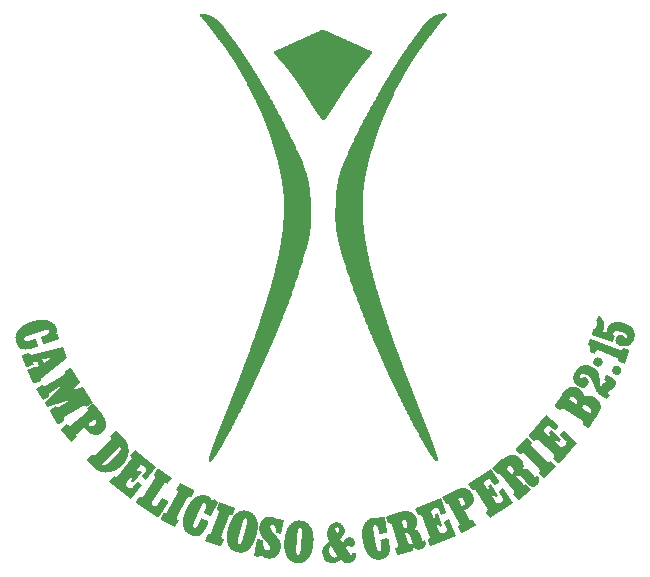
<source format=gts>
G04*
G04 #@! TF.GenerationSoftware,Altium Limited,Altium Designer,21.8.1 (53)*
G04*
G04 Layer_Color=8388736*
%FSLAX25Y25*%
%MOIN*%
G70*
G04*
G04 #@! TF.SameCoordinates,F7B90343-5375-4ADF-B2E4-EC9B57443FC4*
G04*
G04*
G04 #@! TF.FilePolarity,Negative*
G04*
G01*
G75*
G36*
X372544Y218391D02*
X372585Y218391D01*
X372782Y218381D01*
X372833Y218378D01*
X372888Y218375D01*
X372960Y218370D01*
X373087Y218360D01*
X373199Y218349D01*
X373287Y218340D01*
X373415Y218323D01*
X373420Y218323D01*
X373344Y218333D01*
X373506Y218309D01*
X373589Y218296D01*
X373692Y218279D01*
X373651Y218286D01*
X373717Y218276D01*
X373626Y218292D01*
X373658Y218287D01*
X373755Y218271D01*
X373768Y218268D01*
X373717Y218276D01*
X373792Y218263D01*
X373803Y218261D01*
X373692Y218279D01*
X373848Y218251D01*
X374011Y218217D01*
X374133Y218190D01*
X374394Y218121D01*
X374448Y218107D01*
X374545Y218078D01*
X374800Y217996D01*
X374858Y217976D01*
X375114Y217875D01*
X375239Y217819D01*
X375258Y217810D01*
X375297Y217793D01*
X375336Y217775D01*
X375374Y217757D01*
X375394Y217748D01*
X375410Y217740D01*
X375443Y217724D01*
X375475Y217708D01*
X375508Y217692D01*
X375538Y217677D01*
X375566Y217663D01*
X375594Y217648D01*
X375622Y217634D01*
X375635Y217627D01*
X375737Y217572D01*
X375829Y217521D01*
X375917Y217470D01*
X375935Y217460D01*
X376058Y217386D01*
X376164Y217320D01*
X376259Y217260D01*
X376347Y217202D01*
X376430Y217147D01*
X376511Y217092D01*
X376588Y217039D01*
X376658Y216989D01*
X376728Y216939D01*
X376793Y216892D01*
X376857Y216844D01*
X376916Y216800D01*
X376974Y216755D01*
X377032Y216710D01*
X377086Y216668D01*
X377138Y216627D01*
X377191Y216584D01*
X377243Y216542D01*
X377291Y216503D01*
X377338Y216464D01*
X377384Y216425D01*
X377431Y216385D01*
X377478Y216346D01*
X377519Y216310D01*
X377560Y216273D01*
X377602Y216237D01*
X377643Y216201D01*
X377684Y216164D01*
X377725Y216127D01*
X377765Y216090D01*
X377801Y216057D01*
X377837Y216024D01*
X377873Y215991D01*
X377908Y215958D01*
X377944Y215924D01*
X377979Y215891D01*
X378015Y215857D01*
X378050Y215823D01*
X378085Y215789D01*
X378115Y215759D01*
X378146Y215729D01*
X378176Y215700D01*
X378206Y215669D01*
X378237Y215639D01*
X378267Y215609D01*
X378297Y215579D01*
X378327Y215548D01*
X378357Y215518D01*
X378387Y215487D01*
X378416Y215457D01*
X378446Y215426D01*
X378476Y215395D01*
X378501Y215369D01*
X378526Y215342D01*
X378552Y215316D01*
X378577Y215289D01*
X378602Y215262D01*
X378627Y215236D01*
X378652Y215209D01*
X378677Y215182D01*
X378701Y215155D01*
X378726Y215128D01*
X378751Y215101D01*
X378776Y215074D01*
X378801Y215047D01*
X378825Y215020D01*
X378850Y214993D01*
X378874Y214966D01*
X378899Y214938D01*
X378919Y214915D01*
X378940Y214893D01*
X378960Y214870D01*
X378980Y214847D01*
X379000Y214824D01*
X379021Y214801D01*
X379041Y214778D01*
X379061Y214755D01*
X379081Y214732D01*
X379101Y214709D01*
X379121Y214686D01*
X379141Y214663D01*
X379161Y214640D01*
X379181Y214617D01*
X379201Y214593D01*
X379221Y214570D01*
X379241Y214547D01*
X379261Y214524D01*
X379281Y214500D01*
X379301Y214477D01*
X379321Y214454D01*
X379336Y214435D01*
X379352Y214416D01*
X379368Y214398D01*
X379384Y214379D01*
X379399Y214360D01*
X379415Y214341D01*
X379431Y214323D01*
X379447Y214304D01*
X379462Y214285D01*
X379478Y214266D01*
X379494Y214247D01*
X379509Y214228D01*
X379525Y214210D01*
X379540Y214191D01*
X379556Y214172D01*
X379572Y214153D01*
X379587Y214134D01*
X379618Y214096D01*
X379634Y214077D01*
X379665Y214039D01*
X379680Y214020D01*
X379696Y214001D01*
X379727Y213963D01*
X379738Y213949D01*
X379762Y213920D01*
X379785Y213891D01*
X379808Y213863D01*
X379831Y213834D01*
X379842Y213820D01*
X379865Y213791D01*
X379888Y213762D01*
X379900Y213748D01*
X379923Y213719D01*
X379934Y213705D01*
X379957Y213676D01*
X379980Y213647D01*
X380003Y213618D01*
X380026Y213590D01*
X380037Y213575D01*
X380060Y213546D01*
X380094Y213503D01*
X380106Y213488D01*
X380125Y213464D01*
X380140Y213445D01*
X380170Y213406D01*
X380208Y213358D01*
X380238Y213319D01*
X380276Y213271D01*
X380314Y213223D01*
X380609Y212842D01*
X380871Y212500D01*
X381133Y212158D01*
X381393Y211815D01*
X381637Y211491D01*
X381879Y211167D01*
X382121Y210842D01*
X382361Y210516D01*
X382601Y210190D01*
X382824Y209883D01*
X383047Y209576D01*
X383269Y209268D01*
X383490Y208960D01*
X383710Y208651D01*
X383914Y208362D01*
X384118Y208073D01*
X384322Y207783D01*
X384524Y207493D01*
X384726Y207202D01*
X384927Y206911D01*
X385113Y206640D01*
X385298Y206369D01*
X385483Y206098D01*
X385667Y205825D01*
X385851Y205553D01*
X386034Y205280D01*
X386203Y205028D01*
X386371Y204776D01*
X386538Y204523D01*
X386705Y204270D01*
X386872Y204017D01*
X387038Y203764D01*
X387204Y203510D01*
X387369Y203255D01*
X387520Y203022D01*
X387671Y202789D01*
X387822Y202555D01*
X387971Y202321D01*
X388121Y202087D01*
X388270Y201852D01*
X388420Y201618D01*
X388568Y201383D01*
X388703Y201169D01*
X388837Y200955D01*
X388972Y200741D01*
X389106Y200527D01*
X389239Y200312D01*
X389373Y200098D01*
X389506Y199883D01*
X389639Y199668D01*
X389772Y199453D01*
X389904Y199237D01*
X390023Y199043D01*
X390142Y198849D01*
X390260Y198655D01*
X390378Y198461D01*
X390497Y198266D01*
X390615Y198072D01*
X390732Y197877D01*
X390850Y197682D01*
X390967Y197487D01*
X391084Y197292D01*
X391201Y197097D01*
X391305Y196923D01*
X391409Y196750D01*
X391512Y196576D01*
X391616Y196402D01*
X391719Y196228D01*
X391822Y196054D01*
X391925Y195880D01*
X392028Y195706D01*
X392131Y195531D01*
X392233Y195357D01*
X392336Y195182D01*
X392438Y195008D01*
X392540Y194833D01*
X392630Y194680D01*
X392719Y194527D01*
X392808Y194374D01*
X392897Y194221D01*
X392986Y194068D01*
X393075Y193915D01*
X393163Y193761D01*
X393252Y193608D01*
X393341Y193455D01*
X393429Y193301D01*
X393517Y193148D01*
X393606Y192994D01*
X393694Y192841D01*
X393782Y192687D01*
X393870Y192533D01*
X393946Y192401D01*
X394021Y192270D01*
X394096Y192138D01*
X394134Y192072D01*
X394377Y191644D01*
X394607Y191238D01*
X394837Y190833D01*
X395065Y190427D01*
X395306Y189997D01*
X395546Y189568D01*
X395785Y189138D01*
X396023Y188708D01*
X396261Y188277D01*
X396510Y187824D01*
X396759Y187370D01*
X397006Y186915D01*
X397253Y186460D01*
X397499Y186005D01*
X397756Y185526D01*
X398012Y185047D01*
X398267Y184567D01*
X398521Y184087D01*
X398786Y183583D01*
X399050Y183079D01*
X399313Y182574D01*
X399575Y182069D01*
X399835Y181563D01*
X400106Y181033D01*
X400376Y180502D01*
X400644Y179972D01*
X400923Y179417D01*
X401200Y178861D01*
X401475Y178305D01*
X401749Y177748D01*
X402033Y177167D01*
X402316Y176585D01*
X402596Y176002D01*
X402886Y175395D01*
X403174Y174787D01*
X403460Y174178D01*
X403756Y173545D01*
X404049Y172910D01*
X404340Y172275D01*
X404639Y171615D01*
X404936Y170954D01*
X405242Y170268D01*
X405545Y169580D01*
X405804Y168987D01*
X405926Y168702D01*
X406045Y168417D01*
X406166Y168122D01*
X406288Y167815D01*
X406406Y167508D01*
X406529Y167180D01*
X406651Y166841D01*
X406774Y166492D01*
X406898Y166121D01*
X407025Y165728D01*
X407152Y165314D01*
X407283Y164869D01*
X407414Y164391D01*
X407414Y164391D01*
X407432Y164324D01*
X407467Y164192D01*
X407501Y164059D01*
X407535Y163926D01*
X407570Y163784D01*
X407607Y163632D01*
X407643Y163481D01*
X407678Y163329D01*
X407715Y163163D01*
X407755Y162983D01*
X407793Y162802D01*
X407831Y162621D01*
X407849Y162530D01*
X407873Y162410D01*
X407920Y162168D01*
X407964Y161926D01*
X408006Y161684D01*
X408027Y161563D01*
X408085Y161213D01*
X408184Y160511D01*
X408267Y159807D01*
X408332Y159101D01*
X408357Y158747D01*
X408359Y158720D01*
X408360Y158702D01*
X408365Y158629D01*
X408375Y158484D01*
X408376Y158466D01*
X408380Y158411D01*
X408388Y158284D01*
X408391Y158247D01*
X408400Y158111D01*
X408405Y158029D01*
X408411Y157947D01*
X408413Y157920D01*
X408414Y157893D01*
X408418Y157838D01*
X408425Y157729D01*
X408432Y157620D01*
X408436Y157565D01*
X408445Y157429D01*
X408448Y157374D01*
X408452Y157320D01*
X408460Y157192D01*
X408466Y157083D01*
X408471Y157010D01*
X408476Y156938D01*
X408480Y156865D01*
X408485Y156792D01*
X408489Y156719D01*
X408493Y156647D01*
X408500Y156537D01*
X408504Y156465D01*
X408508Y156392D01*
X408513Y156310D01*
X408516Y156265D01*
X408521Y156174D01*
X408526Y156083D01*
X408531Y155992D01*
X408534Y155946D01*
X408539Y155855D01*
X408544Y155764D01*
X408546Y155719D01*
X408551Y155628D01*
X408553Y155582D01*
X408558Y155491D01*
X408560Y155446D01*
X408563Y155392D01*
X408566Y155337D01*
X408569Y155282D01*
X408571Y155228D01*
X408574Y155173D01*
X408577Y155119D01*
X408579Y155064D01*
X408582Y155009D01*
X408585Y154955D01*
X408587Y154900D01*
X408590Y154846D01*
X408592Y154791D01*
X408595Y154736D01*
X408597Y154682D01*
X408600Y154627D01*
X408602Y154573D01*
X408604Y154518D01*
X408607Y154455D01*
X408610Y154391D01*
X408612Y154327D01*
X408615Y154263D01*
X408618Y154200D01*
X408620Y154136D01*
X408623Y154072D01*
X408625Y154009D01*
X408628Y153945D01*
X408630Y153881D01*
X408632Y153818D01*
X408634Y153754D01*
X408637Y153690D01*
X408639Y153627D01*
X408641Y153554D01*
X408644Y153481D01*
X408646Y153408D01*
X408648Y153335D01*
X408650Y153262D01*
X408652Y153190D01*
X408654Y153117D01*
X408657Y153044D01*
X408658Y152971D01*
X408660Y152898D01*
X408662Y152826D01*
X408664Y152753D01*
X408665Y152680D01*
X408667Y152598D01*
X408669Y152516D01*
X408671Y152434D01*
X408672Y152352D01*
X408673Y152270D01*
X408675Y152188D01*
X408676Y152106D01*
X408677Y152025D01*
X408678Y151943D01*
X408679Y151861D01*
X408680Y151770D01*
X408681Y151679D01*
X408681Y151587D01*
X408682Y151497D01*
X408682Y151405D01*
X408683Y151314D01*
X408683Y151223D01*
X408683Y151132D01*
X408683Y151041D01*
X408683Y150950D01*
X408682Y150850D01*
X408682Y150750D01*
X408681Y150649D01*
X408680Y150549D01*
X408679Y150449D01*
X408678Y150349D01*
X408677Y150249D01*
X408675Y150148D01*
X408673Y150039D01*
X408671Y149930D01*
X408669Y149820D01*
X408666Y149711D01*
X408665Y149647D01*
X408658Y149411D01*
X408649Y149196D01*
X408640Y148990D01*
X408630Y148786D01*
X408618Y148591D01*
X408606Y148397D01*
X408593Y148214D01*
X408579Y148030D01*
X408565Y147857D01*
X408549Y147684D01*
X408533Y147511D01*
X408517Y147348D01*
X408500Y147186D01*
X408483Y147024D01*
X408465Y146872D01*
X408447Y146720D01*
X408429Y146568D01*
X408409Y146416D01*
X408391Y146275D01*
X408371Y146133D01*
X408352Y145992D01*
X408331Y145851D01*
X408310Y145710D01*
X408290Y145579D01*
X408270Y145448D01*
X408249Y145317D01*
X408228Y145186D01*
X408206Y145056D01*
X408186Y144935D01*
X408165Y144815D01*
X408144Y144694D01*
X408122Y144574D01*
X408100Y144454D01*
X408078Y144333D01*
X408055Y144213D01*
X408034Y144103D01*
X408012Y143993D01*
X407991Y143883D01*
X407969Y143773D01*
X407946Y143663D01*
X407924Y143553D01*
X407901Y143443D01*
X407878Y143334D01*
X407854Y143224D01*
X407833Y143124D01*
X407811Y143025D01*
X407789Y142925D01*
X407767Y142825D01*
X407745Y142726D01*
X407722Y142626D01*
X407699Y142527D01*
X407676Y142427D01*
X407653Y142328D01*
X407632Y142238D01*
X407610Y142149D01*
X407589Y142060D01*
X407567Y141970D01*
X407546Y141881D01*
X407524Y141792D01*
X407502Y141702D01*
X407479Y141613D01*
X407457Y141524D01*
X407435Y141435D01*
X407412Y141345D01*
X407389Y141256D01*
X407369Y141177D01*
X407348Y141098D01*
X407328Y141019D01*
X407307Y140939D01*
X407286Y140860D01*
X407265Y140781D01*
X407244Y140702D01*
X407223Y140623D01*
X407201Y140544D01*
X407180Y140465D01*
X407159Y140386D01*
X407137Y140307D01*
X407115Y140228D01*
X407096Y140159D01*
X407077Y140090D01*
X407058Y140021D01*
X407038Y139952D01*
X407019Y139883D01*
X406999Y139813D01*
X406980Y139744D01*
X406960Y139675D01*
X406941Y139606D01*
X406657Y138623D01*
X406386Y137701D01*
X406111Y136781D01*
X405841Y135892D01*
X405566Y135004D01*
X405298Y134147D01*
X405025Y133291D01*
X404759Y132466D01*
X404489Y131643D01*
X404226Y130850D01*
X403960Y130058D01*
X403701Y129296D01*
X403439Y128535D01*
X403175Y127775D01*
X402918Y127046D01*
X402659Y126317D01*
X402397Y125589D01*
X402144Y124891D01*
X401889Y124194D01*
X401631Y123497D01*
X401382Y122830D01*
X401131Y122164D01*
X400879Y121499D01*
X400624Y120835D01*
X400379Y120200D01*
X400132Y119565D01*
X399883Y118931D01*
X399633Y118298D01*
X399392Y117694D01*
X399150Y117091D01*
X398907Y116488D01*
X398662Y115885D01*
X398427Y115312D01*
X398191Y114740D01*
X397954Y114167D01*
X397716Y113596D01*
X397476Y113024D01*
X397247Y112482D01*
X397017Y111940D01*
X396786Y111399D01*
X396554Y110857D01*
X396407Y110516D01*
X396302Y110272D01*
X396211Y110063D01*
X396106Y109819D01*
X396000Y109575D01*
X395894Y109332D01*
X395789Y109088D01*
X395683Y108844D01*
X395577Y108600D01*
X395471Y108357D01*
X395364Y108113D01*
X395258Y107870D01*
X395152Y107626D01*
X395045Y107383D01*
X394939Y107140D01*
X394832Y106896D01*
X394725Y106653D01*
X394619Y106410D01*
X394496Y106132D01*
X394374Y105854D01*
X394251Y105576D01*
X394129Y105299D01*
X394006Y105021D01*
X393883Y104744D01*
X393760Y104466D01*
X393636Y104189D01*
X393513Y103911D01*
X393389Y103634D01*
X393266Y103357D01*
X393142Y103080D01*
X393018Y102803D01*
X392878Y102491D01*
X392738Y102180D01*
X392598Y101868D01*
X392458Y101557D01*
X392317Y101246D01*
X392176Y100935D01*
X392035Y100624D01*
X391894Y100313D01*
X391753Y100002D01*
X391611Y99692D01*
X391469Y99381D01*
X391311Y99036D01*
X391153Y98691D01*
X390995Y98347D01*
X390836Y98002D01*
X390677Y97658D01*
X390518Y97313D01*
X390358Y96969D01*
X390198Y96626D01*
X390038Y96282D01*
X389877Y95938D01*
X389700Y95560D01*
X389523Y95182D01*
X389346Y94805D01*
X389167Y94428D01*
X388989Y94051D01*
X388810Y93673D01*
X388631Y93297D01*
X388451Y92920D01*
X388271Y92544D01*
X388074Y92133D01*
X387877Y91723D01*
X387679Y91313D01*
X387481Y90904D01*
X387282Y90495D01*
X387083Y90085D01*
X386883Y89676D01*
X386682Y89268D01*
X386465Y88825D01*
X386246Y88383D01*
X386027Y87941D01*
X385808Y87500D01*
X385587Y87059D01*
X385367Y86618D01*
X385145Y86177D01*
X384906Y85703D01*
X384665Y85229D01*
X384425Y84756D01*
X384183Y84283D01*
X383940Y83811D01*
X383697Y83338D01*
X383435Y82833D01*
X383173Y82328D01*
X382909Y81824D01*
X382645Y81319D01*
X382379Y80816D01*
X382113Y80313D01*
X381827Y79777D01*
X381541Y79241D01*
X381253Y78706D01*
X380964Y78172D01*
X380674Y77638D01*
X380365Y77071D01*
X380054Y76505D01*
X379962Y76339D01*
X379931Y76283D01*
X379903Y76232D01*
X379875Y76182D01*
X379847Y76131D01*
X379819Y76081D01*
X379805Y76056D01*
X379791Y76031D01*
X379760Y75974D01*
X379742Y75943D01*
X379707Y75880D01*
X379690Y75849D01*
X379655Y75786D01*
X379637Y75754D01*
X379602Y75692D01*
X379567Y75629D01*
X379532Y75566D01*
X379496Y75504D01*
X379479Y75472D01*
X379461Y75441D01*
X379426Y75379D01*
X379404Y75341D01*
X379383Y75303D01*
X379341Y75228D01*
X379319Y75191D01*
X379298Y75153D01*
X379277Y75116D01*
X379255Y75078D01*
X379234Y75041D01*
X379212Y75003D01*
X379191Y74966D01*
X379170Y74929D01*
X379148Y74891D01*
X379127Y74854D01*
X379105Y74817D01*
X379083Y74779D01*
X379062Y74742D01*
X379037Y74698D01*
X379012Y74655D01*
X378986Y74611D01*
X378961Y74568D01*
X378936Y74524D01*
X378910Y74481D01*
X378885Y74437D01*
X378860Y74394D01*
X378834Y74350D01*
X378809Y74307D01*
X378783Y74264D01*
X378758Y74220D01*
X378732Y74177D01*
X378707Y74133D01*
X378681Y74090D01*
X378651Y74041D01*
X378622Y73991D01*
X378593Y73942D01*
X378563Y73892D01*
X378534Y73843D01*
X378504Y73794D01*
X378474Y73744D01*
X378445Y73695D01*
X378415Y73646D01*
X378385Y73597D01*
X378356Y73548D01*
X378326Y73498D01*
X378292Y73443D01*
X378258Y73388D01*
X378224Y73333D01*
X378191Y73278D01*
X378157Y73223D01*
X378123Y73168D01*
X378089Y73112D01*
X378055Y73058D01*
X378020Y73003D01*
X377986Y72948D01*
X377952Y72893D01*
X377913Y72832D01*
X377875Y72771D01*
X377837Y72711D01*
X377798Y72650D01*
X377760Y72589D01*
X377721Y72529D01*
X377682Y72468D01*
X377643Y72408D01*
X377604Y72347D01*
X377565Y72287D01*
X377522Y72221D01*
X377479Y72154D01*
X377436Y72088D01*
X377392Y72022D01*
X377348Y71956D01*
X377305Y71890D01*
X377261Y71824D01*
X377217Y71759D01*
X377169Y71687D01*
X377121Y71615D01*
X377072Y71544D01*
X377024Y71473D01*
X376975Y71401D01*
X376926Y71330D01*
X376877Y71259D01*
X376823Y71182D01*
X376770Y71106D01*
X376716Y71029D01*
X376662Y70953D01*
X376608Y70876D01*
X376554Y70800D01*
X376495Y70718D01*
X376436Y70636D01*
X376377Y70555D01*
X376317Y70473D01*
X376257Y70392D01*
X376193Y70305D01*
X376150Y70247D01*
X376142Y70236D01*
X376132Y70223D01*
X376118Y70205D01*
X376101Y70182D01*
X376091Y70169D01*
X376077Y70151D01*
X376070Y70142D01*
X376060Y70128D01*
X376050Y70115D01*
X376043Y70106D01*
X376030Y70089D01*
X376022Y70078D01*
X376013Y70067D01*
X376004Y70056D01*
X375991Y70039D01*
X375982Y70028D01*
X375978Y70023D01*
X375965Y70006D01*
X375960Y70001D01*
X375952Y69990D01*
X375946Y69983D01*
X375936Y69970D01*
X375925Y69957D01*
X375915Y69944D01*
X375904Y69931D01*
X375893Y69918D01*
X375882Y69905D01*
X375872Y69892D01*
X375866Y69885D01*
X375861Y69879D01*
X375849Y69865D01*
X375843Y69858D01*
X375830Y69843D01*
X375817Y69828D01*
X375804Y69813D01*
X375798Y69805D01*
X375785Y69791D01*
X375778Y69783D01*
X375765Y69769D01*
X375759Y69761D01*
X375751Y69753D01*
X375744Y69744D01*
X375736Y69736D01*
X375729Y69728D01*
X375721Y69719D01*
X375713Y69711D01*
X375706Y69703D01*
X375698Y69695D01*
X375691Y69687D01*
X375683Y69678D01*
X375675Y69670D01*
X375668Y69662D01*
X375659Y69653D01*
X375650Y69644D01*
X375641Y69634D01*
X375633Y69626D01*
X375624Y69616D01*
X375615Y69607D01*
X375606Y69598D01*
X375597Y69589D01*
X375588Y69581D01*
X375579Y69572D01*
X375570Y69562D01*
X375559Y69552D01*
X375549Y69542D01*
X375539Y69532D01*
X375529Y69523D01*
X375519Y69513D01*
X375509Y69503D01*
X375498Y69493D01*
X375486Y69482D01*
X375475Y69472D01*
X375464Y69461D01*
X375452Y69451D01*
X375441Y69441D01*
X375428Y69429D01*
X375415Y69418D01*
X375403Y69407D01*
X375390Y69396D01*
X375377Y69385D01*
X375363Y69373D01*
X375349Y69362D01*
X375335Y69350D01*
X375320Y69338D01*
X375304Y69325D01*
X375289Y69313D01*
X375272Y69300D01*
X375255Y69287D01*
X375237Y69273D01*
X375219Y69260D01*
X375199Y69245D01*
X375183Y69234D01*
X375178Y69230D01*
X375175Y69228D01*
X375167Y69222D01*
X375164Y69220D01*
X375160Y69217D01*
X375152Y69212D01*
X375149Y69210D01*
X375142Y69205D01*
X375138Y69202D01*
X375134Y69200D01*
X375131Y69198D01*
X375127Y69195D01*
X375120Y69191D01*
X375116Y69188D01*
X375109Y69184D01*
X375106Y69182D01*
X375102Y69179D01*
X375098Y69176D01*
X375093Y69174D01*
X375088Y69171D01*
X375081Y69167D01*
X375077Y69164D01*
X375072Y69161D01*
X375065Y69157D01*
X375061Y69155D01*
X375056Y69152D01*
X375049Y69148D01*
X375048Y69147D01*
X374916Y69167D01*
X374911Y69168D01*
X374867Y69176D01*
X374860Y69177D01*
X374840Y69182D01*
X374838Y69183D01*
X374829Y69186D01*
X374809Y69193D01*
X374748Y69219D01*
X374725Y69229D01*
X374710Y69236D01*
X374704Y69239D01*
X374682Y69251D01*
X374661Y69264D01*
X374655Y69269D01*
X374638Y69281D01*
X374584Y69324D01*
X374549Y69388D01*
X374539Y69410D01*
X374516Y69472D01*
X374485Y69657D01*
X374492Y69905D01*
X374530Y70215D01*
X374531Y70223D01*
X374534Y70234D01*
X374536Y70245D01*
X374538Y70250D01*
X374540Y70261D01*
X374543Y70272D01*
X374546Y70283D01*
X374548Y70293D01*
X374551Y70303D01*
X374554Y70316D01*
X374557Y70329D01*
X374561Y70342D01*
X374564Y70355D01*
X374567Y70364D01*
X374571Y70381D01*
X374574Y70390D01*
X374578Y70403D01*
X374583Y70421D01*
X374587Y70437D01*
X374591Y70450D01*
X374595Y70463D01*
X374599Y70476D01*
X374604Y70492D01*
X374606Y70502D01*
X374611Y70518D01*
X374614Y70527D01*
X374621Y70548D01*
X374625Y70561D01*
X374627Y70567D01*
X374627Y70570D01*
X374631Y70580D01*
X374631Y70582D01*
X374633Y70589D01*
X374639Y70606D01*
X374641Y70613D01*
X374641Y70615D01*
X374648Y70634D01*
X374648Y70635D01*
X374650Y70641D01*
X374651Y70644D01*
X374652Y70648D01*
X374653Y70650D01*
X374654Y70654D01*
X374654Y70656D01*
X374655Y70658D01*
X374706Y70815D01*
X374751Y70957D01*
X374797Y71100D01*
X374843Y71241D01*
X374886Y71371D01*
X374928Y71500D01*
X374970Y71629D01*
X375013Y71758D01*
X375056Y71886D01*
X375099Y72015D01*
X375142Y72144D01*
X375185Y72273D01*
X375229Y72401D01*
X375268Y72517D01*
X375307Y72633D01*
X375346Y72749D01*
X375386Y72864D01*
X375426Y72980D01*
X375465Y73095D01*
X375505Y73211D01*
X375545Y73326D01*
X375585Y73441D01*
X375626Y73557D01*
X375666Y73672D01*
X375702Y73775D01*
X375738Y73877D01*
X375774Y73980D01*
X375810Y74082D01*
X375847Y74184D01*
X375883Y74287D01*
X375919Y74389D01*
X375956Y74491D01*
X375992Y74593D01*
X376029Y74695D01*
X376066Y74798D01*
X376103Y74900D01*
X376135Y74989D01*
X376167Y75078D01*
X376200Y75168D01*
X376232Y75257D01*
X376265Y75346D01*
X376297Y75436D01*
X376330Y75525D01*
X376362Y75614D01*
X376395Y75703D01*
X376428Y75792D01*
X376461Y75882D01*
X376494Y75971D01*
X376527Y76060D01*
X376559Y76149D01*
X376588Y76225D01*
X376616Y76302D01*
X376644Y76378D01*
X376673Y76454D01*
X376701Y76531D01*
X376730Y76607D01*
X376758Y76683D01*
X376787Y76759D01*
X376816Y76836D01*
X376844Y76912D01*
X376873Y76988D01*
X376901Y77064D01*
X376930Y77141D01*
X376959Y77217D01*
X376988Y77293D01*
X377016Y77369D01*
X377040Y77433D01*
X377064Y77496D01*
X377088Y77560D01*
X377113Y77623D01*
X377137Y77687D01*
X377161Y77750D01*
X377185Y77813D01*
X377233Y77940D01*
X377257Y78004D01*
X377282Y78067D01*
X377306Y78130D01*
X377330Y78194D01*
X377379Y78320D01*
X377403Y78384D01*
X377427Y78447D01*
X377452Y78510D01*
X377476Y78574D01*
X377520Y78688D01*
X377559Y78789D01*
X377598Y78890D01*
X377618Y78941D01*
X377657Y79042D01*
X377677Y79093D01*
X377716Y79194D01*
X377755Y79295D01*
X377794Y79397D01*
X377814Y79447D01*
X377853Y79549D01*
X377893Y79650D01*
X377952Y79801D01*
X377991Y79903D01*
X378006Y79941D01*
X378036Y80016D01*
X378080Y80130D01*
X378125Y80244D01*
X378154Y80320D01*
X378199Y80433D01*
X378229Y80509D01*
X378273Y80623D01*
X378318Y80737D01*
X378363Y80850D01*
X378422Y81002D01*
X378482Y81154D01*
X378512Y81229D01*
X378522Y81255D01*
X378582Y81406D01*
X378632Y81532D01*
X378672Y81633D01*
X378721Y81760D01*
X378731Y81785D01*
X378741Y81810D01*
X378751Y81835D01*
X378761Y81861D01*
X378821Y82012D01*
X378861Y82113D01*
X378881Y82164D01*
X378891Y82189D01*
X378931Y82290D01*
X378971Y82391D01*
X378986Y82428D01*
X379001Y82466D01*
X379021Y82517D01*
X379031Y82542D01*
X379036Y82555D01*
X379086Y82681D01*
X379091Y82693D01*
X379096Y82706D01*
X379106Y82731D01*
X379121Y82769D01*
X379126Y82782D01*
X379136Y82807D01*
X379141Y82820D01*
X379151Y82845D01*
X379181Y82920D01*
X379187Y82933D01*
X379232Y83047D01*
X379332Y83299D01*
X379405Y83483D01*
X379506Y83738D01*
X379608Y83994D01*
X379658Y84121D01*
X379759Y84377D01*
X379785Y84440D01*
X379810Y84504D01*
X379861Y84632D01*
X379911Y84759D01*
X380012Y85015D01*
X380088Y85206D01*
X380164Y85398D01*
X380278Y85685D01*
X380354Y85877D01*
X380430Y86068D01*
X380505Y86260D01*
X380581Y86451D01*
X380657Y86643D01*
X380732Y86834D01*
X380808Y87026D01*
X380922Y87313D01*
X380997Y87505D01*
X381073Y87696D01*
X381148Y87888D01*
X381224Y88080D01*
X381262Y88176D01*
X381350Y88399D01*
X381400Y88527D01*
X381450Y88655D01*
X381501Y88783D01*
X381601Y89038D01*
X381651Y89166D01*
X381752Y89421D01*
X381852Y89677D01*
X381902Y89805D01*
X381952Y89933D01*
X382002Y90061D01*
X382053Y90188D01*
X382103Y90316D01*
X382153Y90444D01*
X382253Y90700D01*
X382303Y90828D01*
X382403Y91084D01*
X382453Y91211D01*
X382503Y91339D01*
X382615Y91627D01*
X382678Y91787D01*
X382740Y91947D01*
X382802Y92107D01*
X382865Y92267D01*
X382927Y92427D01*
X382989Y92587D01*
X383051Y92747D01*
X383114Y92906D01*
X383176Y93067D01*
X383238Y93226D01*
X383300Y93387D01*
X383362Y93546D01*
X383424Y93707D01*
X383486Y93866D01*
X383548Y94027D01*
X383610Y94187D01*
X383672Y94347D01*
X383734Y94507D01*
X383796Y94667D01*
X383870Y94859D01*
X383944Y95051D01*
X384018Y95243D01*
X384092Y95436D01*
X384166Y95628D01*
X384240Y95820D01*
X384314Y96012D01*
X384388Y96205D01*
X384462Y96397D01*
X384535Y96589D01*
X384609Y96781D01*
X384683Y96974D01*
X384756Y97166D01*
X384830Y97359D01*
X384903Y97551D01*
X384977Y97743D01*
X385050Y97936D01*
X385135Y98160D01*
X385221Y98385D01*
X385306Y98610D01*
X385391Y98834D01*
X385476Y99059D01*
X385562Y99283D01*
X385647Y99508D01*
X385732Y99733D01*
X385816Y99958D01*
X385901Y100183D01*
X385986Y100408D01*
X386070Y100632D01*
X386155Y100857D01*
X386239Y101082D01*
X386335Y101339D01*
X386432Y101597D01*
X386528Y101854D01*
X386624Y102111D01*
X386719Y102368D01*
X386815Y102626D01*
X386911Y102883D01*
X387006Y103141D01*
X387102Y103398D01*
X387197Y103656D01*
X387292Y103913D01*
X387387Y104171D01*
X387482Y104429D01*
X387588Y104719D01*
X387694Y105009D01*
X387801Y105299D01*
X387906Y105589D01*
X388012Y105879D01*
X388118Y106170D01*
X388223Y106460D01*
X388328Y106750D01*
X388433Y107041D01*
X388538Y107332D01*
X388643Y107622D01*
X388759Y107945D01*
X388875Y108268D01*
X388990Y108592D01*
X389106Y108915D01*
X389221Y109238D01*
X389335Y109562D01*
X389450Y109886D01*
X389564Y110209D01*
X389678Y110533D01*
X389792Y110857D01*
X389917Y111213D01*
X390041Y111570D01*
X390166Y111926D01*
X390289Y112283D01*
X390413Y112640D01*
X390536Y112997D01*
X390659Y113354D01*
X390781Y113712D01*
X390915Y114102D01*
X391048Y114492D01*
X391180Y114882D01*
X391312Y115272D01*
X391400Y115533D01*
X391453Y115691D01*
X391498Y115826D01*
X391543Y115961D01*
X391589Y116096D01*
X391634Y116232D01*
X391679Y116367D01*
X391724Y116503D01*
X391770Y116638D01*
X391815Y116773D01*
X391860Y116909D01*
X391905Y117044D01*
X391950Y117180D01*
X391994Y117315D01*
X392047Y117473D01*
X392099Y117631D01*
X392151Y117790D01*
X392203Y117948D01*
X392255Y118106D01*
X392306Y118264D01*
X392358Y118422D01*
X392410Y118581D01*
X392461Y118739D01*
X392513Y118897D01*
X392564Y119056D01*
X392616Y119214D01*
X392667Y119372D01*
X392718Y119531D01*
X392776Y119712D01*
X392834Y119893D01*
X392893Y120074D01*
X392951Y120255D01*
X393008Y120437D01*
X393066Y120618D01*
X393124Y120799D01*
X393181Y120980D01*
X393238Y121162D01*
X393296Y121343D01*
X393353Y121525D01*
X393409Y121706D01*
X393466Y121888D01*
X393530Y122092D01*
X393593Y122296D01*
X393657Y122501D01*
X393720Y122705D01*
X393783Y122909D01*
X393846Y123114D01*
X393908Y123319D01*
X393971Y123523D01*
X394033Y123728D01*
X394095Y123933D01*
X394157Y124137D01*
X394225Y124365D01*
X394293Y124592D01*
X394361Y124820D01*
X394429Y125048D01*
X394496Y125276D01*
X394564Y125504D01*
X394631Y125732D01*
X394697Y125960D01*
X394764Y126188D01*
X394830Y126417D01*
X394902Y126668D01*
X394975Y126919D01*
X395046Y127170D01*
X395118Y127422D01*
X395189Y127673D01*
X395260Y127925D01*
X395330Y128177D01*
X395400Y128428D01*
X395470Y128680D01*
X395546Y128955D01*
X395621Y129230D01*
X395696Y129506D01*
X395770Y129781D01*
X395844Y130056D01*
X395918Y130332D01*
X395990Y130607D01*
X396063Y130883D01*
X396141Y131182D01*
X396219Y131481D01*
X396296Y131781D01*
X396372Y132080D01*
X396448Y132380D01*
X396523Y132679D01*
X396603Y133002D01*
X396683Y133325D01*
X396762Y133649D01*
X396841Y133972D01*
X396918Y134296D01*
X396995Y134620D01*
X397077Y134967D01*
X397158Y135315D01*
X397238Y135662D01*
X397317Y136010D01*
X397395Y136359D01*
X397472Y136707D01*
X397554Y137079D01*
X397635Y137451D01*
X397714Y137824D01*
X397793Y138197D01*
X397836Y138406D01*
X397888Y138658D01*
X397937Y138900D01*
X397988Y139151D01*
X398038Y139403D01*
X398088Y139655D01*
X398138Y139918D01*
X398188Y140180D01*
X398237Y140442D01*
X398286Y140705D01*
X398336Y140978D01*
X398384Y141251D01*
X398432Y141524D01*
X398481Y141807D01*
X398530Y142090D01*
X398577Y142374D01*
X398625Y142668D01*
X398672Y142962D01*
X398717Y143256D01*
X398764Y143560D01*
X398810Y143865D01*
X398855Y144180D01*
X398900Y144495D01*
X398943Y144811D01*
X398987Y145136D01*
X399029Y145462D01*
X399072Y145799D01*
X399113Y146135D01*
X399153Y146482D01*
X399192Y146829D01*
X399231Y147187D01*
X399269Y147555D01*
X399305Y147924D01*
X399341Y148303D01*
X399364Y148559D01*
X399382Y148768D01*
X399398Y148967D01*
X399414Y149165D01*
X399430Y149364D01*
X399445Y149563D01*
X399460Y149772D01*
X399474Y149980D01*
X399488Y150189D01*
X399501Y150398D01*
X399514Y150617D01*
X399526Y150836D01*
X399537Y151054D01*
X399548Y151273D01*
X399559Y151502D01*
X399568Y151730D01*
X399577Y151959D01*
X399585Y152188D01*
X399592Y152427D01*
X399599Y152665D01*
X399604Y152904D01*
X399608Y153152D01*
X399612Y153401D01*
X399615Y153649D01*
X399616Y153908D01*
X399616Y154166D01*
X399615Y154425D01*
X399613Y154693D01*
X399610Y154962D01*
X399605Y155240D01*
X399598Y155518D01*
X399590Y155807D01*
X399580Y156095D01*
X399568Y156393D01*
X399554Y156691D01*
X399539Y156999D01*
X399520Y157317D01*
X399500Y157635D01*
X399477Y157963D01*
X399451Y158301D01*
X399434Y158499D01*
X399408Y158797D01*
X399381Y159084D01*
X399354Y159359D01*
X399325Y159634D01*
X399296Y159898D01*
X399266Y160162D01*
X399236Y160414D01*
X399205Y160667D01*
X399173Y160919D01*
X399141Y161160D01*
X399108Y161400D01*
X399074Y161641D01*
X399040Y161871D01*
X399006Y162100D01*
X398971Y162329D01*
X398934Y162559D01*
X398899Y162777D01*
X398863Y162995D01*
X398826Y163213D01*
X398791Y163419D01*
X398754Y163626D01*
X398717Y163833D01*
X398680Y164039D01*
X398641Y164245D01*
X398604Y164441D01*
X398567Y164636D01*
X398529Y164831D01*
X398490Y165026D01*
X398451Y165221D01*
X398413Y165405D01*
X398375Y165589D01*
X398337Y165773D01*
X398298Y165957D01*
X398258Y166141D01*
X398221Y166314D01*
X398183Y166486D01*
X398144Y166659D01*
X398105Y166832D01*
X398066Y167004D01*
X398026Y167177D01*
X397989Y167338D01*
X397951Y167500D01*
X397913Y167661D01*
X397874Y167823D01*
X397835Y167984D01*
X397796Y168146D01*
X397756Y168307D01*
X397719Y168457D01*
X397682Y168607D01*
X397644Y168758D01*
X397606Y168908D01*
X397568Y169058D01*
X397529Y169209D01*
X397490Y169359D01*
X397487Y169369D01*
X397076Y170906D01*
X396682Y172294D01*
X396304Y173566D01*
X395937Y174749D01*
X395574Y175872D01*
X395219Y176936D01*
X394872Y177941D01*
X394525Y178916D01*
X394180Y179860D01*
X393837Y180774D01*
X393496Y181658D01*
X393159Y182513D01*
X392826Y183339D01*
X392498Y184135D01*
X392176Y184903D01*
X391848Y185669D01*
X391527Y186406D01*
X391201Y187142D01*
X390882Y187849D01*
X390558Y188555D01*
X390243Y189232D01*
X389923Y189909D01*
X389612Y190557D01*
X389298Y191204D01*
X388979Y191850D01*
X388670Y192469D01*
X388358Y193086D01*
X388043Y193702D01*
X387738Y194291D01*
X387429Y194879D01*
X387118Y195466D01*
X386818Y196026D01*
X386728Y196192D01*
X386647Y196342D01*
X386566Y196492D01*
X386485Y196641D01*
X386403Y196791D01*
X386321Y196940D01*
X386230Y197106D01*
X386139Y197272D01*
X386048Y197437D01*
X385956Y197603D01*
X385864Y197768D01*
X385772Y197933D01*
X385680Y198098D01*
X385587Y198263D01*
X385494Y198427D01*
X385401Y198592D01*
X385308Y198756D01*
X385205Y198937D01*
X385102Y199118D01*
X384998Y199298D01*
X384894Y199478D01*
X384790Y199658D01*
X384686Y199837D01*
X384581Y200017D01*
X384476Y200196D01*
X384370Y200375D01*
X384265Y200554D01*
X384149Y200749D01*
X384033Y200944D01*
X383916Y201138D01*
X383800Y201332D01*
X383682Y201526D01*
X383565Y201719D01*
X383447Y201913D01*
X383328Y202106D01*
X383199Y202315D01*
X383070Y202523D01*
X382940Y202731D01*
X382810Y202939D01*
X382679Y203147D01*
X382548Y203354D01*
X382416Y203561D01*
X382283Y203767D01*
X382140Y203989D01*
X381997Y204211D01*
X381852Y204432D01*
X381707Y204653D01*
X381562Y204873D01*
X381415Y205093D01*
X381258Y205328D01*
X381100Y205562D01*
X380941Y205796D01*
X380781Y206030D01*
X380621Y206263D01*
X380459Y206495D01*
X380287Y206743D01*
X380113Y206990D01*
X379938Y207236D01*
X379763Y207481D01*
X379586Y207726D01*
X379398Y207985D01*
X379208Y208244D01*
X379017Y208502D01*
X378825Y208759D01*
X378621Y209031D01*
X378416Y209301D01*
X378209Y209571D01*
X377989Y209855D01*
X377768Y210137D01*
X377546Y210419D01*
X377310Y210714D01*
X377072Y211008D01*
X376833Y211301D01*
X376580Y211608D01*
X376447Y211768D01*
X376420Y211800D01*
X376398Y211826D01*
X376377Y211852D01*
X376355Y211878D01*
X376334Y211905D01*
X376312Y211931D01*
X376296Y211950D01*
X376280Y211970D01*
X376264Y211990D01*
X376248Y212009D01*
X376232Y212029D01*
X376216Y212049D01*
X376200Y212069D01*
X376185Y212088D01*
X376169Y212108D01*
X376153Y212128D01*
X376137Y212147D01*
X376121Y212167D01*
X376105Y212187D01*
X376089Y212207D01*
X376074Y212227D01*
X376058Y212247D01*
X376042Y212267D01*
X376026Y212286D01*
X376010Y212306D01*
X375995Y212326D01*
X375979Y212346D01*
X375963Y212366D01*
X375948Y212386D01*
X375917Y212426D01*
X375901Y212446D01*
X375885Y212466D01*
X375870Y212486D01*
X375854Y212506D01*
X375838Y212526D01*
X375823Y212547D01*
X375807Y212567D01*
X375792Y212587D01*
X375777Y212607D01*
X375756Y212634D01*
X375735Y212661D01*
X375715Y212687D01*
X375694Y212714D01*
X375684Y212728D01*
X375653Y212768D01*
X375643Y212782D01*
X375622Y212809D01*
X375602Y212836D01*
X375581Y212863D01*
X375551Y212903D01*
X375540Y212917D01*
X375510Y212957D01*
X375489Y212984D01*
X375469Y213012D01*
X375438Y213052D01*
X375418Y213079D01*
X375398Y213106D01*
X375367Y213147D01*
X375327Y213202D01*
X375297Y213243D01*
X375266Y213283D01*
X375251Y213304D01*
X375246Y213311D01*
X375221Y213345D01*
X375190Y213386D01*
X375150Y213440D01*
X375130Y213467D01*
X375125Y213474D01*
X375110Y213495D01*
X375100Y213508D01*
X375095Y213515D01*
X375065Y213556D01*
X375034Y213597D01*
X375029Y213604D01*
X375024Y213611D01*
X375004Y213638D01*
X374999Y213645D01*
X374994Y213652D01*
X374984Y213666D01*
X374949Y213713D01*
X374929Y213741D01*
X374924Y213748D01*
X374849Y213850D01*
X374844Y213857D01*
X374814Y213898D01*
X374803Y213912D01*
X374773Y213953D01*
X374768Y213960D01*
X374723Y214021D01*
X374718Y214028D01*
X374673Y214090D01*
X374623Y214158D01*
X374618Y214165D01*
X374598Y214193D01*
X374593Y214199D01*
X374588Y214206D01*
X374583Y214213D01*
X374547Y214261D01*
X374492Y214336D01*
X374487Y214343D01*
X374477Y214357D01*
X374447Y214398D01*
X374396Y214466D01*
X374391Y214473D01*
X374381Y214487D01*
X374356Y214521D01*
X374326Y214562D01*
X374321Y214569D01*
X374310Y214582D01*
X374305Y214589D01*
X374300Y214596D01*
X374290Y214610D01*
X374285Y214616D01*
X374265Y214644D01*
X374230Y214691D01*
X374209Y214719D01*
X374199Y214732D01*
X374189Y214746D01*
X374179Y214760D01*
X374138Y214814D01*
X374097Y214868D01*
X374067Y214909D01*
X374057Y214923D01*
X374036Y214950D01*
X374006Y214991D01*
X373985Y215018D01*
X373965Y215045D01*
X373944Y215072D01*
X373924Y215099D01*
X373903Y215126D01*
X373883Y215153D01*
X373872Y215167D01*
X373852Y215194D01*
X373841Y215207D01*
X373810Y215248D01*
X373800Y215261D01*
X373790Y215275D01*
X373759Y215315D01*
X373748Y215329D01*
X373717Y215369D01*
X373702Y215389D01*
X373686Y215409D01*
X373670Y215429D01*
X373655Y215450D01*
X373639Y215470D01*
X373623Y215490D01*
X373608Y215510D01*
X373592Y215530D01*
X373576Y215550D01*
X373561Y215570D01*
X373545Y215590D01*
X373529Y215610D01*
X373513Y215630D01*
X373498Y215650D01*
X373482Y215670D01*
X373466Y215690D01*
X373450Y215710D01*
X373434Y215730D01*
X373418Y215750D01*
X373402Y215770D01*
X373371Y215809D01*
X373355Y215829D01*
X373339Y215849D01*
X373323Y215869D01*
X373307Y215889D01*
X373290Y215909D01*
X373274Y215929D01*
X373258Y215948D01*
X373242Y215968D01*
X373226Y215988D01*
X373205Y216014D01*
X373183Y216040D01*
X373161Y216067D01*
X373140Y216093D01*
X373118Y216119D01*
X373096Y216145D01*
X373075Y216171D01*
X373053Y216197D01*
X373031Y216223D01*
X373009Y216249D01*
X372987Y216275D01*
X372965Y216301D01*
X372943Y216327D01*
X372921Y216353D01*
X372899Y216379D01*
X372877Y216405D01*
X372854Y216430D01*
X372832Y216456D01*
X372810Y216482D01*
X372788Y216507D01*
X372765Y216533D01*
X372743Y216559D01*
X372720Y216584D01*
X372692Y216616D01*
X372664Y216648D01*
X372636Y216680D01*
X372607Y216711D01*
X372579Y216743D01*
X372550Y216774D01*
X372521Y216806D01*
X372493Y216837D01*
X372464Y216869D01*
X372435Y216900D01*
X372406Y216931D01*
X372377Y216962D01*
X372348Y216993D01*
X372318Y217024D01*
X372289Y217055D01*
X372259Y217086D01*
X372224Y217123D01*
X372188Y217160D01*
X372153Y217196D01*
X372117Y217233D01*
X372081Y217269D01*
X372045Y217306D01*
X372008Y217342D01*
X371972Y217378D01*
X371935Y217414D01*
X371899Y217450D01*
X371855Y217492D01*
X371812Y217533D01*
X371769Y217575D01*
X371725Y217616D01*
X371681Y217657D01*
X371637Y217698D01*
X371593Y217739D01*
X371542Y217785D01*
X371491Y217831D01*
X371483Y217974D01*
X371491Y218072D01*
X371513Y218147D01*
X371553Y218220D01*
X371597Y218282D01*
X371656Y218352D01*
X371682Y218354D01*
X371740Y218360D01*
X371797Y218365D01*
X371854Y218369D01*
X371911Y218373D01*
X371969Y218377D01*
X372031Y218380D01*
X372093Y218383D01*
X372154Y218386D01*
X372216Y218388D01*
X372278Y218390D01*
X372345Y218391D01*
X372411Y218392D01*
X372478Y218392D01*
X372544Y218391D01*
D02*
G37*
G36*
X412964Y213134D02*
X413077Y213082D01*
X413301Y212981D01*
X413749Y212778D01*
X414196Y212575D01*
X414484Y212444D01*
X414964Y212227D01*
X415444Y212009D01*
X416147Y211690D01*
X416547Y211509D01*
X416627Y211473D01*
X416787Y211400D01*
X416867Y211364D01*
X417267Y211183D01*
X417347Y211146D01*
X417874Y210907D01*
X417938Y210878D01*
X418130Y210791D01*
X418322Y210704D01*
X418578Y210588D01*
X418706Y210530D01*
X418898Y210443D01*
X419058Y210371D01*
X419154Y210328D01*
X419202Y210306D01*
X419298Y210262D01*
X419442Y210197D01*
X419538Y210154D01*
X420113Y209893D01*
X420209Y209849D01*
X420353Y209784D01*
X420449Y209741D01*
X420497Y209719D01*
X420945Y209516D01*
X421009Y209487D01*
X421329Y209342D01*
X421361Y209328D01*
X421457Y209284D01*
X421521Y209255D01*
X421617Y209212D01*
X421649Y209197D01*
X421745Y209154D01*
X421777Y209139D01*
X421905Y209081D01*
X421937Y209067D01*
X422001Y209038D01*
X422033Y209023D01*
X422129Y208980D01*
X422161Y208965D01*
X422177Y208958D01*
X422209Y208944D01*
X422225Y208937D01*
X422241Y208929D01*
X422257Y208922D01*
X422289Y208908D01*
X422305Y208900D01*
X422321Y208893D01*
X422353Y208879D01*
X422385Y208864D01*
X422433Y208842D01*
X422561Y208784D01*
X422577Y208777D01*
X422592Y208770D01*
X422624Y208755D01*
X422640Y208748D01*
X422752Y208698D01*
X422832Y208661D01*
X422848Y208654D01*
X422880Y208640D01*
X422896Y208632D01*
X422912Y208625D01*
X422944Y208611D01*
X423072Y208553D01*
X423088Y208545D01*
X423120Y208531D01*
X423136Y208524D01*
X423168Y208509D01*
X423216Y208487D01*
X423344Y208430D01*
X423360Y208422D01*
X423392Y208408D01*
X423408Y208401D01*
X423424Y208393D01*
X423456Y208379D01*
X423584Y208321D01*
X423600Y208314D01*
X423616Y208306D01*
X423648Y208292D01*
X423776Y208234D01*
X423792Y208227D01*
X423824Y208212D01*
X423840Y208205D01*
X423856Y208198D01*
X423888Y208183D01*
X423968Y208147D01*
X423984Y208140D01*
X424016Y208125D01*
X424032Y208118D01*
X424048Y208111D01*
X424080Y208096D01*
X424208Y208038D01*
X424224Y208031D01*
X424256Y208017D01*
X424272Y208009D01*
X424288Y208002D01*
X424304Y207995D01*
X424320Y207988D01*
X424352Y207973D01*
X424480Y207915D01*
X424496Y207908D01*
X424528Y207893D01*
X424544Y207886D01*
X424560Y207879D01*
X424592Y207864D01*
X424720Y207807D01*
X424736Y207799D01*
X424800Y207770D01*
X424816Y207763D01*
X424832Y207756D01*
X424864Y207741D01*
X424992Y207683D01*
X425008Y207676D01*
X425039Y207662D01*
X425056Y207655D01*
X425071Y207647D01*
X425087Y207640D01*
X425119Y207626D01*
X425136Y207618D01*
X425151Y207611D01*
X425183Y207596D01*
X425200Y207589D01*
X425311Y207539D01*
X425391Y207502D01*
X425487Y207459D01*
X425519Y207444D01*
X425615Y207401D01*
X425647Y207386D01*
X425711Y207358D01*
X425775Y207329D01*
X425871Y207285D01*
X425903Y207271D01*
X425999Y207227D01*
X426063Y207198D01*
X426127Y207169D01*
X426191Y207140D01*
X426351Y207068D01*
X426383Y207053D01*
X426543Y206981D01*
X426575Y206966D01*
X427055Y206749D01*
X427199Y206684D01*
X427295Y206640D01*
X427535Y206532D01*
X427583Y206510D01*
X427727Y206445D01*
X427822Y206401D01*
X427966Y206336D01*
X428014Y206314D01*
X428062Y206293D01*
X428158Y206249D01*
X428302Y206184D01*
X428446Y206119D01*
X428494Y206097D01*
X428846Y205938D01*
X428860Y205927D01*
X428892Y205902D01*
X428909Y205887D01*
X428918Y205879D01*
X428923Y205874D01*
X428934Y205863D01*
X428946Y205848D01*
X428963Y205823D01*
X428967Y205816D01*
X428968Y205815D01*
X428987Y205774D01*
X429001Y205733D01*
X429030Y205614D01*
X429040Y205567D01*
X429047Y205522D01*
X429047Y205514D01*
X429048Y205483D01*
X429048Y205478D01*
X429048Y205474D01*
X429048Y205459D01*
X429043Y205423D01*
X429039Y205408D01*
X429034Y205386D01*
X429030Y205373D01*
X429003Y205315D01*
X429003Y205314D01*
X429001Y205311D01*
X428995Y205302D01*
X428991Y205297D01*
X428989Y205295D01*
X428986Y205290D01*
X428984Y205288D01*
X428980Y205283D01*
X428972Y205273D01*
X428964Y205262D01*
X428958Y205255D01*
X428950Y205245D01*
X428940Y205233D01*
X428930Y205220D01*
X428890Y205170D01*
X428838Y205107D01*
X428786Y205043D01*
X428717Y204958D01*
X428672Y204902D01*
X428660Y204888D01*
X428603Y204817D01*
X428591Y204803D01*
X428580Y204789D01*
X428522Y204718D01*
X428430Y204605D01*
X428384Y204549D01*
X428350Y204506D01*
X428338Y204492D01*
X428315Y204464D01*
X428280Y204422D01*
X428223Y204351D01*
X428211Y204337D01*
X428177Y204295D01*
X428119Y204224D01*
X428114Y204217D01*
X428096Y204196D01*
X428079Y204175D01*
X428050Y204140D01*
X428039Y204125D01*
X428016Y204097D01*
X428010Y204090D01*
X427981Y204055D01*
X427975Y204048D01*
X427923Y203984D01*
X427918Y203977D01*
X427895Y203949D01*
X427889Y203942D01*
X427843Y203886D01*
X427837Y203879D01*
X427803Y203836D01*
X427797Y203829D01*
X427768Y203794D01*
X427762Y203787D01*
X427739Y203759D01*
X427733Y203752D01*
X427710Y203724D01*
X427705Y203717D01*
X427687Y203695D01*
X427681Y203688D01*
X427659Y203660D01*
X427653Y203653D01*
X427635Y203632D01*
X427630Y203625D01*
X427612Y203604D01*
X427584Y203569D01*
X427566Y203547D01*
X427561Y203540D01*
X427543Y203519D01*
X427537Y203512D01*
X427520Y203491D01*
X427509Y203477D01*
X427491Y203456D01*
X427486Y203449D01*
X427468Y203428D01*
X427463Y203420D01*
X427439Y203392D01*
X427434Y203385D01*
X427417Y203364D01*
X427411Y203357D01*
X427388Y203329D01*
X427382Y203322D01*
X427353Y203287D01*
X427347Y203279D01*
X427318Y203244D01*
X427313Y203237D01*
X427272Y203188D01*
X427267Y203181D01*
X427255Y203167D01*
X427186Y203082D01*
X427180Y203075D01*
X427146Y203033D01*
X427140Y203026D01*
X427088Y202962D01*
X427059Y202927D01*
X427042Y202906D01*
X427019Y202878D01*
X427013Y202870D01*
X427002Y202856D01*
X426944Y202786D01*
X426898Y202729D01*
X426887Y202715D01*
X426864Y202687D01*
X426818Y202631D01*
X426783Y202588D01*
X426771Y202574D01*
X426760Y202560D01*
X426749Y202546D01*
X426737Y202532D01*
X426714Y202504D01*
X426680Y202461D01*
X426656Y202433D01*
X426645Y202419D01*
X426587Y202348D01*
X426542Y202292D01*
X426473Y202207D01*
X426415Y202136D01*
X426329Y202030D01*
X426312Y202009D01*
X426295Y201988D01*
X426260Y201946D01*
X426226Y201903D01*
X426174Y201839D01*
X426088Y201733D01*
X426020Y201648D01*
X425951Y201564D01*
X425882Y201479D01*
X425848Y201436D01*
X425808Y201386D01*
X425762Y201330D01*
X425717Y201273D01*
X425671Y201216D01*
X425648Y201188D01*
X425580Y201103D01*
X425557Y201074D01*
X425511Y201017D01*
X425466Y200961D01*
X425443Y200932D01*
X425397Y200875D01*
X425352Y200818D01*
X425306Y200762D01*
X425261Y200705D01*
X425233Y200669D01*
X425204Y200634D01*
X425176Y200598D01*
X425119Y200527D01*
X425063Y200455D01*
X425006Y200384D01*
X424978Y200348D01*
X424949Y200313D01*
X424893Y200241D01*
X424864Y200206D01*
X424808Y200134D01*
X424780Y200099D01*
X424723Y200027D01*
X424661Y199948D01*
X424628Y199905D01*
X424594Y199863D01*
X424560Y199820D01*
X424527Y199776D01*
X424493Y199733D01*
X424459Y199690D01*
X424426Y199647D01*
X424392Y199604D01*
X424358Y199561D01*
X424325Y199518D01*
X424291Y199475D01*
X424258Y199432D01*
X424224Y199389D01*
X424191Y199346D01*
X424157Y199303D01*
X424124Y199259D01*
X424085Y199209D01*
X424046Y199159D01*
X424007Y199108D01*
X423968Y199058D01*
X423929Y199007D01*
X423890Y198957D01*
X423851Y198906D01*
X423812Y198855D01*
X423774Y198805D01*
X423735Y198754D01*
X423696Y198704D01*
X423658Y198653D01*
X423619Y198602D01*
X423581Y198551D01*
X423536Y198493D01*
X423492Y198435D01*
X423449Y198377D01*
X423405Y198319D01*
X423361Y198261D01*
X423317Y198203D01*
X423273Y198144D01*
X423246Y198108D01*
X423112Y197929D01*
X422986Y197760D01*
X422869Y197601D01*
X422752Y197442D01*
X422635Y197283D01*
X422519Y197124D01*
X422403Y196965D01*
X422287Y196805D01*
X422180Y196655D01*
X422073Y196506D01*
X421966Y196356D01*
X421859Y196206D01*
X421753Y196056D01*
X421646Y195906D01*
X421548Y195766D01*
X421450Y195626D01*
X421352Y195486D01*
X421254Y195346D01*
X421157Y195206D01*
X421060Y195065D01*
X420963Y194924D01*
X420874Y194794D01*
X420785Y194664D01*
X420696Y194534D01*
X420607Y194404D01*
X420519Y194273D01*
X420431Y194143D01*
X420342Y194012D01*
X420254Y193881D01*
X420174Y193761D01*
X420094Y193641D01*
X420013Y193521D01*
X419933Y193401D01*
X419853Y193280D01*
X419774Y193160D01*
X419694Y193039D01*
X419615Y192918D01*
X419543Y192809D01*
X419471Y192699D01*
X419399Y192589D01*
X419327Y192479D01*
X419255Y192369D01*
X419183Y192259D01*
X419112Y192148D01*
X419041Y192038D01*
X418969Y191928D01*
X418898Y191817D01*
X418834Y191718D01*
X418770Y191618D01*
X418707Y191519D01*
X418643Y191419D01*
X418579Y191320D01*
X418516Y191220D01*
X418452Y191120D01*
X418389Y191020D01*
X418325Y190920D01*
X418262Y190821D01*
X418199Y190721D01*
X418143Y190632D01*
X418087Y190543D01*
X418031Y190454D01*
X417975Y190365D01*
X417919Y190276D01*
X417863Y190187D01*
X417807Y190098D01*
X417752Y190008D01*
X417696Y189919D01*
X417640Y189830D01*
X417585Y189741D01*
X417529Y189652D01*
X417474Y189562D01*
X417425Y189484D01*
X417377Y189406D01*
X417328Y189328D01*
X417280Y189249D01*
X417232Y189171D01*
X417183Y189093D01*
X417135Y189014D01*
X417087Y188936D01*
X417039Y188858D01*
X416990Y188779D01*
X416942Y188701D01*
X416894Y188622D01*
X416846Y188544D01*
X416798Y188465D01*
X416757Y188398D01*
X416716Y188331D01*
X416675Y188263D01*
X416634Y188196D01*
X416593Y188129D01*
X416552Y188061D01*
X416511Y187994D01*
X416470Y187927D01*
X416429Y187859D01*
X416388Y187792D01*
X416347Y187724D01*
X416306Y187657D01*
X416265Y187589D01*
X416224Y187522D01*
X416183Y187454D01*
X416143Y187387D01*
X416109Y187331D01*
X416075Y187274D01*
X416041Y187218D01*
X416007Y187162D01*
X416000Y187151D01*
X415948Y187065D01*
X415899Y186984D01*
X415849Y186903D01*
X415799Y186822D01*
X415749Y186741D01*
X415697Y186656D01*
X415644Y186572D01*
X415591Y186488D01*
X415537Y186404D01*
X415481Y186317D01*
X415425Y186230D01*
X415369Y186143D01*
X415312Y186056D01*
X415252Y185965D01*
X415193Y185875D01*
X415133Y185785D01*
X415072Y185696D01*
X415009Y185603D01*
X414946Y185510D01*
X414882Y185417D01*
X414815Y185322D01*
X414748Y185226D01*
X414681Y185131D01*
X414610Y185032D01*
X414540Y184934D01*
X414466Y184833D01*
X414392Y184731D01*
X414317Y184631D01*
X414240Y184527D01*
X414161Y184423D01*
X414080Y184317D01*
X413998Y184210D01*
X413913Y184101D01*
X413827Y183992D01*
X413738Y183880D01*
X413646Y183766D01*
X413552Y183652D01*
X413519Y183612D01*
X413511Y183602D01*
X413509Y183600D01*
X413506Y183595D01*
X413492Y183579D01*
X413486Y183572D01*
X413484Y183569D01*
X413482Y183567D01*
X413475Y183558D01*
X413465Y183546D01*
X413454Y183533D01*
X413448Y183526D01*
X413433Y183509D01*
X413422Y183496D01*
X413415Y183487D01*
X413404Y183474D01*
X413397Y183466D01*
X413393Y183462D01*
X413379Y183445D01*
X413365Y183429D01*
X413358Y183421D01*
X413351Y183413D01*
X413344Y183405D01*
X413334Y183394D01*
X413330Y183390D01*
X413320Y183379D01*
X413313Y183371D01*
X413307Y183364D01*
X413300Y183356D01*
X413293Y183349D01*
X413283Y183338D01*
X413277Y183332D01*
X413267Y183321D01*
X413260Y183314D01*
X413254Y183307D01*
X413248Y183301D01*
X413241Y183294D01*
X413238Y183291D01*
X413232Y183284D01*
X413225Y183278D01*
X413219Y183272D01*
X413216Y183268D01*
X413210Y183262D01*
X413201Y183253D01*
X413194Y183247D01*
X413188Y183241D01*
X413182Y183235D01*
X413176Y183229D01*
X413167Y183221D01*
X413164Y183218D01*
X413158Y183212D01*
X413152Y183206D01*
X413146Y183201D01*
X413143Y183198D01*
X413137Y183193D01*
X413132Y183188D01*
X413126Y183183D01*
X413123Y183180D01*
X413117Y183175D01*
X413111Y183170D01*
X413105Y183165D01*
X413100Y183160D01*
X413094Y183156D01*
X413088Y183151D01*
X413083Y183146D01*
X413077Y183142D01*
X413074Y183139D01*
X413069Y183135D01*
X413066Y183133D01*
X413060Y183128D01*
X413055Y183124D01*
X413049Y183120D01*
X413047Y183118D01*
X413044Y183116D01*
X413038Y183112D01*
X413033Y183108D01*
X413030Y183106D01*
X413025Y183102D01*
X413019Y183099D01*
X413017Y183097D01*
X413014Y183095D01*
X413006Y183090D01*
X413003Y183088D01*
X413000Y183086D01*
X412995Y183083D01*
X412992Y183081D01*
X412987Y183078D01*
X412985Y183076D01*
X412982Y183075D01*
X412979Y183073D01*
X412974Y183070D01*
X412971Y183069D01*
X412969Y183067D01*
X412963Y183064D01*
X412961Y183063D01*
X412956Y183060D01*
X412953Y183058D01*
X412950Y183057D01*
X412948Y183056D01*
X412945Y183054D01*
X412940Y183052D01*
X412935Y183049D01*
X412930Y183047D01*
X412927Y183046D01*
X412924Y183045D01*
X412922Y183043D01*
X412919Y183042D01*
X412917Y183041D01*
X412912Y183039D01*
X412907Y183037D01*
X412901Y183035D01*
X412899Y183034D01*
X412896Y183033D01*
X412891Y183031D01*
X412889Y183030D01*
X412884Y183028D01*
X412880Y183027D01*
X412876Y183026D01*
X412872Y183025D01*
X412868Y183024D01*
X412865Y183022D01*
X412861Y183021D01*
X412857Y183020D01*
X412853Y183019D01*
X412850Y183019D01*
X412846Y183018D01*
X412842Y183017D01*
X412837Y183016D01*
X412832Y183015D01*
X412827Y183014D01*
X412822Y183013D01*
X412822Y183013D01*
X412818Y183013D01*
X412815Y183012D01*
X412810Y183011D01*
X412807Y183011D01*
X412803Y183011D01*
X412801Y183010D01*
X412798Y183010D01*
X412796Y183010D01*
X412793Y183010D01*
X412786Y183009D01*
X412773Y183009D01*
X412759Y183009D01*
X412746Y183010D01*
X412740Y183011D01*
X412737Y183011D01*
X412733Y183011D01*
X412732Y183011D01*
X412730Y183012D01*
X412725Y183012D01*
X412722Y183013D01*
X412720Y183013D01*
X412715Y183014D01*
X412710Y183015D01*
X412705Y183016D01*
X412700Y183017D01*
X412696Y183018D01*
X412692Y183019D01*
X412689Y183020D01*
X412685Y183021D01*
X412681Y183022D01*
X412677Y183023D01*
X412674Y183024D01*
X412670Y183025D01*
X412666Y183026D01*
X412662Y183027D01*
X412658Y183029D01*
X412655Y183030D01*
X412652Y183031D01*
X412649Y183032D01*
X412647Y183033D01*
X412644Y183034D01*
X412639Y183036D01*
X412634Y183038D01*
X412632Y183039D01*
X412629Y183040D01*
X412627Y183041D01*
X412624Y183042D01*
X412621Y183043D01*
X412616Y183045D01*
X412611Y183048D01*
X412606Y183050D01*
X412603Y183052D01*
X412601Y183053D01*
X412598Y183054D01*
X412596Y183055D01*
X412590Y183058D01*
X412585Y183061D01*
X412580Y183064D01*
X412577Y183065D01*
X412575Y183067D01*
X412569Y183070D01*
X412564Y183073D01*
X412562Y183074D01*
X412556Y183078D01*
X412554Y183079D01*
X412548Y183082D01*
X412543Y183086D01*
X412540Y183088D01*
X412537Y183089D01*
X412532Y183093D01*
X412527Y183097D01*
X412521Y183100D01*
X412519Y183102D01*
X412516Y183104D01*
X412513Y183106D01*
X412510Y183108D01*
X412508Y183110D01*
X412502Y183114D01*
X412500Y183116D01*
X412497Y183118D01*
X412494Y183120D01*
X412489Y183124D01*
X412483Y183128D01*
X412477Y183132D01*
X412472Y183137D01*
X412466Y183141D01*
X412461Y183146D01*
X412455Y183150D01*
X412449Y183155D01*
X412444Y183160D01*
X412438Y183165D01*
X412432Y183169D01*
X412429Y183172D01*
X412424Y183177D01*
X412418Y183182D01*
X412415Y183185D01*
X412409Y183190D01*
X412403Y183195D01*
X412397Y183201D01*
X412394Y183203D01*
X412388Y183209D01*
X412382Y183214D01*
X412376Y183220D01*
X412370Y183226D01*
X412364Y183231D01*
X412358Y183237D01*
X412349Y183246D01*
X412346Y183249D01*
X412337Y183258D01*
X412331Y183265D01*
X412324Y183271D01*
X412315Y183280D01*
X412309Y183287D01*
X412302Y183293D01*
X412299Y183297D01*
X412296Y183300D01*
X412286Y183310D01*
X412277Y183320D01*
X412270Y183327D01*
X412264Y183334D01*
X412257Y183341D01*
X412250Y183349D01*
X412244Y183356D01*
X412237Y183363D01*
X412230Y183370D01*
X412224Y183378D01*
X412213Y183389D01*
X412207Y183397D01*
X412200Y183405D01*
X412189Y183416D01*
X412186Y183420D01*
X412179Y183428D01*
X412168Y183440D01*
X412161Y183449D01*
X412154Y183457D01*
X412147Y183465D01*
X412140Y183474D01*
X412129Y183486D01*
X412121Y183495D01*
X412111Y183508D01*
X412099Y183521D01*
X412092Y183530D01*
X412084Y183539D01*
X412073Y183552D01*
X412065Y183562D01*
X412052Y183578D01*
X412044Y183587D01*
X412034Y183599D01*
X411964Y183685D01*
X411896Y183767D01*
X411833Y183846D01*
X411769Y183925D01*
X411706Y184004D01*
X411646Y184079D01*
X411587Y184155D01*
X411527Y184230D01*
X411468Y184306D01*
X411413Y184378D01*
X411357Y184450D01*
X411302Y184523D01*
X411247Y184595D01*
X411192Y184668D01*
X411140Y184737D01*
X411089Y184805D01*
X411038Y184874D01*
X410987Y184944D01*
X410936Y185013D01*
X410888Y185078D01*
X410841Y185143D01*
X410793Y185209D01*
X410746Y185275D01*
X410699Y185340D01*
X410655Y185402D01*
X410611Y185464D01*
X410567Y185526D01*
X410523Y185588D01*
X410480Y185650D01*
X410436Y185712D01*
X410393Y185774D01*
X410353Y185833D01*
X410313Y185891D01*
X410273Y185949D01*
X410233Y186007D01*
X410193Y186066D01*
X410153Y186124D01*
X410113Y186183D01*
X410077Y186238D01*
X410040Y186292D01*
X410004Y186347D01*
X409967Y186401D01*
X409931Y186456D01*
X409894Y186511D01*
X409858Y186566D01*
X409825Y186616D01*
X409791Y186667D01*
X409758Y186718D01*
X409725Y186768D01*
X409692Y186819D01*
X409659Y186870D01*
X409626Y186921D01*
X409593Y186972D01*
X409560Y187023D01*
X409530Y187070D01*
X409500Y187117D01*
X409470Y187163D01*
X409440Y187210D01*
X409410Y187257D01*
X409380Y187304D01*
X409351Y187351D01*
X409321Y187398D01*
X409291Y187445D01*
X409264Y187488D01*
X409238Y187531D01*
X409211Y187574D01*
X409184Y187617D01*
X409157Y187660D01*
X409130Y187703D01*
X409117Y187724D01*
X409103Y187747D01*
X409054Y187826D01*
X409047Y187838D01*
X409032Y187860D01*
X408997Y187917D01*
X408856Y188144D01*
X408849Y188155D01*
X408828Y188189D01*
X408813Y188212D01*
X408764Y188292D01*
X408743Y188326D01*
X408729Y188348D01*
X408658Y188462D01*
X408644Y188485D01*
X408616Y188530D01*
X408559Y188621D01*
X408474Y188757D01*
X408418Y188848D01*
X408361Y188938D01*
X408347Y188961D01*
X408319Y189006D01*
X408290Y189052D01*
X408276Y189075D01*
X408234Y189143D01*
X408205Y189188D01*
X408191Y189211D01*
X408177Y189233D01*
X408135Y189301D01*
X408078Y189392D01*
X408007Y189505D01*
X407957Y189585D01*
X407915Y189653D01*
X407872Y189720D01*
X407830Y189788D01*
X407766Y189890D01*
X407723Y189958D01*
X407659Y190060D01*
X407616Y190128D01*
X407552Y190230D01*
X407510Y190298D01*
X407467Y190366D01*
X407424Y190434D01*
X407360Y190535D01*
X407338Y190569D01*
X407296Y190637D01*
X407246Y190716D01*
X407217Y190761D01*
X407160Y190852D01*
X407103Y190942D01*
X407046Y191032D01*
X407017Y191077D01*
X406988Y191123D01*
X406931Y191213D01*
X406902Y191258D01*
X406845Y191348D01*
X406816Y191393D01*
X406759Y191483D01*
X406730Y191528D01*
X406672Y191619D01*
X406644Y191664D01*
X406615Y191709D01*
X406586Y191754D01*
X406557Y191799D01*
X406485Y191911D01*
X406449Y191968D01*
X406413Y192024D01*
X406377Y192080D01*
X406341Y192136D01*
X406305Y192192D01*
X406269Y192249D01*
X406232Y192305D01*
X406196Y192361D01*
X406160Y192417D01*
X406124Y192473D01*
X406087Y192529D01*
X406051Y192586D01*
X405978Y192698D01*
X405942Y192754D01*
X405906Y192810D01*
X405869Y192866D01*
X405833Y192922D01*
X405789Y192989D01*
X405745Y193056D01*
X405701Y193123D01*
X405658Y193190D01*
X405614Y193257D01*
X405570Y193325D01*
X405526Y193392D01*
X405482Y193459D01*
X405438Y193526D01*
X405394Y193593D01*
X405350Y193660D01*
X405306Y193727D01*
X405262Y193793D01*
X405217Y193860D01*
X405173Y193927D01*
X405129Y193994D01*
X405084Y194061D01*
X405033Y194139D01*
X404981Y194217D01*
X404929Y194295D01*
X404877Y194372D01*
X404825Y194450D01*
X404773Y194528D01*
X404721Y194605D01*
X404669Y194683D01*
X404616Y194761D01*
X404564Y194838D01*
X404512Y194916D01*
X404459Y194993D01*
X404407Y195071D01*
X404354Y195148D01*
X404294Y195236D01*
X404234Y195325D01*
X404174Y195413D01*
X404113Y195501D01*
X404053Y195589D01*
X403992Y195677D01*
X403932Y195766D01*
X403871Y195854D01*
X403810Y195941D01*
X403749Y196029D01*
X403688Y196117D01*
X403627Y196205D01*
X403558Y196304D01*
X403489Y196402D01*
X403420Y196501D01*
X403351Y196599D01*
X403282Y196697D01*
X403212Y196796D01*
X403143Y196894D01*
X403073Y196992D01*
X403003Y197090D01*
X402933Y197188D01*
X402855Y197296D01*
X402777Y197405D01*
X402699Y197513D01*
X402621Y197622D01*
X402542Y197730D01*
X402463Y197838D01*
X402384Y197946D01*
X402305Y198054D01*
X402226Y198162D01*
X402138Y198280D01*
X402051Y198398D01*
X401963Y198516D01*
X401875Y198634D01*
X401786Y198752D01*
X401714Y198848D01*
X401665Y198913D01*
X401622Y198970D01*
X401578Y199028D01*
X401534Y199085D01*
X401490Y199143D01*
X401446Y199200D01*
X401407Y199251D01*
X401367Y199302D01*
X401328Y199353D01*
X401288Y199404D01*
X401249Y199455D01*
X401209Y199505D01*
X401169Y199556D01*
X401130Y199607D01*
X401090Y199657D01*
X401050Y199708D01*
X401010Y199758D01*
X400970Y199809D01*
X400935Y199853D01*
X400900Y199897D01*
X400865Y199941D01*
X400830Y199985D01*
X400795Y200028D01*
X400760Y200072D01*
X400724Y200116D01*
X400689Y200160D01*
X400654Y200204D01*
X400618Y200247D01*
X400583Y200291D01*
X400547Y200335D01*
X400512Y200378D01*
X400481Y200416D01*
X400451Y200453D01*
X400420Y200490D01*
X400389Y200528D01*
X400359Y200565D01*
X400328Y200602D01*
X400298Y200639D01*
X400267Y200676D01*
X400236Y200714D01*
X400205Y200751D01*
X400175Y200788D01*
X400144Y200825D01*
X400113Y200862D01*
X400082Y200899D01*
X400051Y200936D01*
X400021Y200973D01*
X399990Y201010D01*
X399964Y201041D01*
X399938Y201072D01*
X399912Y201103D01*
X399886Y201133D01*
X399861Y201164D01*
X399835Y201195D01*
X399809Y201226D01*
X399783Y201256D01*
X399757Y201287D01*
X399731Y201318D01*
X399705Y201349D01*
X399679Y201379D01*
X399653Y201410D01*
X399627Y201441D01*
X399575Y201502D01*
X399523Y201563D01*
X399497Y201594D01*
X399455Y201642D01*
X399414Y201691D01*
X399393Y201716D01*
X399372Y201740D01*
X399330Y201789D01*
X399288Y201838D01*
X399246Y201887D01*
X399225Y201911D01*
X399184Y201960D01*
X399163Y201984D01*
X399121Y202033D01*
X399079Y202082D01*
X399037Y202130D01*
X399016Y202154D01*
X398973Y202203D01*
X398942Y202240D01*
X398910Y202276D01*
X398863Y202331D01*
X398831Y202367D01*
X398784Y202422D01*
X398721Y202495D01*
X398673Y202549D01*
X398641Y202585D01*
X398578Y202658D01*
X398531Y202712D01*
X398499Y202749D01*
X398441Y202815D01*
X398377Y202888D01*
X398303Y202973D01*
X398250Y203033D01*
X398239Y203045D01*
X398218Y203069D01*
X398207Y203081D01*
X398197Y203093D01*
X398154Y203142D01*
X398101Y203202D01*
X398091Y203214D01*
X398080Y203226D01*
X398038Y203274D01*
X398027Y203287D01*
X397963Y203359D01*
X397953Y203371D01*
X397932Y203395D01*
X397905Y203425D01*
X397900Y203431D01*
X397884Y203449D01*
X397878Y203455D01*
X397868Y203467D01*
X397862Y203473D01*
X397852Y203485D01*
X397836Y203504D01*
X397825Y203516D01*
X397815Y203528D01*
X397772Y203576D01*
X397767Y203582D01*
X397751Y203600D01*
X397698Y203660D01*
X397692Y203666D01*
X397687Y203672D01*
X397676Y203684D01*
X397671Y203691D01*
X397660Y203703D01*
X397650Y203715D01*
X397639Y203727D01*
X397602Y203769D01*
X397597Y203775D01*
X397575Y203799D01*
X397533Y203847D01*
X397517Y203865D01*
X397512Y203871D01*
X397480Y203907D01*
X397474Y203913D01*
X397442Y203950D01*
X397432Y203962D01*
X397394Y204004D01*
X397384Y204016D01*
X397357Y204046D01*
X397341Y204064D01*
X397304Y204106D01*
X397299Y204112D01*
X397267Y204149D01*
X397262Y204154D01*
X397230Y204191D01*
X397224Y204197D01*
X397155Y204275D01*
X397150Y204281D01*
X397134Y204299D01*
X397129Y204305D01*
X397118Y204317D01*
X397107Y204329D01*
X397097Y204341D01*
X397091Y204347D01*
X397065Y204378D01*
X397059Y204383D01*
X397054Y204390D01*
X397049Y204396D01*
X397038Y204408D01*
X397033Y204414D01*
X397028Y204420D01*
X397022Y204426D01*
X397012Y204438D01*
X396996Y204456D01*
X396990Y204462D01*
X396958Y204498D01*
X396948Y204510D01*
X396932Y204528D01*
X396921Y204540D01*
X396916Y204546D01*
X396905Y204558D01*
X396900Y204564D01*
X396889Y204576D01*
X396884Y204583D01*
X396873Y204595D01*
X396868Y204601D01*
X396863Y204607D01*
X396842Y204631D01*
X396831Y204643D01*
X396799Y204679D01*
X396757Y204727D01*
X396693Y204800D01*
X396640Y204860D01*
X396587Y204920D01*
X396529Y204987D01*
X396527Y204989D01*
X396518Y204999D01*
X396517Y205000D01*
X396516Y205001D01*
X396515Y205003D01*
X396514Y205004D01*
X396512Y205006D01*
X396510Y205008D01*
X396503Y205017D01*
X396499Y205020D01*
X396498Y205022D01*
X396497Y205023D01*
X396496Y205024D01*
X396495Y205026D01*
X396490Y205032D01*
X396479Y205044D01*
X396479Y205045D01*
X396477Y205048D01*
X396476Y205048D01*
X396474Y205050D01*
X396472Y205053D01*
X396471Y205054D01*
X396470Y205055D01*
X396469Y205056D01*
X396467Y205059D01*
X396466Y205060D01*
X396463Y205064D01*
X396460Y205067D01*
X396458Y205070D01*
X396449Y205081D01*
X396448Y205081D01*
X396445Y205086D01*
X396442Y205089D01*
X396442Y205090D01*
X396439Y205093D01*
X396438Y205094D01*
X396435Y205097D01*
X396434Y205098D01*
X396432Y205101D01*
X396429Y205104D01*
X396427Y205107D01*
X396427Y205108D01*
X396425Y205110D01*
X396424Y205111D01*
X396423Y205112D01*
X396422Y205113D01*
X396421Y205115D01*
X396420Y205116D01*
X396419Y205118D01*
X396418Y205118D01*
X396416Y205120D01*
X396416Y205121D01*
X396414Y205123D01*
X396414Y205123D01*
X396412Y205125D01*
X396408Y205131D01*
X396406Y205132D01*
X396406Y205133D01*
X396404Y205135D01*
X396404Y205136D01*
X396402Y205137D01*
X396399Y205141D01*
X396398Y205143D01*
X396397Y205144D01*
X396396Y205145D01*
X396395Y205146D01*
X396393Y205148D01*
X396393Y205149D01*
X396391Y205151D01*
X396391Y205151D01*
X396389Y205154D01*
X396388Y205155D01*
X396386Y205157D01*
X396386Y205157D01*
X396384Y205160D01*
X396383Y205161D01*
X396380Y205165D01*
X396379Y205165D01*
X396376Y205170D01*
X396375Y205171D01*
X396374Y205171D01*
X396366Y205181D01*
X396359Y205190D01*
X396358Y205190D01*
X396354Y205196D01*
X396353Y205197D01*
X396348Y205203D01*
X396347Y205204D01*
X396346Y205205D01*
X396345Y205206D01*
X396344Y205208D01*
X396339Y205214D01*
X396338Y205215D01*
X396328Y205227D01*
X396327Y205228D01*
X396325Y205231D01*
X396323Y205232D01*
X396322Y205233D01*
X396321Y205235D01*
X396320Y205236D01*
X396319Y205237D01*
X396318Y205238D01*
X396315Y205242D01*
X396314Y205243D01*
X396308Y205250D01*
X396300Y205259D01*
X396294Y205266D01*
X396288Y205273D01*
X396281Y205281D01*
X396203Y205385D01*
X396194Y205410D01*
X396188Y205429D01*
X396187Y205431D01*
X396186Y205432D01*
X396181Y205452D01*
X396175Y205475D01*
X396174Y205483D01*
X396172Y205491D01*
X396172Y205498D01*
X396171Y205504D01*
X396170Y205507D01*
X396169Y205520D01*
X396168Y205543D01*
X396168Y205560D01*
X396168Y205562D01*
X396169Y205573D01*
X396169Y205578D01*
X396169Y205578D01*
X396184Y205682D01*
X396190Y205718D01*
X396191Y205721D01*
X396193Y205732D01*
X396196Y205742D01*
X396199Y205756D01*
X396207Y205779D01*
X396217Y205802D01*
X396226Y205820D01*
X396230Y205827D01*
X396236Y205836D01*
X396242Y205846D01*
X396245Y205851D01*
X396249Y205855D01*
X396253Y205861D01*
X396266Y205876D01*
X396372Y205961D01*
X396651Y206087D01*
X397035Y206261D01*
X397419Y206434D01*
X397803Y206608D01*
X398187Y206781D01*
X398587Y206962D01*
X398987Y207142D01*
X399387Y207323D01*
X400203Y207692D01*
X400619Y207880D01*
X401035Y208068D01*
X401451Y208256D01*
X401883Y208452D01*
X402315Y208647D01*
X402747Y208843D01*
X403179Y209038D01*
X403626Y209241D01*
X404074Y209444D01*
X404522Y209646D01*
X404986Y209856D01*
X405450Y210067D01*
X405914Y210277D01*
X406377Y210487D01*
X406857Y210704D01*
X407337Y210922D01*
X407817Y211139D01*
X408312Y211364D01*
X408808Y211589D01*
X409304Y211814D01*
X409815Y212046D01*
X410327Y212278D01*
X410839Y212510D01*
X411366Y212750D01*
X411894Y212990D01*
X412044Y213058D01*
X412252Y213134D01*
X412525Y213225D01*
X412964Y213134D01*
D02*
G37*
G36*
X504677Y117707D02*
X504696Y117702D01*
X504716Y117694D01*
X504725Y117688D01*
X504734Y117682D01*
X504743Y117676D01*
X504752Y117670D01*
X504761Y117664D01*
X504768Y117659D01*
X504787Y117645D01*
X504805Y117632D01*
X504823Y117618D01*
X504840Y117605D01*
X504857Y117593D01*
X504873Y117580D01*
X504888Y117568D01*
X504903Y117556D01*
X504918Y117544D01*
X504932Y117532D01*
X504946Y117521D01*
X504959Y117509D01*
X504972Y117498D01*
X504985Y117487D01*
X504997Y117476D01*
X505009Y117465D01*
X505021Y117455D01*
X505032Y117445D01*
X505043Y117434D01*
X505055Y117424D01*
X505065Y117414D01*
X505076Y117403D01*
X505086Y117394D01*
X505096Y117384D01*
X505106Y117374D01*
X505115Y117364D01*
X505125Y117355D01*
X505127Y117352D01*
X505131Y117348D01*
X505144Y117335D01*
X505152Y117327D01*
X505163Y117314D01*
X505171Y117306D01*
X505179Y117297D01*
X505187Y117289D01*
X505195Y117280D01*
X505199Y117276D01*
X505206Y117268D01*
X505218Y117255D01*
X505226Y117246D01*
X505231Y117241D01*
X505234Y117237D01*
X505242Y117228D01*
X505250Y117219D01*
X505254Y117214D01*
X505262Y117205D01*
X505266Y117201D01*
X505274Y117192D01*
X505285Y117178D01*
X505294Y117169D01*
X505302Y117159D01*
X505310Y117150D01*
X505314Y117145D01*
X505325Y117131D01*
X505329Y117126D01*
X505337Y117116D01*
X505345Y117107D01*
X505353Y117097D01*
X505361Y117087D01*
X505369Y117077D01*
X505372Y117072D01*
X505380Y117061D01*
X505384Y117056D01*
X505388Y117051D01*
X505396Y117041D01*
X505400Y117036D01*
X505417Y117013D01*
X505424Y117004D01*
X505434Y116990D01*
X505441Y116981D01*
X505452Y116966D01*
X505459Y116957D01*
X505470Y116942D01*
X505484Y116923D01*
X505488Y116919D01*
X505492Y116914D01*
X505502Y116900D01*
X505506Y116895D01*
X505516Y116882D01*
X505527Y116868D01*
X505538Y116854D01*
X505545Y116846D01*
X505555Y116832D01*
X505569Y116815D01*
X505576Y116806D01*
X505586Y116793D01*
X505589Y116789D01*
X505599Y116776D01*
X505606Y116767D01*
X505617Y116754D01*
X505623Y116746D01*
X505630Y116738D01*
X505644Y116723D01*
X505657Y116707D01*
X505670Y116692D01*
X505677Y116684D01*
X505686Y116673D01*
X505703Y116652D01*
X505720Y116631D01*
X505736Y116610D01*
X505786Y116545D01*
X505864Y116434D01*
X505936Y116318D01*
X505965Y116266D01*
X506158Y115845D01*
X506158Y115845D01*
X506261Y115494D01*
X506337Y115136D01*
X506357Y114894D01*
X506365Y114794D01*
X506373Y114559D01*
X506366Y114351D01*
X506361Y114262D01*
X506340Y113982D01*
X506337Y113959D01*
X506330Y113908D01*
X506323Y113858D01*
X506315Y113810D01*
X506307Y113762D01*
X506299Y113717D01*
X506291Y113673D01*
X506282Y113630D01*
X506274Y113587D01*
X506264Y113542D01*
X506254Y113496D01*
X506243Y113449D01*
X506232Y113401D01*
X506219Y113350D01*
X506205Y113297D01*
X506190Y113242D01*
X506173Y113183D01*
X506154Y113121D01*
X506144Y113090D01*
X506073Y112899D01*
X505959Y112600D01*
X506320Y112485D01*
X506887Y112305D01*
X507109Y112235D01*
X507176Y112667D01*
X507192Y112747D01*
X507209Y112825D01*
X507226Y112901D01*
X507244Y112975D01*
X507263Y113049D01*
X507282Y113120D01*
X507301Y113191D01*
X507305Y113206D01*
X507308Y113217D01*
X507315Y113238D01*
X507321Y113259D01*
X507327Y113281D01*
X507334Y113303D01*
X507341Y113326D01*
X507349Y113349D01*
X507356Y113372D01*
X507360Y113383D01*
X507360D01*
X507364Y113397D01*
X507373Y113423D01*
X507382Y113449D01*
X507392Y113475D01*
X507402Y113503D01*
X507413Y113534D01*
X507425Y113565D01*
X507437Y113596D01*
X507452Y113632D01*
X507469Y113673D01*
X507486Y113715D01*
X507504Y113756D01*
X507534Y113822D01*
X507577Y113912D01*
X507622Y114001D01*
X507670Y114089D01*
X507695Y114132D01*
X507703Y114148D01*
X507722Y114178D01*
X507740Y114209D01*
X507758Y114239D01*
X507815Y114329D01*
X507918Y114474D01*
X508027Y114614D01*
X508144Y114748D01*
X508215Y114822D01*
X508233Y114841D01*
X508252Y114860D01*
X508271Y114879D01*
X508280Y114888D01*
X508302Y114910D01*
X508314Y114921D01*
X508338Y114944D01*
X508363Y114966D01*
X508387Y114987D01*
X508423Y115018D01*
X508471Y115057D01*
X508519Y115094D01*
X508569Y115130D01*
X508594Y115147D01*
X508602Y115153D01*
X508616Y115163D01*
X508632Y115173D01*
X508647Y115183D01*
X508654Y115188D01*
X508660Y115192D01*
X508673Y115199D01*
X508685Y115207D01*
X508697Y115215D01*
X508703Y115218D01*
Y115218D01*
X508708Y115222D01*
X508719Y115228D01*
X508729Y115234D01*
X508740Y115240D01*
X508750Y115246D01*
X508759Y115252D01*
X508769Y115257D01*
X508779Y115262D01*
X508783Y115265D01*
X508783Y115265D01*
X508819Y115285D01*
X508852Y115302D01*
X508882Y115317D01*
X508912Y115332D01*
X508941Y115346D01*
X508968Y115359D01*
X508995Y115370D01*
X509020Y115381D01*
X509046Y115392D01*
X509070Y115402D01*
X509094Y115412D01*
X509118Y115421D01*
X509141Y115430D01*
X509150Y115433D01*
X509171Y115441D01*
X509214Y115456D01*
X509257Y115471D01*
X509299Y115485D01*
X509321Y115492D01*
X509420Y115524D01*
X509622Y115580D01*
X509826Y115627D01*
X510149Y115673D01*
X510403Y115704D01*
X510477Y115712D01*
X510973Y115722D01*
X511036Y115721D01*
X511183Y115715D01*
X511283Y115709D01*
X511335Y115705D01*
X511386Y115701D01*
X511438Y115697D01*
X511484Y115692D01*
X511524Y115688D01*
X511565Y115684D01*
X511605Y115679D01*
X511625Y115677D01*
X511642Y115675D01*
X511676Y115671D01*
X511710Y115666D01*
X511744Y115662D01*
X511776Y115657D01*
X511806Y115653D01*
X511837Y115648D01*
X511867Y115644D01*
X511882Y115641D01*
X511882Y115641D01*
X511993Y115623D01*
X512093Y115604D01*
X512188Y115585D01*
X512248Y115573D01*
X512289Y115564D01*
X512371Y115545D01*
X512453Y115526D01*
X512534Y115505D01*
X512575Y115495D01*
X512730Y115454D01*
X513035Y115360D01*
X513337Y115254D01*
X513633Y115136D01*
X513779Y115071D01*
X513779Y115071D01*
X513836Y115045D01*
X513890Y115021D01*
X513945Y114995D01*
X513999Y114970D01*
X514054Y114943D01*
X514109Y114916D01*
X514163Y114889D01*
X514219Y114861D01*
X514274Y114833D01*
X514329Y114804D01*
X514385Y114775D01*
X514441Y114745D01*
X514498Y114714D01*
X514554Y114683D01*
X514611Y114650D01*
X514668Y114618D01*
X514726Y114584D01*
X514783Y114550D01*
X514842Y114515D01*
X514901Y114478D01*
X514960Y114442D01*
X515019Y114404D01*
X515080Y114364D01*
X515141Y114324D01*
X515157Y114313D01*
X515175Y114300D01*
X515211Y114275D01*
X515246Y114248D01*
X515281Y114222D01*
X515306Y114202D01*
X515321Y114189D01*
X515337Y114176D01*
X515353Y114163D01*
X515367Y114151D01*
X515379Y114141D01*
X515390Y114130D01*
X515402Y114120D01*
X515413Y114110D01*
X515423Y114101D01*
X515433Y114092D01*
X515443Y114083D01*
X515448Y114078D01*
X515448Y114078D01*
X515483Y114046D01*
X515514Y114015D01*
X515543Y113987D01*
X515569Y113960D01*
X515594Y113934D01*
X515618Y113908D01*
X515640Y113884D01*
X515660Y113860D01*
X515681Y113837D01*
X515700Y113814D01*
X515719Y113792D01*
X515736Y113770D01*
X515754Y113749D01*
X515770Y113728D01*
X515773Y113724D01*
X515786Y113707D01*
X515812Y113673D01*
X515837Y113639D01*
X515862Y113605D01*
X515884Y113574D01*
X515902Y113548D01*
X515920Y113521D01*
X515938Y113494D01*
X515954Y113469D01*
X515969Y113446D01*
X515984Y113422D01*
X515985Y113420D01*
X516176Y113069D01*
X516268Y112852D01*
X516291Y112793D01*
X516413Y112398D01*
X516417Y112383D01*
X516413Y112398D01*
X516417Y112382D01*
X516428Y112325D01*
X516426Y112332D01*
X516443Y112239D01*
X516492Y111970D01*
X516508Y111832D01*
X516523Y111531D01*
X516507Y111153D01*
X516480Y110978D01*
X516445Y110784D01*
X516388Y110554D01*
X516316Y110284D01*
X516309Y110261D01*
X516309Y110260D01*
X516279Y110167D01*
X516213Y109983D01*
X516141Y109801D01*
X516122Y109759D01*
X515921Y109342D01*
X515921D01*
X515682Y108941D01*
X515670Y108924D01*
X515386Y108542D01*
D01*
X515048Y108196D01*
X515030Y108182D01*
X515013Y108167D01*
X514994Y108152D01*
X514975Y108137D01*
X514956Y108122D01*
X514935Y108107D01*
X514915Y108091D01*
X514893Y108076D01*
X514870Y108060D01*
X514847Y108044D01*
X514822Y108027D01*
X514795Y108010D01*
X514767Y107993D01*
X514737Y107974D01*
X514733Y107972D01*
X514714Y107961D01*
X514696Y107951D01*
X514677Y107941D01*
X514659Y107931D01*
X514641Y107921D01*
X514623Y107912D01*
X514604Y107902D01*
X514585Y107892D01*
X514566Y107882D01*
X514547Y107873D01*
X514528Y107863D01*
X514509Y107854D01*
X514489Y107845D01*
X514470Y107835D01*
X514450Y107826D01*
X514430Y107817D01*
X514410Y107808D01*
X514389Y107800D01*
X514369Y107791D01*
X514348Y107782D01*
X514327Y107774D01*
X514306Y107765D01*
X514284Y107757D01*
X514263Y107749D01*
X514240Y107740D01*
X514218Y107732D01*
X514195Y107724D01*
X514172Y107716D01*
X514147Y107709D01*
X514123Y107701D01*
X514098Y107693D01*
X514073Y107686D01*
X514047Y107678D01*
X514021Y107671D01*
X513993Y107664D01*
X513965Y107657D01*
X513936Y107650D01*
X513906Y107643D01*
X513875Y107636D01*
X513871Y107636D01*
X513853Y107632D01*
X513816Y107625D01*
X513779Y107618D01*
X513742Y107612D01*
X513654Y107597D01*
X513548Y107585D01*
X513056Y107566D01*
X512578Y107607D01*
X512119Y107695D01*
X511739Y107803D01*
X511368Y107927D01*
X511368Y107927D01*
X510952Y108132D01*
X510946Y108136D01*
X510936Y108141D01*
X510926Y108147D01*
X510917Y108153D01*
X510907Y108159D01*
X510898Y108165D01*
X510888Y108171D01*
X510879Y108177D01*
X510869Y108183D01*
X510860Y108188D01*
X510850Y108194D01*
X510841Y108200D01*
X510832Y108206D01*
X510823Y108212D01*
X510814Y108218D01*
X510805Y108224D01*
X510796Y108230D01*
X510787Y108236D01*
X510778Y108242D01*
X510769Y108248D01*
X510760Y108254D01*
X510751Y108260D01*
X510743Y108266D01*
X510734Y108273D01*
X510725Y108279D01*
X510717Y108285D01*
X510708Y108291D01*
X510700Y108297D01*
X510691Y108303D01*
X510683Y108309D01*
X510675Y108316D01*
X510667Y108322D01*
X510658Y108328D01*
X510650Y108334D01*
X510642Y108340D01*
X510634Y108346D01*
X510626Y108353D01*
X510618Y108359D01*
X510610Y108365D01*
X510603Y108371D01*
X510595Y108378D01*
X510587Y108384D01*
X510579Y108390D01*
X510572Y108397D01*
X510564Y108403D01*
X510557Y108409D01*
X510549Y108416D01*
X510542Y108422D01*
X510535Y108428D01*
X510527Y108435D01*
X510520Y108441D01*
X510513Y108448D01*
X510506Y108454D01*
X510499Y108460D01*
X510490Y108468D01*
X510488Y108471D01*
X510482Y108475D01*
X510477Y108480D01*
X510472Y108485D01*
X510468Y108489D01*
X510464Y108493D01*
X510460Y108497D01*
X510454Y108503D01*
X510452Y108505D01*
X510449Y108509D01*
X510445Y108512D01*
X510442Y108516D01*
X510440Y108518D01*
X510436Y108523D01*
X510430Y108529D01*
X510428Y108531D01*
X510418Y108543D01*
X510408Y108554D01*
X510398Y108566D01*
X510390Y108576D01*
X510382Y108587D01*
X510374Y108597D01*
X510366Y108607D01*
X510360Y108616D01*
X510353Y108626D01*
X510346Y108635D01*
X510340Y108644D01*
X510334Y108653D01*
X510328Y108662D01*
X510323Y108671D01*
X510318Y108680D01*
X510312Y108688D01*
X510307Y108697D01*
X510302Y108706D01*
X510297Y108714D01*
X510292Y108722D01*
X510288Y108731D01*
X510283Y108739D01*
X510279Y108747D01*
X510274Y108756D01*
X510270Y108764D01*
X510266Y108772D01*
X510262Y108779D01*
X510258Y108787D01*
X510255Y108795D01*
X510251Y108803D01*
X510247Y108812D01*
X510243Y108820D01*
X510240Y108828D01*
X510236Y108836D01*
X510232Y108845D01*
X510229Y108853D01*
X510226Y108861D01*
X510223Y108868D01*
X510219Y108876D01*
X510217Y108884D01*
X510213Y108891D01*
X510210Y108899D01*
X510208Y108907D01*
X510205Y108915D01*
X510202Y108923D01*
X510199Y108931D01*
X510196Y108939D01*
X510193Y108947D01*
X510190Y108955D01*
X510188Y108963D01*
X510185Y108972D01*
X510182Y108980D01*
X510180Y108988D01*
X510177Y108996D01*
X510175Y109005D01*
X510172Y109013D01*
X510170Y109022D01*
X510167Y109030D01*
X510165Y109039D01*
X510162Y109047D01*
X510160Y109056D01*
X510157Y109065D01*
X510155Y109073D01*
X510153Y109082D01*
X510151Y109091D01*
X510148Y109100D01*
X510147Y109108D01*
X510145Y109116D01*
X510143Y109124D01*
X510141Y109132D01*
X510139Y109140D01*
X510137Y109148D01*
X510136Y109156D01*
X510134Y109164D01*
X510132Y109173D01*
X510130Y109181D01*
X510129Y109189D01*
X510127Y109197D01*
X510125Y109206D01*
X510124Y109214D01*
X510122Y109223D01*
X510121Y109231D01*
X510119Y109239D01*
X510118Y109248D01*
X510116Y109257D01*
X510115Y109265D01*
X510114Y109274D01*
X510111Y109290D01*
X510108Y109313D01*
X510105Y109337D01*
X510102Y109361D01*
X510100Y109380D01*
X510099Y109395D01*
X510097Y109410D01*
X510096Y109424D01*
X510096Y109432D01*
X510095Y109438D01*
X510094Y109450D01*
X510094Y109462D01*
X510093Y109474D01*
X510093Y109479D01*
X510093Y109485D01*
X510092Y109495D01*
X510092Y109505D01*
X510092Y109516D01*
X510092Y109521D01*
X510092Y109525D01*
X510092Y109535D01*
X510092Y109544D01*
X510092Y109553D01*
X510092Y109562D01*
X510092Y109571D01*
X510092Y109579D01*
X510092Y109588D01*
X510092Y109592D01*
X510092Y109592D01*
X510093Y109624D01*
X510094Y109651D01*
X510173Y110119D01*
X510173Y110119D01*
X510343Y110549D01*
X510352Y110567D01*
X510354Y110571D01*
X510359Y110580D01*
X510364Y110589D01*
X510369Y110598D01*
X510371Y110602D01*
X510374Y110608D01*
X510380Y110618D01*
X510386Y110629D01*
X510392Y110640D01*
X510395Y110645D01*
X510395D01*
X510400Y110653D01*
X510409Y110669D01*
X510419Y110685D01*
X510428Y110700D01*
X510443Y110725D01*
X510465Y110758D01*
X510487Y110791D01*
X510510Y110823D01*
X510521Y110839D01*
X510529Y110850D01*
X510533Y110855D01*
X510537Y110860D01*
X510540Y110865D01*
X510544Y110870D01*
X510548Y110875D01*
X510552Y110880D01*
X510556Y110885D01*
X510559Y110890D01*
X510563Y110895D01*
X510567Y110900D01*
X510571Y110905D01*
X510574Y110909D01*
X510582Y110919D01*
X510586Y110924D01*
X510593Y110933D01*
X510597Y110938D01*
X510962Y111243D01*
X511004Y111262D01*
X511004Y111262D01*
X511022Y111270D01*
X511039Y111277D01*
X511055Y111284D01*
X511070Y111289D01*
X511085Y111295D01*
X511099Y111300D01*
X511113Y111304D01*
X511126Y111309D01*
X511139Y111313D01*
X511151Y111317D01*
X511163Y111320D01*
X511175Y111324D01*
X511187Y111327D01*
X511198Y111330D01*
X511210Y111333D01*
X511221Y111336D01*
X511232Y111338D01*
X511243Y111341D01*
X511254Y111344D01*
X511265Y111346D01*
X511275Y111348D01*
X511286Y111350D01*
X511296Y111352D01*
X511301Y111353D01*
X511309Y111355D01*
X511326Y111358D01*
X511342Y111360D01*
X511358Y111363D01*
X511366Y111364D01*
X511373Y111365D01*
X511385Y111367D01*
X511397Y111368D01*
X511409Y111370D01*
X511420Y111371D01*
X511431Y111372D01*
X511441Y111374D01*
X511451Y111375D01*
X511461Y111376D01*
X511470Y111377D01*
X511479Y111378D01*
X511488Y111378D01*
X511493Y111379D01*
X511493Y111379D01*
X511495Y111379D01*
X511983Y111361D01*
X511983D01*
X512436Y111249D01*
X512440Y111247D01*
X512451Y111243D01*
X512461Y111240D01*
X512482Y111232D01*
X512503Y111224D01*
X512525Y111216D01*
X512535Y111213D01*
X512546Y111208D01*
X512567Y111200D01*
X512588Y111192D01*
X512608Y111183D01*
X512619Y111179D01*
X512619Y111179D01*
X512630Y111174D01*
X512651Y111166D01*
X512672Y111156D01*
X512692Y111147D01*
X512713Y111138D01*
X512734Y111128D01*
X512755Y111118D01*
X512776Y111108D01*
X512786Y111103D01*
X513005Y110943D01*
X513043Y110910D01*
X513191Y110774D01*
X513341Y110551D01*
X513358Y110526D01*
X513358Y110526D01*
X513419Y110429D01*
X513419Y110429D01*
X513441Y110393D01*
X513441Y110393D01*
X513444Y110389D01*
X513444Y110388D01*
X513450Y110379D01*
X513456Y110370D01*
X513462Y110361D01*
X513465Y110356D01*
X513470Y110348D01*
X513481Y110333D01*
X513492Y110319D01*
X513503Y110304D01*
X513509Y110297D01*
X513510Y110296D01*
X513511Y110295D01*
X513515Y110290D01*
X513518Y110286D01*
X513522Y110281D01*
X513523Y110281D01*
X513526Y110277D01*
X513532Y110270D01*
X513536Y110265D01*
X513536D01*
X513547Y110254D01*
X513556Y110244D01*
X513565Y110234D01*
X513573Y110226D01*
X513581Y110218D01*
X513589Y110211D01*
X513596Y110204D01*
X513603Y110198D01*
X513610Y110192D01*
X513617Y110186D01*
X513623Y110180D01*
X513630Y110174D01*
X513636Y110169D01*
X513643Y110164D01*
X513648Y110160D01*
X513648Y110160D01*
X513650Y110161D01*
X513653Y110162D01*
X513656Y110163D01*
X513658Y110164D01*
X513663Y110166D01*
X513668Y110168D01*
X513671Y110169D01*
X513673Y110170D01*
X513675Y110171D01*
X513678Y110172D01*
X513683Y110175D01*
X513685Y110176D01*
X513688Y110177D01*
X513692Y110180D01*
X513697Y110182D01*
X513700Y110183D01*
X513702Y110185D01*
X513704Y110186D01*
X513709Y110188D01*
X513713Y110191D01*
X513720Y110195D01*
X513723Y110196D01*
X513723Y110196D01*
X513723Y110196D01*
X513727Y110199D01*
X513727Y110199D01*
X513732Y110202D01*
X513734Y110203D01*
X513736Y110205D01*
X513739Y110207D01*
X513743Y110209D01*
X513745Y110210D01*
X513748Y110212D01*
X513751Y110214D01*
X513755Y110217D01*
X513757Y110218D01*
X513762Y110221D01*
X513767Y110225D01*
X513769Y110227D01*
X513773Y110230D01*
X513780Y110235D01*
X513787Y110240D01*
X513790Y110242D01*
X513794Y110246D01*
X513799Y110249D01*
X513804Y110253D01*
X513808Y110257D01*
X513813Y110261D01*
X513815Y110263D01*
X513818Y110265D01*
X513823Y110269D01*
X513825Y110271D01*
X513830Y110275D01*
X513834Y110279D01*
X513837Y110281D01*
X513839Y110283D01*
X513842Y110286D01*
X513847Y110291D01*
X513853Y110296D01*
X513858Y110301D01*
X513863Y110305D01*
X513867Y110309D01*
X513870Y110313D01*
X513876Y110318D01*
X513877Y110320D01*
X513883Y110326D01*
X513888Y110331D01*
X513892Y110335D01*
X513892Y110335D01*
X513894Y110338D01*
X513894Y110338D01*
X513897Y110341D01*
X513897Y110341D01*
X513898Y110342D01*
X513898Y110342D01*
X513899Y110343D01*
X513901Y110346D01*
X513901Y110346D01*
X513903Y110348D01*
X513903Y110348D01*
X513905Y110351D01*
X513906Y110351D01*
X513907Y110352D01*
X513907Y110352D01*
X513908Y110354D01*
X513908Y110354D01*
X513910Y110356D01*
X513910Y110356D01*
X513912Y110358D01*
X513912Y110358D01*
X513914Y110361D01*
X513914Y110361D01*
X513915Y110362D01*
X513915Y110362D01*
X513922Y110371D01*
X513922Y110371D01*
X513929Y110380D01*
X513929Y110380D01*
X513935Y110388D01*
X513935Y110388D01*
X513941Y110396D01*
X513941Y110396D01*
X513946Y110404D01*
X513946Y110404D01*
X513952Y110412D01*
X513952Y110412D01*
X513957Y110419D01*
X513957Y110419D01*
X513961Y110426D01*
X513961Y110427D01*
X513966Y110434D01*
X513966Y110434D01*
X513970Y110441D01*
X513970Y110441D01*
X513975Y110448D01*
X513975Y110448D01*
X513979Y110455D01*
X513979Y110455D01*
X513983Y110462D01*
X513983Y110462D01*
X513986Y110469D01*
X513986Y110469D01*
X513990Y110475D01*
X513990Y110475D01*
X513994Y110482D01*
X513994Y110482D01*
X513997Y110489D01*
X513997Y110489D01*
X514001Y110495D01*
X514001Y110495D01*
X514004Y110502D01*
X514004Y110502D01*
X514004Y110503D01*
X514004Y110503D01*
X514006Y110506D01*
X514006Y110506D01*
X514010Y110514D01*
X514010Y110514D01*
X514013Y110521D01*
X514013Y110521D01*
X514017Y110528D01*
X514017Y110528D01*
X514018Y110532D01*
X514018Y110532D01*
X514022Y110541D01*
X514022Y110541D01*
X514030Y110559D01*
X514036Y110577D01*
X514043Y110596D01*
X514045Y110605D01*
X514046Y110608D01*
X514047Y110612D01*
X514049Y110617D01*
X514051Y110624D01*
X514051Y110626D01*
X514052Y110630D01*
X514053Y110634D01*
X514054Y110638D01*
X514055Y110641D01*
X514055Y110644D01*
X514057Y110651D01*
X514058Y110654D01*
X514058Y110657D01*
X514059Y110660D01*
X514059Y110663D01*
X514060Y110664D01*
X514060Y110666D01*
X514061Y110671D01*
X514062Y110675D01*
X514062Y110675D01*
X514062Y110676D01*
X514063Y110686D01*
X514065Y110695D01*
X514066Y110704D01*
X514067Y110713D01*
X514068Y110722D01*
X514069Y110730D01*
X514069Y110738D01*
X514070Y110746D01*
X514070Y110753D01*
X514070Y110760D01*
X514071Y110768D01*
X514071Y110775D01*
X514071Y110782D01*
X514071Y110791D01*
X514071Y110794D01*
X514071Y110797D01*
X514071Y110801D01*
X514070Y110805D01*
X514070Y110809D01*
X514070Y110816D01*
X514069Y110825D01*
X514067Y110843D01*
X514065Y110862D01*
X514061Y110880D01*
X514059Y110889D01*
X514058Y110896D01*
X514056Y110902D01*
X514056Y110904D01*
X514055Y110907D01*
X514054Y110910D01*
X514054Y110912D01*
X514053Y110914D01*
X514052Y110916D01*
X514051Y110919D01*
X514052Y110919D01*
X514051Y110919D01*
X514049Y110927D01*
X514047Y110934D01*
X514045Y110941D01*
X514043Y110947D01*
X514040Y110953D01*
X514038Y110958D01*
X514036Y110964D01*
X514034Y110969D01*
X514032Y110974D01*
X514030Y110979D01*
X514028Y110984D01*
X514025Y110988D01*
X514023Y110993D01*
X514021Y110997D01*
X514019Y111002D01*
X514017Y111006D01*
X514017Y111006D01*
X514015Y111010D01*
X514015Y111010D01*
X514013Y111014D01*
X514013Y111014D01*
X514011Y111018D01*
X514011Y111018D01*
X514009Y111022D01*
X514009Y111022D01*
X514007Y111026D01*
X514007Y111026D01*
X514005Y111029D01*
X514005Y111029D01*
X514003Y111033D01*
X514003Y111033D01*
X514001Y111036D01*
X514000Y111037D01*
Y111037D01*
X513998Y111041D01*
Y111041D01*
X513996Y111044D01*
Y111044D01*
X513994Y111048D01*
X513994Y111048D01*
X513992Y111051D01*
Y111051D01*
X513990Y111055D01*
X513990Y111055D01*
X513988Y111058D01*
X513988Y111058D01*
X513985Y111062D01*
X513985Y111062D01*
X513983Y111065D01*
X513983Y111065D01*
X513981Y111068D01*
X513981Y111068D01*
X513979Y111072D01*
X513979Y111072D01*
X513977Y111075D01*
Y111075D01*
X513975Y111078D01*
Y111078D01*
X513972Y111081D01*
X513972Y111081D01*
X513972Y111082D01*
Y111082D01*
X513962Y111098D01*
X513962Y111098D01*
X513941Y111131D01*
X513920Y111163D01*
X513899Y111195D01*
X513899Y111195D01*
X513888Y111210D01*
X513888Y111210D01*
X513883Y111218D01*
X513882Y111218D01*
X513872Y111233D01*
X513872Y111233D01*
X513861Y111248D01*
X513861Y111248D01*
X513850Y111263D01*
X513850Y111263D01*
X513844Y111270D01*
X513844Y111270D01*
X513840Y111276D01*
X513840Y111276D01*
X513831Y111288D01*
X513831Y111288D01*
X513822Y111299D01*
X513822Y111299D01*
X513813Y111311D01*
X513813Y111311D01*
X513808Y111316D01*
X513808Y111316D01*
X513805Y111321D01*
X513805Y111321D01*
X513797Y111331D01*
X513797Y111331D01*
X513789Y111340D01*
X513789Y111341D01*
X513781Y111350D01*
X513781Y111350D01*
X513777Y111354D01*
X513777Y111355D01*
X513774Y111359D01*
X513773Y111359D01*
X513767Y111367D01*
X513766Y111368D01*
X513759Y111376D01*
X513759Y111376D01*
X513752Y111384D01*
X513752Y111385D01*
X513748Y111388D01*
X513748Y111389D01*
X513745Y111392D01*
X513744Y111393D01*
X513738Y111400D01*
X513737Y111401D01*
X513732Y111407D01*
X513729Y111411D01*
X513722Y111419D01*
X513696Y111447D01*
X513673Y111471D01*
X513672Y111472D01*
X513649Y111496D01*
X513649Y111496D01*
X513626Y111519D01*
X513626Y111519D01*
X513605Y111540D01*
X513605Y111540D01*
X513584Y111560D01*
X513583Y111560D01*
X513563Y111580D01*
X513562Y111580D01*
X513542Y111598D01*
X513542Y111599D01*
X513522Y111616D01*
X513522Y111616D01*
X513502Y111634D01*
X513502Y111634D01*
X513483Y111650D01*
X513483Y111651D01*
X513464Y111666D01*
X513463Y111667D01*
X513444Y111682D01*
X513444Y111682D01*
X513426Y111697D01*
X513426Y111697D01*
X513411Y111709D01*
X513407Y111712D01*
X513407Y111712D01*
X513389Y111726D01*
X513388Y111727D01*
X513383Y111731D01*
X513383Y111731D01*
X513370Y111741D01*
X513370Y111741D01*
X513352Y111755D01*
X513351Y111755D01*
X513334Y111768D01*
X513334Y111768D01*
X513316Y111781D01*
X513315Y111781D01*
X513298Y111794D01*
X513297Y111794D01*
X513280Y111806D01*
X513279Y111807D01*
X513248Y111828D01*
X513248Y111829D01*
X513184Y111871D01*
X513183Y111872D01*
X513120Y111913D01*
X513116Y111915D01*
X513054Y111953D01*
X513021Y111972D01*
X513021Y111972D01*
X513006Y111981D01*
X512985Y111993D01*
X512983Y111994D01*
X512978Y111997D01*
X512975Y111999D01*
X512945Y112016D01*
X512944Y112016D01*
X512914Y112033D01*
X512913Y112033D01*
X512898Y112041D01*
X512897Y112042D01*
X512886Y112048D01*
X512885Y112048D01*
X512861Y112061D01*
X512861Y112061D01*
X512837Y112074D01*
X512836Y112074D01*
X512812Y112086D01*
X512812Y112086D01*
X512800Y112092D01*
X512800Y112093D01*
X512789Y112098D01*
X512789Y112098D01*
X512769Y112108D01*
X512768Y112108D01*
X512748Y112118D01*
X512747Y112118D01*
X512727Y112128D01*
X512726Y112128D01*
X512716Y112133D01*
X512716Y112133D01*
X512707Y112138D01*
X512707Y112138D01*
X512688Y112146D01*
X512688Y112147D01*
X512669Y112155D01*
X512669Y112155D01*
X512650Y112164D01*
X512650Y112164D01*
X512640Y112168D01*
X512640Y112168D01*
X512632Y112172D01*
X512631Y112172D01*
X512614Y112180D01*
X512614Y112180D01*
X512610Y112182D01*
X512609Y112182D01*
X512608Y112182D01*
X512597Y112188D01*
X512592Y112190D01*
X512579Y112195D01*
X512570Y112199D01*
Y112199D01*
X512506Y112226D01*
X512446Y112249D01*
X512444Y112250D01*
X512386Y112272D01*
X512386Y112272D01*
X512330Y112292D01*
X512330Y112292D01*
X512308Y112300D01*
X512308Y112300D01*
X512184Y112341D01*
X512184Y112341D01*
X512135Y112355D01*
X511933Y112414D01*
X511758Y112456D01*
X511680Y112475D01*
X511679Y112475D01*
X511423Y112524D01*
X511294Y112543D01*
X511294Y112543D01*
X511202Y112555D01*
X511181Y112557D01*
X511180Y112558D01*
X511161Y112560D01*
X511160Y112560D01*
X511140Y112562D01*
X511139Y112562D01*
X511120Y112564D01*
X511119Y112565D01*
X511099Y112567D01*
X511099Y112567D01*
X511079Y112569D01*
X511079Y112569D01*
X511059Y112571D01*
X511058Y112571D01*
X511039Y112573D01*
X511038Y112573D01*
X511019Y112575D01*
X511018Y112575D01*
X510999Y112576D01*
X510998Y112576D01*
X510979Y112578D01*
X510978Y112578D01*
X510959Y112580D01*
X510958Y112580D01*
X510939Y112581D01*
X510939Y112582D01*
X510919Y112583D01*
X510919Y112583D01*
X510899Y112584D01*
X510899Y112584D01*
X510880Y112586D01*
X510880Y112586D01*
X510860Y112587D01*
X510860Y112587D01*
X510841Y112588D01*
X510840Y112588D01*
X510821Y112590D01*
X510821Y112590D01*
X510814Y112590D01*
X510802Y112591D01*
X510782Y112592D01*
X510763Y112593D01*
X510744Y112593D01*
X510725Y112594D01*
X510704Y112595D01*
X510684Y112596D01*
X510664Y112596D01*
X510644Y112597D01*
X510625Y112597D01*
X510605Y112598D01*
X510585Y112598D01*
X510573Y112598D01*
X510565Y112598D01*
X510565Y112598D01*
X510546Y112599D01*
X510545Y112599D01*
X510526Y112599D01*
X510526Y112599D01*
X510507D01*
X510506Y112599D01*
X510487Y112599D01*
X510487Y112599D01*
X510468Y112598D01*
X510468Y112598D01*
X510449Y112598D01*
X510448Y112598D01*
X510429Y112598D01*
X510429Y112598D01*
X510410Y112597D01*
X510410Y112597D01*
X510391Y112597D01*
X510391Y112597D01*
X510372Y112596D01*
X510372Y112596D01*
X510353Y112596D01*
X510353Y112596D01*
X510334Y112595D01*
X510334Y112595D01*
X510316Y112594D01*
X510315Y112594D01*
X510297Y112593D01*
X510296Y112593D01*
X510278Y112592D01*
X510278Y112592D01*
X510260Y112591D01*
X510259Y112591D01*
X510241Y112590D01*
X510240Y112590D01*
X510223Y112589D01*
X510222Y112589D01*
X510204Y112588D01*
X510203Y112587D01*
X510186Y112586D01*
X510184Y112586D01*
X510168Y112585D01*
X510152Y112583D01*
X510149Y112583D01*
X510149Y112583D01*
X510144Y112583D01*
X510144Y112583D01*
X510138Y112583D01*
X510138Y112583D01*
X510133Y112583D01*
X510132Y112583D01*
X510130Y112582D01*
X510129Y112582D01*
X510127Y112582D01*
X510127Y112582D01*
X510123Y112582D01*
X510122Y112582D01*
X510118Y112582D01*
X510118Y112581D01*
X510114Y112581D01*
X510113Y112581D01*
X510112Y112581D01*
X510111Y112581D01*
X510110Y112581D01*
X510109Y112581D01*
X510106Y112580D01*
X510105Y112580D01*
X510102Y112580D01*
X510101Y112580D01*
X510098Y112580D01*
X510097Y112579D01*
X510096Y112579D01*
X510095Y112579D01*
X510094Y112579D01*
X510093Y112579D01*
X510090Y112579D01*
X510089Y112578D01*
X510087Y112578D01*
X510085Y112578D01*
X510082Y112578D01*
X510069Y112576D01*
X510058Y112574D01*
X510057Y112574D01*
X510046Y112572D01*
X510046Y112572D01*
X510035Y112570D01*
X510035Y112570D01*
X510025Y112568D01*
X510025Y112568D01*
X510017Y112566D01*
X510015Y112566D01*
X510005Y112564D01*
X509996Y112562D01*
X509987Y112559D01*
X509979Y112557D01*
X509971Y112555D01*
X509962Y112553D01*
X509954Y112550D01*
X509946Y112548D01*
X509939Y112545D01*
X509931Y112543D01*
X509924Y112540D01*
X509916Y112538D01*
X509909Y112535D01*
X509902Y112533D01*
X509895Y112531D01*
X509889Y112528D01*
X509882Y112525D01*
X509875Y112522D01*
X509868Y112520D01*
X509862Y112517D01*
X509856Y112515D01*
X509849Y112512D01*
X509843Y112509D01*
X509836Y112506D01*
X509830Y112503D01*
X509824Y112500D01*
X509817Y112497D01*
X509811Y112495D01*
X509805Y112492D01*
X509799Y112489D01*
X509793Y112486D01*
X509787Y112483D01*
X509781Y112480D01*
X509775Y112477D01*
X509769Y112473D01*
X509763Y112470D01*
X509758Y112467D01*
X509752Y112464D01*
X509746Y112460D01*
X509740Y112457D01*
X509734Y112454D01*
X509728Y112451D01*
X509723Y112448D01*
X509718Y112444D01*
X509712Y112441D01*
X509706Y112438D01*
X509701Y112434D01*
X509697Y112432D01*
X509675Y112418D01*
X509672Y112416D01*
X509666Y112412D01*
X509661Y112408D01*
X509655Y112405D01*
X509654Y112404D01*
X509652Y112403D01*
X509652Y112402D01*
X509649Y112400D01*
X509649Y112400D01*
X509643Y112396D01*
X509642Y112396D01*
X509637Y112392D01*
X509636Y112392D01*
X509631Y112388D01*
X509630Y112387D01*
X509628Y112386D01*
X509627Y112385D01*
X509624Y112383D01*
X509623Y112383D01*
X509618Y112379D01*
X509611Y112374D01*
X509605Y112369D01*
X509601Y112366D01*
X509601Y112366D01*
X509597Y112364D01*
X509590Y112358D01*
X509583Y112353D01*
X509575Y112347D01*
X509571Y112344D01*
X509567Y112340D01*
X509558Y112333D01*
X509549Y112326D01*
X509540Y112319D01*
X509535Y112315D01*
X509528Y112309D01*
X509515Y112298D01*
X509502Y112287D01*
X509490Y112276D01*
X509483Y112269D01*
X509483Y112269D01*
X509462Y112250D01*
X509422Y112210D01*
X509383Y112169D01*
X509346Y112126D01*
X509328Y112104D01*
X509325Y112100D01*
X509318Y112091D01*
X509311Y112082D01*
X509304Y112073D01*
X509301Y112068D01*
X509299Y112065D01*
X509297Y112063D01*
X509295Y112060D01*
X509293Y112058D01*
X509291Y112055D01*
X509289Y112052D01*
X509287Y112049D01*
X509285Y112046D01*
X509283Y112043D01*
X509282Y112040D01*
X509280Y112036D01*
X509278Y112033D01*
X509276Y112030D01*
X509274Y112026D01*
X509272Y112022D01*
X509270Y112018D01*
X509268Y112014D01*
X509265Y112010D01*
X509263Y112005D01*
X509261Y112000D01*
X509259Y111995D01*
X509258Y111994D01*
X509257Y111992D01*
X509256Y111988D01*
X509254Y111984D01*
X509253Y111981D01*
X509252Y111978D01*
X509250Y111974D01*
X509249Y111972D01*
X509249Y111969D01*
X509248Y111966D01*
X509247Y111963D01*
X509246Y111961D01*
X509244Y111955D01*
X509241Y111942D01*
X509238Y111928D01*
X509235Y111915D01*
X509234Y111909D01*
X509234Y111907D01*
X509234Y111905D01*
X509233Y111903D01*
X509233Y111899D01*
X509233Y111897D01*
X509233Y111895D01*
X509232Y111892D01*
X509232Y111890D01*
X509232Y111886D01*
X509231Y111880D01*
X509231Y111874D01*
X509231Y111869D01*
X509231Y111864D01*
X509231Y111860D01*
Y111857D01*
X509231Y111856D01*
X509231Y111851D01*
X509231Y111847D01*
X509231Y111843D01*
X509231Y111839D01*
X509232Y111835D01*
X509232Y111831D01*
X509232Y111828D01*
X509232Y111824D01*
X509233Y111821D01*
X509233Y111817D01*
X509233Y111814D01*
X509234Y111810D01*
X509234Y111809D01*
X509234Y111807D01*
X509235Y111803D01*
X509235Y111799D01*
X509236Y111795D01*
X509236Y111793D01*
X509237Y111787D01*
X509238Y111784D01*
X509238Y111780D01*
X509239Y111779D01*
X509241Y111766D01*
X509243Y111756D01*
X509243Y111755D01*
X509245Y111744D01*
X509245Y111744D01*
X509247Y111734D01*
X509248Y111734D01*
X509250Y111725D01*
X509250Y111725D01*
X509252Y111716D01*
X509252Y111716D01*
X509254Y111707D01*
X509254Y111707D01*
X509257Y111699D01*
X509257Y111699D01*
X509259Y111691D01*
X509259Y111691D01*
X509261Y111683D01*
X509261Y111683D01*
X509264Y111676D01*
X509264Y111676D01*
X509266Y111669D01*
X509266Y111669D01*
X509268Y111662D01*
X509268Y111662D01*
X509270Y111655D01*
X509270Y111655D01*
X509273Y111648D01*
X509273Y111648D01*
X509275Y111642D01*
X509275Y111642D01*
X509278Y111635D01*
X509278Y111635D01*
X509280Y111629D01*
X509280Y111629D01*
X509282Y111622D01*
X509282Y111622D01*
X509285Y111616D01*
X509285Y111616D01*
X509287Y111610D01*
X509287Y111610D01*
X509290Y111604D01*
X509290Y111604D01*
X509292Y111599D01*
X509292Y111599D01*
X509294Y111593D01*
X509294Y111593D01*
X509297Y111587D01*
X509297Y111587D01*
X509299Y111581D01*
X509299Y111581D01*
X509302Y111576D01*
X509302Y111576D01*
X509304Y111571D01*
X509304Y111570D01*
X509307Y111565D01*
X509307Y111565D01*
X509309Y111559D01*
X509309Y111559D01*
X509312Y111554D01*
X509312Y111554D01*
X509314Y111549D01*
X509314Y111549D01*
X509317Y111544D01*
X509317Y111544D01*
X509320Y111539D01*
X509320Y111538D01*
X509322Y111533D01*
X509322Y111533D01*
X509325Y111528D01*
X509325Y111528D01*
X509328Y111523D01*
X509328Y111523D01*
X509333Y111512D01*
X509333Y111512D01*
X509339Y111502D01*
X509339Y111502D01*
X509344Y111492D01*
X509344Y111491D01*
X509350Y111481D01*
X509350Y111481D01*
X509355Y111472D01*
X509355Y111472D01*
X509361Y111462D01*
X509361Y111462D01*
X509367Y111453D01*
X509367Y111453D01*
X509372Y111443D01*
X509373Y111443D01*
X509378Y111434D01*
X509378Y111434D01*
X509384Y111425D01*
X509384Y111425D01*
X509390Y111416D01*
X509390Y111416D01*
X509395Y111408D01*
X509395Y111407D01*
X509401Y111399D01*
X509401Y111399D01*
X509407Y111390D01*
X509407Y111390D01*
X509413Y111382D01*
X509413Y111382D01*
X509419Y111374D01*
X509419Y111374D01*
X509425Y111365D01*
X509425Y111365D01*
X509431Y111357D01*
X509437Y111349D01*
X509443Y111341D01*
X509449Y111334D01*
X509455Y111326D01*
X509462Y111318D01*
X509468Y111311D01*
X509474Y111303D01*
X509481Y111295D01*
X509487Y111288D01*
X509493Y111280D01*
X509500Y111273D01*
X509507Y111266D01*
X509513Y111258D01*
X509520Y111251D01*
X509526Y111244D01*
X509531Y111239D01*
X509535Y111235D01*
X509539Y111231D01*
X509543Y111227D01*
X509546Y111223D01*
X509550Y111219D01*
X509554Y111215D01*
X509558Y111211D01*
X509561Y111207D01*
X509565Y111204D01*
X509569Y111200D01*
X509573Y111196D01*
X509577Y111192D01*
X509581Y111189D01*
X509585Y111185D01*
X509589Y111181D01*
X509593Y111177D01*
X509597Y111173D01*
X509601Y111169D01*
X509605Y111165D01*
X509609Y111162D01*
X509614Y111158D01*
X509618Y111154D01*
X509622Y111151D01*
X509626Y111147D01*
X509630Y111143D01*
X509635Y111140D01*
X509639Y111136D01*
X509644Y111132D01*
X509648Y111128D01*
X509653Y111125D01*
X509657Y111121D01*
X509661Y111117D01*
X509666Y111114D01*
X509671Y111110D01*
X509676Y111106D01*
X509680Y111103D01*
X509685Y111099D01*
X509690Y111095D01*
X509695Y111092D01*
X509700Y111088D01*
X509705Y111085D01*
X509710Y111081D01*
X509716Y111077D01*
X509721Y111074D01*
X509726Y111070D01*
X509732Y111066D01*
X509737Y111063D01*
X509743Y111059D01*
X509749Y111055D01*
X509755Y111052D01*
X509761Y111048D01*
X509767Y111044D01*
X509774Y111040D01*
X509780Y111037D01*
X509787Y111033D01*
X509789Y111032D01*
X509211Y109212D01*
X502164Y111448D01*
X502749Y113298D01*
X502750Y113298D01*
X502752Y113298D01*
X502757Y113297D01*
X502758Y113297D01*
X502763Y113297D01*
X502766Y113297D01*
X502770Y113297D01*
X502775Y113296D01*
X502780Y113296D01*
X502784Y113296D01*
X502788Y113296D01*
X502793Y113296D01*
X502797Y113296D01*
X502801Y113297D01*
X502804Y113297D01*
X502808Y113297D01*
X502811Y113297D01*
X502815Y113298D01*
X502818Y113298D01*
X502821Y113298D01*
X502824Y113299D01*
X502827Y113299D01*
X502830Y113300D01*
X502833Y113300D01*
X502836Y113301D01*
X502839Y113301D01*
X502842Y113301D01*
X502845Y113302D01*
X502848Y113302D01*
X502850Y113303D01*
X502853Y113303D01*
X502856Y113304D01*
X502859Y113305D01*
X502864Y113306D01*
X502867Y113306D01*
X502870Y113307D01*
X502872Y113308D01*
X502877Y113309D01*
X502879Y113310D01*
X502884Y113311D01*
X502887Y113312D01*
X502892Y113313D01*
X502896Y113315D01*
X502899Y113316D01*
X502904Y113317D01*
X502909Y113319D01*
X502911Y113320D01*
X502914Y113321D01*
X502919Y113322D01*
X502921Y113323D01*
X502926Y113325D01*
X502928Y113326D01*
X502934Y113328D01*
X502936Y113329D01*
X502941Y113331D01*
X502945Y113333D01*
X502949Y113335D01*
X502951Y113336D01*
X502956Y113338D01*
X502960Y113340D01*
X502964Y113342D01*
X502967Y113343D01*
X502973Y113346D01*
X502978Y113348D01*
X502982Y113350D01*
X502987Y113353D01*
X502991Y113355D01*
X502995Y113357D01*
X503000Y113360D01*
X503005Y113362D01*
X503007Y113364D01*
X503011Y113366D01*
X503016Y113369D01*
X503020Y113371D01*
X503025Y113374D01*
X503029Y113377D01*
X503032Y113378D01*
X503036Y113381D01*
X503039Y113382D01*
X503043Y113385D01*
X503045Y113386D01*
X503050Y113389D01*
X503055Y113392D01*
X503059Y113395D01*
X503066Y113400D01*
X503069Y113402D01*
X503076Y113406D01*
X503083Y113411D01*
X503085Y113413D01*
X503092Y113418D01*
X503095Y113419D01*
X503099Y113423D01*
X503103Y113426D01*
X503116Y113435D01*
X503129Y113445D01*
X503140Y113454D01*
X503152Y113463D01*
X503163Y113473D01*
X503174Y113482D01*
X503185Y113491D01*
X503196Y113500D01*
X503206Y113509D01*
X503217Y113519D01*
X503226Y113528D01*
X503236Y113537D01*
X503246Y113546D01*
X503255Y113555D01*
X503265Y113564D01*
X503274Y113573D01*
X503283Y113582D01*
X503292Y113591D01*
X503301Y113600D01*
X503310Y113610D01*
X503318Y113618D01*
X503326Y113628D01*
X503335Y113637D01*
X503343Y113646D01*
X503351Y113655D01*
X503359Y113664D01*
X503367Y113673D01*
X503375Y113682D01*
X503383Y113692D01*
X503391Y113701D01*
X503399Y113710D01*
X503406Y113720D01*
X503414Y113729D01*
X503421Y113738D01*
X503429Y113748D01*
X503436Y113757D01*
X503443Y113766D01*
X503450Y113776D01*
X503458Y113786D01*
X503465Y113795D01*
X503472Y113805D01*
X503480Y113817D01*
X503488Y113828D01*
X503496Y113839D01*
X503504Y113850D01*
X503511Y113861D01*
X503519Y113872D01*
X503527Y113883D01*
X503534Y113894D01*
X503541Y113905D01*
X503548Y113916D01*
X503555Y113927D01*
X503563Y113938D01*
X503570Y113949D01*
X503577Y113960D01*
X503584Y113972D01*
X503591Y113983D01*
X503598Y113994D01*
X503604Y114005D01*
X503611Y114016D01*
X503617Y114027D01*
X503624Y114039D01*
X503630Y114050D01*
X503637Y114061D01*
X503643Y114072D01*
X503650Y114084D01*
X503656Y114095D01*
X503662Y114107D01*
X503668Y114118D01*
X503675Y114130D01*
X503681Y114141D01*
X503687Y114153D01*
X503693Y114165D01*
X503699Y114177D01*
X503706Y114189D01*
X503712Y114200D01*
X503717Y114212D01*
X503723Y114224D01*
X503729Y114235D01*
X503734Y114247D01*
X503740Y114258D01*
X503746Y114270D01*
X503751Y114282D01*
X503757Y114294D01*
X503762Y114305D01*
X503768Y114317D01*
X503773Y114329D01*
X503779Y114341D01*
X503794Y114375D01*
X503808Y114409D01*
X503823Y114445D01*
X503838Y114483D01*
X503852Y114521D01*
X503854Y114526D01*
X503858Y114537D01*
X503861Y114547D01*
X503865Y114558D01*
X503867Y114563D01*
X503867D01*
X503868Y114568D01*
X503872Y114579D01*
X503876Y114590D01*
X503879Y114600D01*
X503883Y114612D01*
X503887Y114623D01*
X503890Y114635D01*
X503894Y114646D01*
X503897Y114658D01*
X503901Y114671D01*
X503904Y114683D01*
X503908Y114696D01*
X503910Y114702D01*
X503911Y114709D01*
X503915Y114722D01*
X503919Y114736D01*
X503922Y114749D01*
X503926Y114764D01*
X503929Y114779D01*
X503933Y114794D01*
X503936Y114809D01*
X503938Y114816D01*
X503940Y114825D01*
X503944Y114842D01*
X503947Y114860D01*
X503951Y114877D01*
X503952Y114886D01*
X503954Y114894D01*
X503957Y114910D01*
X503959Y114925D01*
X503962Y114941D01*
X503963Y114949D01*
X503963Y114949D01*
X503963Y114949D01*
X503965Y114957D01*
X503965Y114965D01*
X503966Y114973D01*
X503968Y114988D01*
X503970Y115003D01*
X503971Y115011D01*
X503973Y115026D01*
X503973Y115033D01*
X503974Y115041D01*
X503975Y115048D01*
X503976Y115056D01*
X503976Y115063D01*
X503977Y115070D01*
X503978Y115085D01*
X503979Y115092D01*
X503980Y115099D01*
X503980Y115106D01*
X503981Y115114D01*
X503981Y115121D01*
X503982Y115128D01*
X503983Y115142D01*
X503983Y115149D01*
X503984Y115156D01*
X503984Y115170D01*
X503985Y115177D01*
X503985Y115184D01*
X503985Y115191D01*
X503986Y115198D01*
X503986Y115205D01*
X503986Y115212D01*
X503987Y115218D01*
X503987Y115232D01*
X503987Y115239D01*
X503987Y115245D01*
X503987Y115252D01*
X503988Y115259D01*
X503988Y115265D01*
X503988Y115272D01*
X503988Y115285D01*
Y115292D01*
X503988Y115292D01*
X503988Y115298D01*
X503988Y115298D01*
X503988Y115304D01*
X503988Y115305D01*
X503988Y115311D01*
X503988Y115311D01*
X503988Y115317D01*
X503988Y115317D01*
X503987Y115324D01*
X503987Y115324D01*
X503987Y115329D01*
X503987Y115330D01*
X503987Y115335D01*
X503987Y115335D01*
X503987Y115341D01*
X503987Y115341D01*
X503987Y115346D01*
X503987Y115346D01*
X503987Y115352D01*
X503987Y115352D01*
X503987Y115357D01*
X503987Y115358D01*
X503986Y115363D01*
X503986Y115363D01*
X503986Y115368D01*
X503986Y115369D01*
X503986Y115374D01*
X503986Y115374D01*
X503986Y115380D01*
Y115380D01*
X503985Y115385D01*
X503985Y115391D01*
X503985Y115396D01*
X503984Y115401D01*
X503984Y115407D01*
X503984Y115412D01*
X503983Y115418D01*
X503983Y115423D01*
X503982Y115428D01*
X503982Y115433D01*
X503982Y115434D01*
X503982Y115439D01*
X503982Y115439D01*
X503981Y115444D01*
X503981Y115444D01*
X503981Y115449D01*
X503981Y115449D01*
X503980Y115454D01*
X503980Y115454D01*
X503980Y115460D01*
X503980Y115460D01*
X503979Y115465D01*
X503979Y115465D01*
X503979Y115470D01*
X503979Y115470D01*
X503978Y115475D01*
X503978Y115475D01*
X503977Y115480D01*
X503977Y115480D01*
X503977Y115485D01*
X503977Y115485D01*
X503976Y115490D01*
X503976Y115490D01*
X503976Y115495D01*
X503976Y115495D01*
X503975Y115500D01*
X503975Y115500D01*
X503974Y115505D01*
X503974Y115505D01*
X503974Y115510D01*
X503974Y115510D01*
X503973Y115515D01*
X503973Y115515D01*
X503972Y115520D01*
X503972Y115520D01*
X503972Y115525D01*
X503972Y115525D01*
X503971Y115530D01*
X503971Y115530D01*
X503970Y115535D01*
X503970Y115535D01*
X503969Y115540D01*
X503969Y115540D01*
X503969Y115545D01*
X503968Y115545D01*
X503968Y115550D01*
X503968Y115550D01*
X503967Y115554D01*
X503967Y115554D01*
X503966Y115559D01*
X503966Y115559D01*
X503965Y115564D01*
X503965Y115564D01*
X503964Y115568D01*
X503964Y115569D01*
X503964Y115573D01*
X503964Y115573D01*
X503963Y115578D01*
X503963Y115578D01*
X503962Y115583D01*
X503962Y115583D01*
X503961Y115587D01*
X503961Y115587D01*
X503960Y115592D01*
X503960Y115592D01*
X503959Y115597D01*
X503959Y115597D01*
X503958Y115601D01*
X503958Y115601D01*
X503957Y115606D01*
X503957Y115606D01*
X503956Y115610D01*
X503956Y115610D01*
X503955Y115615D01*
X503955Y115615D01*
X503954Y115619D01*
X503954Y115620D01*
X503953Y115624D01*
X503953Y115624D01*
X503952Y115628D01*
X503952Y115629D01*
X503951Y115633D01*
X503951Y115633D01*
X503949Y115637D01*
X503949Y115637D01*
X503948Y115642D01*
X503948Y115642D01*
X503947Y115646D01*
X503947Y115646D01*
X503946Y115651D01*
X503946Y115651D01*
X503944Y115657D01*
X503944Y115658D01*
X503940Y115671D01*
X503940Y115671D01*
X503937Y115684D01*
X503937Y115684D01*
X503933Y115697D01*
X503933Y115697D01*
X503931Y115703D01*
X503931Y115704D01*
X503929Y115709D01*
X503929Y115710D01*
X503926Y115721D01*
X503925Y115722D01*
X503922Y115733D01*
X503922Y115734D01*
X503918Y115745D01*
X503918Y115746D01*
X503916Y115751D01*
X503916Y115752D01*
X503914Y115757D01*
X503914Y115757D01*
X503911Y115768D01*
X503910Y115769D01*
X503907Y115779D01*
X503906Y115780D01*
X503903Y115791D01*
X503903Y115791D01*
X503901Y115796D01*
X503901Y115797D01*
X503899Y115802D01*
X503899Y115803D01*
X503895Y115812D01*
X503895Y115814D01*
X503892Y115823D01*
X503891Y115826D01*
X503888Y115833D01*
X503886Y115839D01*
X503886Y115839D01*
X503884Y115844D01*
X503881Y115850D01*
X503880Y115854D01*
X503877Y115863D01*
X503876Y115864D01*
X503873Y115873D01*
X503872Y115875D01*
X503870Y115879D01*
X503870Y115880D01*
X503868Y115884D01*
X503868Y115885D01*
X503864Y115894D01*
X503864Y115894D01*
X503861Y115904D01*
X503860Y115904D01*
X503856Y115914D01*
X503856Y115914D01*
X503854Y115919D01*
X503854Y115919D01*
X503852Y115924D01*
X503852Y115924D01*
X503848Y115933D01*
X503848Y115934D01*
X503844Y115943D01*
X503844Y115943D01*
X503840Y115952D01*
X503840Y115952D01*
X503838Y115957D01*
X503838Y115957D01*
X503836Y115961D01*
X503836Y115962D01*
X503832Y115971D01*
X503832Y115971D01*
X503828Y115980D01*
X503828Y115980D01*
X503824Y115989D01*
X503824Y115989D01*
X503822Y115993D01*
X503822Y115994D01*
X503805Y116029D01*
X503805Y116030D01*
X503788Y116064D01*
X503788Y116064D01*
X503770Y116098D01*
X503770Y116098D01*
X503753Y116131D01*
X503753Y116131D01*
X503735Y116163D01*
X503735Y116164D01*
X503727Y116178D01*
X504123Y117422D01*
X504126Y117430D01*
X504129Y117436D01*
X504131Y117442D01*
X504134Y117449D01*
X504136Y117454D01*
X504139Y117460D01*
X504142Y117466D01*
X504146Y117473D01*
X504148Y117477D01*
X504153Y117486D01*
X504155Y117489D01*
X504160Y117497D01*
X504164Y117502D01*
X504168Y117508D01*
X504171Y117512D01*
X504177Y117520D01*
X504181Y117525D01*
X504186Y117531D01*
X504190Y117536D01*
X504195Y117542D01*
X504201Y117547D01*
X504203Y117550D01*
X504212Y117558D01*
X504218Y117563D01*
X504224Y117569D01*
X504231Y117574D01*
X504238Y117579D01*
X504244Y117585D01*
X504252Y117590D01*
X504258Y117594D01*
X504266Y117599D01*
X504272Y117603D01*
X504280Y117608D01*
X504291Y117614D01*
X504299Y117618D01*
X504306Y117622D01*
X504318Y117627D01*
X504327Y117631D01*
X504333Y117634D01*
X504345Y117638D01*
X504351Y117640D01*
X504368Y117646D01*
X504377Y117648D01*
X504388Y117651D01*
X504597Y117703D01*
X504633Y117708D01*
X504655Y117709D01*
X504677Y117707D01*
D02*
G37*
G36*
X319309Y116557D02*
X319358Y116557D01*
X319406Y116556D01*
X319455Y116555D01*
X319503Y116553D01*
X319552Y116552D01*
X319602Y116549D01*
X319653Y116547D01*
X319703Y116544D01*
X319753Y116541D01*
X319805Y116537D01*
X319857Y116533D01*
X319909Y116528D01*
X319962Y116523D01*
X320016Y116517D01*
X320069Y116511D01*
X320125Y116505D01*
X320180Y116498D01*
X320237Y116490D01*
X320294Y116481D01*
X320353Y116472D01*
X320412Y116462D01*
X320472Y116451D01*
X320535Y116439D01*
X320599Y116426D01*
X320665Y116412D01*
X320694Y116406D01*
X320742Y116394D01*
X320788Y116384D01*
X320835Y116372D01*
X320884Y116358D01*
X320934Y116345D01*
X320950Y116340D01*
X321406Y116185D01*
X321408Y116184D01*
X321453Y116163D01*
X321542Y116121D01*
X321641Y116073D01*
X322002Y115891D01*
X322064Y115854D01*
X322100Y115831D01*
X322367Y115641D01*
X322542Y115505D01*
X322675Y115387D01*
X322930Y115135D01*
X322933Y115133D01*
X322971Y115088D01*
X323006Y115047D01*
X323040Y115006D01*
X323070Y114968D01*
X323098Y114932D01*
X323126Y114894D01*
X323152Y114859D01*
X323177Y114824D01*
X323201Y114789D01*
X323224Y114756D01*
X323247Y114723D01*
X323268Y114690D01*
X323289Y114658D01*
X323308Y114627D01*
X323327Y114596D01*
X323346Y114565D01*
X323364Y114535D01*
X323381Y114505D01*
X323398Y114475D01*
X323415Y114444D01*
X323432Y114414D01*
X323448Y114385D01*
X323463Y114356D01*
X323478Y114327D01*
X323494Y114297D01*
X323508Y114268D01*
X323523Y114238D01*
X323537Y114210D01*
X323550Y114182D01*
X323563Y114153D01*
X323576Y114125D01*
X323589Y114096D01*
X323602Y114067D01*
X323615Y114038D01*
X323628Y114009D01*
X323640Y113980D01*
X323651Y113952D01*
X323663Y113925D01*
X323674Y113897D01*
X323685Y113869D01*
X323695Y113841D01*
X323706Y113813D01*
X323717Y113785D01*
X323727Y113757D01*
X323738Y113728D01*
X323748Y113699D01*
X323758Y113671D01*
X323768Y113641D01*
X323778Y113612D01*
X323788Y113583D01*
X323798Y113553D01*
X323807Y113526D01*
X323808Y113517D01*
X323810Y113509D01*
X323813Y113493D01*
X323817Y113477D01*
X323818Y113469D01*
X323821Y113453D01*
X323823Y113446D01*
X323824Y113438D01*
X323826Y113431D01*
X323828Y113417D01*
X323831Y113403D01*
X323832Y113396D01*
X323835Y113382D01*
X323836Y113375D01*
X323838Y113362D01*
X323841Y113348D01*
X323842Y113341D01*
X323844Y113328D01*
X323847Y113315D01*
X323849Y113301D01*
X323850Y113295D01*
X323852Y113282D01*
X323853Y113275D01*
X323855Y113262D01*
X323857Y113249D01*
X323858Y113242D01*
X323859Y113236D01*
X323860Y113223D01*
X323862Y113211D01*
X323864Y113198D01*
X323865Y113192D01*
X323866Y113180D01*
X323868Y113169D01*
X323869Y113158D01*
X323870Y113147D01*
X323871Y113142D01*
X323872Y113131D01*
X323873Y113120D01*
X323874Y113109D01*
X323875Y113104D01*
X323876Y113093D01*
X323877Y113083D01*
X323878Y113073D01*
X323879Y113062D01*
X323880Y113052D01*
X323880Y113042D01*
X323881Y113031D01*
X323882Y113021D01*
X323883Y113011D01*
X323883Y113001D01*
X323884Y112996D01*
X323884Y112987D01*
X323885Y112977D01*
X323885Y112967D01*
X323885Y112958D01*
X323886Y112948D01*
X323886Y112938D01*
X323886Y112929D01*
X323886Y112921D01*
X323887Y112912D01*
X323887Y112904D01*
X323887Y112896D01*
X323887Y112888D01*
X323887Y112880D01*
X323887Y112873D01*
X323887Y112865D01*
X323887Y112857D01*
X323887Y112853D01*
X323887Y112845D01*
X323886Y112833D01*
X323886Y112827D01*
X323886Y112815D01*
X323886Y112803D01*
X323886Y112798D01*
X323885Y112792D01*
X323885Y112782D01*
X323885Y112777D01*
X323885Y112771D01*
X323884Y112761D01*
X323884Y112756D01*
X323884Y112745D01*
X323884Y112740D01*
X323883Y112735D01*
X323883Y112725D01*
X323883Y112720D01*
X323882Y112710D01*
X323882Y112705D01*
X323881Y112695D01*
X323880Y112681D01*
X323880Y112677D01*
X323880Y112669D01*
X323879Y112655D01*
X323878Y112643D01*
X323877Y112634D01*
X323876Y112622D01*
X323876Y112618D01*
X323875Y112609D01*
X323874Y112601D01*
X323873Y112593D01*
X323873Y112589D01*
X323872Y112585D01*
X323871Y112574D01*
X323871Y112567D01*
X323870Y112560D01*
X323869Y112550D01*
X323867Y112540D01*
X323867Y112533D01*
X323866Y112529D01*
X323865Y112519D01*
X323864Y112513D01*
X323863Y112506D01*
X323862Y112497D01*
X323861Y112493D01*
X323860Y112487D01*
X323860Y112484D01*
X323858Y112474D01*
X323856Y112463D01*
X323855Y112458D01*
X323853Y112448D01*
X323852Y112440D01*
X323851Y112432D01*
X323849Y112424D01*
X323848Y112417D01*
X323846Y112409D01*
X323844Y112402D01*
X323842Y112393D01*
X323840Y112383D01*
X323838Y112374D01*
X323837Y112368D01*
X323835Y112362D01*
X323834Y112356D01*
X323833Y112350D01*
X323831Y112344D01*
X323828Y112332D01*
X323827Y112327D01*
X323825Y112318D01*
X323822Y112310D01*
X323821Y112304D01*
X323819Y112296D01*
X323817Y112290D01*
X323815Y112283D01*
X323814Y112278D01*
X323812Y112271D01*
X323811Y112267D01*
X323809Y112260D01*
X323807Y112255D01*
X323807Y112253D01*
X323804Y112244D01*
X323802Y112239D01*
X323801Y112235D01*
X323798Y112226D01*
X323796Y112217D01*
X323794Y112213D01*
X323792Y112207D01*
X323789Y112199D01*
X323788Y112195D01*
X323786Y112188D01*
X323784Y112183D01*
X323781Y112177D01*
X323779Y112171D01*
X323777Y112164D01*
X323776Y112163D01*
X323775Y112160D01*
X323774Y112156D01*
X323772Y112151D01*
X323770Y112147D01*
X323768Y112142D01*
X323767Y112140D01*
X323765Y112134D01*
X323763Y112131D01*
X323762Y112128D01*
X323761Y112125D01*
X323760Y112122D01*
X323758Y112118D01*
X323757Y112116D01*
X323755Y112112D01*
X323753Y112108D01*
X323752Y112104D01*
X323750Y112100D01*
X323749Y112096D01*
X323747Y112092D01*
X323746Y112088D01*
X323745Y112085D01*
X323744Y112083D01*
X323743Y112079D01*
X323742Y112075D01*
X323741Y112073D01*
X323740Y112071D01*
X323739Y112066D01*
X323738Y112062D01*
X323737Y112060D01*
X323736Y112056D01*
X323736Y112053D01*
X323734Y112048D01*
X323733Y112044D01*
X323732Y112039D01*
X323732Y112036D01*
X323732Y112034D01*
X323731Y112031D01*
X323731Y112029D01*
X323730Y112026D01*
X323730Y112023D01*
X323729Y112021D01*
X323729Y112018D01*
X323729Y112015D01*
X323728Y112012D01*
X323728Y112009D01*
X323728Y112006D01*
X323728Y112003D01*
X323727Y111999D01*
X323727Y111996D01*
X323727Y111992D01*
X323727Y111988D01*
X323727Y111984D01*
X323727Y111984D01*
X323727Y111984D01*
X323727Y111980D01*
X323727Y111979D01*
X323727Y111976D01*
X323727Y111974D01*
X323727Y111971D01*
X323727Y111968D01*
X323727Y111966D01*
X323728Y111965D01*
X323728Y111962D01*
X323728Y111959D01*
X323728Y111957D01*
X323728Y111954D01*
X323729Y111953D01*
X323729Y111950D01*
X323730Y111943D01*
X323731Y111936D01*
X323732Y111929D01*
X323733Y111926D01*
X323734Y111923D01*
X323735Y111921D01*
X323735Y111919D01*
X323736Y111916D01*
X323736Y111914D01*
X323738Y111910D01*
X323738Y111908D01*
X323740Y111905D01*
X323741Y111901D01*
X323742Y111899D01*
X323742Y111897D01*
X323743Y111896D01*
X323744Y111894D01*
X323745Y111890D01*
X323747Y111887D01*
X323748Y111884D01*
X323750Y111880D01*
X323750Y111879D01*
X323752Y111875D01*
X323754Y111872D01*
X323755Y111869D01*
X323756Y111868D01*
X323758Y111865D01*
X323759Y111862D01*
X323760Y111861D01*
X323762Y111858D01*
X323763Y111855D01*
X323764Y111853D01*
X323766Y111850D01*
X323768Y111847D01*
X323770Y111845D01*
X323771Y111843D01*
X323773Y111840D01*
X323774Y111839D01*
X323776Y111836D01*
X323778Y111833D01*
X323780Y111830D01*
X323782Y111827D01*
X323784Y111824D01*
X323787Y111820D01*
X323789Y111817D01*
X323791Y111815D01*
X323794Y111811D01*
X323796Y111808D01*
X323799Y111804D01*
X323801Y111802D01*
X323805Y111798D01*
X323807Y111795D01*
X323810Y111791D01*
X323813Y111788D01*
X323816Y111785D01*
X323819Y111782D01*
X323821Y111779D01*
X323825Y111775D01*
X323830Y111770D01*
X323834Y111766D01*
X323836Y111764D01*
X323838Y111762D01*
X323838Y111762D01*
X323842Y111758D01*
X323842Y111758D01*
X323844Y111756D01*
X323844Y111756D01*
X323846Y111754D01*
X323846Y111754D01*
X323847Y111753D01*
X323847Y111753D01*
X323850Y111750D01*
X323850Y111750D01*
X323851Y111749D01*
X323851Y111749D01*
X323853Y111748D01*
X323853Y111748D01*
X323854Y111746D01*
X323854Y111746D01*
X323855Y111745D01*
X323855Y111745D01*
X323858Y111742D01*
X323858Y111742D01*
X323859Y111741D01*
X323859Y111741D01*
X323861Y111740D01*
X323861Y111740D01*
X323861Y111740D01*
X323861Y111740D01*
X323862Y111739D01*
X323862Y111739D01*
X323863Y111738D01*
X323863Y111738D01*
X323864Y111737D01*
X323864Y111737D01*
X323865Y111737D01*
X323865Y111737D01*
X323866Y111736D01*
X323866Y111736D01*
X323866Y111735D01*
X323866Y111735D01*
X323867Y111734D01*
X323867Y111734D01*
X323869Y111733D01*
X323869Y111733D01*
X323870Y111732D01*
X323870Y111732D01*
X323871Y111731D01*
X323871Y111731D01*
X323872Y111730D01*
X323872Y111730D01*
X323873Y111730D01*
X323873Y111730D01*
X323874Y111728D01*
X323874Y111728D01*
X323875Y111727D01*
X323875Y111727D01*
X323876Y111726D01*
X323876Y111726D01*
X323877Y111726D01*
X323877Y111726D01*
X323878Y111725D01*
X323878Y111725D01*
X323879Y111724D01*
X323879Y111724D01*
X323880Y111723D01*
X323880Y111723D01*
X323881Y111723D01*
X323881Y111723D01*
X323882Y111722D01*
X323882Y111722D01*
X323883Y111721D01*
X323883Y111721D01*
X323884Y111720D01*
X323884Y111720D01*
X323885Y111719D01*
X323885Y111719D01*
X323886Y111718D01*
X323886Y111718D01*
X323888Y111717D01*
X323888Y111717D01*
X323890Y111715D01*
X323890Y111715D01*
X323891Y111714D01*
X323891Y111714D01*
X323892Y111714D01*
X323892Y111714D01*
X323894Y111712D01*
X323894Y111712D01*
X323895Y111711D01*
X323895Y111711D01*
X323896Y111710D01*
X323896Y111710D01*
X323897Y111709D01*
X323897Y111709D01*
X323898Y111709D01*
X323898Y111709D01*
X323899Y111708D01*
X323899Y111708D01*
X323900Y111707D01*
X323900Y111707D01*
X323901Y111706D01*
X323901Y111706D01*
X323902Y111705D01*
X323902Y111705D01*
X323904Y111704D01*
X323904Y111704D01*
X323905Y111703D01*
X323905Y111703D01*
X323906Y111702D01*
X323906Y111702D01*
X323907Y111701D01*
X323907Y111701D01*
X323908Y111700D01*
X323908Y111700D01*
X323911Y111699D01*
X323911Y111699D01*
X323912Y111698D01*
X323912Y111698D01*
X323913Y111697D01*
X323913Y111697D01*
X323915Y111695D01*
X323915Y111695D01*
X323916Y111694D01*
X323916Y111694D01*
X323917Y111693D01*
X323917Y111693D01*
X323918Y111693D01*
X323918Y111693D01*
X323920Y111692D01*
X323920Y111692D01*
X323921Y111691D01*
X323921Y111691D01*
X323922Y111690D01*
X323922Y111690D01*
X323923Y111689D01*
X323923Y111689D01*
X323924Y111688D01*
X323924Y111688D01*
X323926Y111686D01*
X323926Y111686D01*
X323929Y111685D01*
X323929Y111685D01*
X323931Y111683D01*
X323931Y111683D01*
X323934Y111681D01*
X323934Y111681D01*
X323935Y111680D01*
X323935Y111680D01*
X323936Y111679D01*
X323936Y111679D01*
X323938Y111678D01*
X323938Y111678D01*
X323940Y111677D01*
X323940Y111677D01*
X323941Y111676D01*
X323941Y111676D01*
X323942Y111675D01*
X323942Y111675D01*
X323943Y111674D01*
X323943Y111674D01*
X323944Y111673D01*
X323944Y111673D01*
X323946Y111672D01*
X323946Y111672D01*
X323947Y111671D01*
X323947Y111671D01*
X323950Y111669D01*
X323951Y111669D01*
X323952Y111668D01*
X323952Y111668D01*
X323954Y111666D01*
X323954Y111666D01*
X323955Y111665D01*
X323955Y111665D01*
X323957Y111664D01*
X323957Y111664D01*
X323958Y111663D01*
X323958Y111663D01*
X323960Y111662D01*
X323960Y111662D01*
X323962Y111661D01*
X323962Y111661D01*
X323963Y111659D01*
X323963Y111659D01*
X323967Y111657D01*
X323967Y111657D01*
X323968Y111656D01*
X323968Y111656D01*
X323970Y111655D01*
X323970Y111655D01*
X323972Y111653D01*
X323972Y111653D01*
X323973Y111652D01*
X323973Y111652D01*
X323975Y111651D01*
X323975Y111651D01*
X323977Y111650D01*
X323977Y111650D01*
X323978Y111649D01*
X323978Y111649D01*
X323980Y111647D01*
X323980Y111647D01*
X323984Y111645D01*
X323984Y111645D01*
X323985Y111644D01*
X323985Y111644D01*
X323989Y111641D01*
X323989Y111641D01*
X323992Y111639D01*
X323992Y111639D01*
X323996Y111636D01*
X323996Y111636D01*
X323998Y111635D01*
X323998Y111635D01*
X324001Y111633D01*
X324001Y111633D01*
X324007Y111629D01*
X324007Y111629D01*
X324009Y111628D01*
X324009Y111628D01*
X324011Y111627D01*
X324011Y111626D01*
X324012Y111625D01*
X324012Y111625D01*
X324014Y111624D01*
X324014Y111624D01*
X324028Y111615D01*
X324033Y111611D01*
X324045Y111603D01*
X324051Y111599D01*
X324060Y111594D01*
X324062Y111593D01*
X324064Y111591D01*
X324066Y111590D01*
X324068Y111589D01*
X324078Y111582D01*
X324083Y111579D01*
X324096Y111570D01*
X324099Y111569D01*
X324101Y111567D01*
X324104Y111565D01*
X324109Y111562D01*
X324112Y111560D01*
X324118Y111557D01*
X324131Y111548D01*
X324145Y111539D01*
X324148Y111538D01*
X324151Y111536D01*
X324163Y111529D01*
X324174Y111522D01*
X324177Y111520D01*
X324183Y111516D01*
X324199Y111507D01*
X324211Y111500D01*
X324220Y111494D01*
X324224Y111492D01*
X324744Y109926D01*
X319757Y108271D01*
X319310Y108495D01*
X318566Y110740D01*
X318591Y110749D01*
X318616Y110757D01*
X318640Y110765D01*
X318665Y110774D01*
X318689Y110782D01*
X318713Y110790D01*
X318737Y110798D01*
X318761Y110806D01*
X318785Y110814D01*
X318808Y110823D01*
X318832Y110831D01*
X318856Y110839D01*
X318879Y110847D01*
X318903Y110855D01*
X318926Y110863D01*
X318949Y110872D01*
X318973Y110880D01*
X318996Y110888D01*
X319019Y110896D01*
X319042Y110904D01*
X319065Y110912D01*
X319088Y110921D01*
X319110Y110929D01*
X319133Y110937D01*
X319156Y110945D01*
X319178Y110953D01*
X319201Y110961D01*
X319223Y110969D01*
X319245Y110978D01*
X319268Y110986D01*
X319290Y110994D01*
X319312Y111002D01*
X319334Y111010D01*
X319356Y111018D01*
X319377Y111027D01*
X319399Y111035D01*
X319421Y111043D01*
X319443Y111051D01*
X319464Y111059D01*
X319485Y111067D01*
X319507Y111075D01*
X319528Y111083D01*
X319548Y111091D01*
X319568Y111099D01*
X319588Y111107D01*
X319608Y111114D01*
X319628Y111122D01*
X319647Y111130D01*
X319667Y111137D01*
X319687Y111145D01*
X319706Y111153D01*
X319725Y111160D01*
X319745Y111168D01*
X319764Y111176D01*
X319783Y111183D01*
X319808Y111193D01*
X319825Y111200D01*
X319840Y111206D01*
X319855Y111212D01*
X319869Y111218D01*
X319883Y111224D01*
X319898Y111230D01*
X319912Y111236D01*
X319926Y111242D01*
X319940Y111248D01*
X319954Y111253D01*
X319968Y111259D01*
X319982Y111265D01*
X319995Y111271D01*
X320009Y111277D01*
X320023Y111283D01*
X320036Y111289D01*
X320050Y111295D01*
X320063Y111301D01*
X320077Y111307D01*
X320090Y111313D01*
X320104Y111319D01*
X320117Y111324D01*
X320130Y111330D01*
X320143Y111336D01*
X320155Y111342D01*
X320167Y111347D01*
X320179Y111353D01*
X320191Y111358D01*
X320203Y111364D01*
X320215Y111369D01*
X320227Y111375D01*
X320238Y111380D01*
X320250Y111386D01*
X320273Y111397D01*
X320285Y111402D01*
X320296Y111408D01*
X320307Y111413D01*
X320319Y111419D01*
X320330Y111424D01*
X320341Y111430D01*
X320353Y111435D01*
X320364Y111441D01*
X320375Y111446D01*
X320397Y111457D01*
X320408Y111463D01*
X320419Y111468D01*
X320430Y111474D01*
X320441Y111479D01*
X320450Y111484D01*
X320460Y111489D01*
X320480Y111500D01*
X320489Y111505D01*
X320499Y111510D01*
X320509Y111515D01*
X320518Y111520D01*
X320528Y111525D01*
X320537Y111530D01*
X320547Y111535D01*
X320556Y111540D01*
X320565Y111545D01*
X320575Y111550D01*
X320584Y111555D01*
X320593Y111560D01*
X320611Y111571D01*
X320620Y111576D01*
X320630Y111581D01*
X320638Y111586D01*
X320647Y111591D01*
X320656Y111596D01*
X320665Y111601D01*
X320674Y111606D01*
X320683Y111611D01*
X320691Y111617D01*
X320700Y111622D01*
X320709Y111627D01*
X320718Y111632D01*
X320726Y111637D01*
X320735Y111642D01*
X320743Y111647D01*
X320759Y111657D01*
X320767Y111661D01*
X320774Y111666D01*
X320782Y111671D01*
X320789Y111675D01*
X320796Y111680D01*
X320804Y111685D01*
X320811Y111689D01*
X320818Y111694D01*
X320826Y111698D01*
X320833Y111703D01*
X320847Y111712D01*
X320854Y111717D01*
X320861Y111722D01*
X320868Y111726D01*
X320875Y111731D01*
X320882Y111736D01*
X320889Y111740D01*
X320895Y111745D01*
X320902Y111750D01*
X320909Y111755D01*
X320916Y111759D01*
X320922Y111764D01*
X320929Y111769D01*
X320935Y111773D01*
X320941Y111778D01*
X320947Y111782D01*
X320953Y111786D01*
X320959Y111790D01*
X320970Y111799D01*
X320976Y111803D01*
X320982Y111807D01*
X320987Y111812D01*
X320993Y111816D01*
X320998Y111820D01*
X321004Y111825D01*
X321009Y111829D01*
X321015Y111833D01*
X321020Y111837D01*
X321025Y111842D01*
X321031Y111846D01*
X321036Y111850D01*
X321041Y111855D01*
X321047Y111859D01*
X321052Y111863D01*
X321062Y111872D01*
X321067Y111876D01*
X321077Y111885D01*
X321082Y111889D01*
X321087Y111894D01*
X321092Y111898D01*
X321097Y111902D01*
X321102Y111907D01*
X321107Y111911D01*
X321112Y111915D01*
X321116Y111920D01*
X321121Y111924D01*
X321126Y111928D01*
X321131Y111933D01*
X321135Y111937D01*
X321140Y111942D01*
X321145Y111946D01*
X321149Y111950D01*
X321149Y111950D01*
X321149Y111950D01*
X321153Y111955D01*
X321153Y111955D01*
X321158Y111959D01*
X321158Y111959D01*
X321162Y111963D01*
X321162Y111964D01*
X321167Y111968D01*
X321167Y111968D01*
X321171Y111972D01*
X321171Y111972D01*
X321176Y111977D01*
X321176Y111977D01*
X321180Y111981D01*
X321180Y111981D01*
X321184Y111986D01*
X321184Y111986D01*
X321188Y111990D01*
X321188Y111990D01*
X321193Y111994D01*
X321193Y111994D01*
X321197Y111999D01*
X321197Y111999D01*
X321201Y112003D01*
X321201Y112003D01*
X321205Y112008D01*
X321205Y112008D01*
X321209Y112012D01*
X321209Y112012D01*
X321213Y112016D01*
X321213Y112016D01*
X321217Y112021D01*
X321217Y112021D01*
X321221Y112025D01*
X321221Y112025D01*
X321225Y112030D01*
X321225Y112030D01*
X321229Y112034D01*
X321229Y112034D01*
X321233Y112039D01*
X321233Y112039D01*
X321237Y112044D01*
X321237Y112044D01*
X321241Y112049D01*
X321241Y112049D01*
X321246Y112054D01*
X321246Y112054D01*
X321250Y112058D01*
X321250Y112058D01*
X321254Y112063D01*
X321254Y112064D01*
X321258Y112068D01*
X321258Y112068D01*
X321262Y112073D01*
X321262Y112073D01*
X321266Y112078D01*
X321266Y112078D01*
X321270Y112083D01*
X321270Y112083D01*
X321274Y112088D01*
X321274Y112088D01*
X321277Y112093D01*
X321277Y112093D01*
X321281Y112098D01*
X321281Y112098D01*
X321285Y112103D01*
X321285Y112103D01*
X321289Y112108D01*
X321289Y112108D01*
X321292Y112113D01*
X321292Y112113D01*
X321296Y112118D01*
X321296Y112118D01*
X321300Y112123D01*
X321300Y112123D01*
X321303Y112128D01*
X321303Y112128D01*
X321307Y112133D01*
X321307Y112133D01*
X321310Y112138D01*
X321310Y112138D01*
X321313Y112142D01*
X321313Y112142D01*
X321315Y112146D01*
X321315Y112146D01*
X321318Y112150D01*
X321318Y112150D01*
X321321Y112154D01*
X321321Y112154D01*
X321323Y112158D01*
X321323Y112158D01*
X321326Y112162D01*
X321326Y112162D01*
X321328Y112166D01*
X321328Y112166D01*
X321331Y112171D01*
X321331Y112171D01*
X321334Y112175D01*
X321334Y112175D01*
X321336Y112180D01*
X321337Y112180D01*
X321339Y112184D01*
X321339Y112184D01*
X321342Y112189D01*
X321342Y112189D01*
X321344Y112194D01*
X321344Y112194D01*
X321347Y112198D01*
X321347Y112198D01*
X321349Y112203D01*
X321349Y112203D01*
X321352Y112207D01*
X321352Y112207D01*
X321354Y112212D01*
X321354Y112212D01*
X321357Y112217D01*
X321357Y112217D01*
X321359Y112222D01*
X321359Y112222D01*
X321362Y112227D01*
X321362Y112227D01*
X321364Y112232D01*
X321364Y112232D01*
X321367Y112238D01*
X321367Y112238D01*
X321369Y112243D01*
X321369Y112243D01*
X321372Y112248D01*
X321372Y112248D01*
X321374Y112254D01*
X321374Y112254D01*
X321376Y112260D01*
X321377Y112260D01*
X321379Y112266D01*
X321379Y112266D01*
X321382Y112272D01*
X321382Y112272D01*
X321384Y112278D01*
X321384Y112278D01*
X321387Y112285D01*
X321387Y112285D01*
X321389Y112292D01*
X321389Y112292D01*
X321391Y112299D01*
X321392Y112299D01*
X321394Y112306D01*
X321394Y112306D01*
X321396Y112314D01*
X321396Y112314D01*
X321399Y112322D01*
X321399Y112323D01*
X321401Y112331D01*
X321404Y112340D01*
X321405Y112344D01*
Y112344D01*
X321405Y112347D01*
X321406Y112348D01*
X321406Y112351D01*
X321408Y112355D01*
X321409Y112361D01*
X321409Y112362D01*
X321410Y112364D01*
X321410Y112368D01*
X321411Y112372D01*
X321412Y112377D01*
X321412Y112380D01*
X321413Y112385D01*
X321414Y112390D01*
X321415Y112395D01*
X321415Y112397D01*
X321417Y112409D01*
X321419Y112432D01*
X321421Y112456D01*
X321421Y112480D01*
X321421Y112492D01*
X321421Y112493D01*
X321420Y112497D01*
X321420Y112500D01*
X321420Y112504D01*
X321420Y112506D01*
X321420Y112506D01*
X321420Y112511D01*
X321419Y112514D01*
X321419Y112518D01*
X321419Y112520D01*
X321419Y112520D01*
X321418Y112525D01*
X321418Y112525D01*
X321418Y112528D01*
X321418Y112528D01*
X321418Y112531D01*
X321418Y112531D01*
X321417Y112536D01*
X321417Y112536D01*
X321417Y112538D01*
X321417Y112538D01*
X321417Y112540D01*
X321417Y112540D01*
X321416Y112549D01*
X321416Y112549D01*
X321414Y112558D01*
X321414Y112558D01*
X321413Y112566D01*
X321413Y112566D01*
X321412Y112573D01*
X321412Y112573D01*
X321410Y112581D01*
X321410Y112581D01*
X321409Y112588D01*
X321409Y112588D01*
X321408Y112595D01*
X321407Y112595D01*
X321406Y112601D01*
X321406Y112601D01*
X321404Y112608D01*
X321404Y112608D01*
X321403Y112615D01*
X321403Y112615D01*
X321401Y112621D01*
X321401Y112621D01*
X321400Y112626D01*
X321400Y112626D01*
X321398Y112633D01*
X321398Y112633D01*
X321396Y112638D01*
X321396Y112638D01*
X321395Y112643D01*
X321395Y112643D01*
X321393Y112649D01*
X321393Y112649D01*
X321391Y112654D01*
X321391Y112654D01*
X321390Y112659D01*
X321390Y112659D01*
X321388Y112664D01*
X321388Y112664D01*
X321386Y112669D01*
X321386Y112669D01*
X321385Y112674D01*
X321385Y112674D01*
X321383Y112678D01*
X321383Y112678D01*
X321381Y112683D01*
X321381Y112683D01*
X321379Y112688D01*
X321379Y112688D01*
X321377Y112694D01*
X321377Y112694D01*
X321375Y112699D01*
X321375Y112699D01*
X321373Y112704D01*
X321371Y112709D01*
X321369Y112714D01*
X321367Y112719D01*
X321364Y112724D01*
X321362Y112729D01*
X321359Y112734D01*
X321357Y112740D01*
X321354Y112746D01*
X321354Y112746D01*
X321351Y112751D01*
X321351Y112751D01*
X321348Y112757D01*
X321348Y112757D01*
X321345Y112763D01*
X321345Y112763D01*
X321342Y112768D01*
X321342Y112769D01*
X321338Y112775D01*
X321338Y112775D01*
X321335Y112781D01*
X321335Y112781D01*
X321331Y112787D01*
X321331Y112787D01*
X321327Y112794D01*
X321327Y112794D01*
X321323Y112801D01*
X321322Y112801D01*
X321318Y112807D01*
X321313Y112815D01*
X321311Y112818D01*
X321308Y112822D01*
X321307Y112823D01*
X321306Y112824D01*
X321303Y112828D01*
X321303Y112829D01*
X321301Y112831D01*
X321298Y112835D01*
X321296Y112837D01*
X321295Y112840D01*
X321294Y112840D01*
X321292Y112842D01*
X321290Y112845D01*
X321288Y112848D01*
X321286Y112851D01*
X321284Y112852D01*
X321284Y112852D01*
X321283Y112854D01*
X321280Y112858D01*
X321276Y112862D01*
X321271Y112867D01*
X321264Y112876D01*
X321248Y112892D01*
X321231Y112907D01*
X321231Y112907D01*
X321214Y112922D01*
X321214Y112922D01*
X321205Y112929D01*
X321205Y112929D01*
X321205Y112929D01*
X321204Y112930D01*
X321204Y112930D01*
X321201Y112932D01*
X321201Y112932D01*
X321198Y112934D01*
X321198Y112934D01*
X321195Y112936D01*
X321195Y112937D01*
X321194Y112938D01*
X321194Y112938D01*
X321192Y112938D01*
X321192Y112939D01*
X321190Y112940D01*
X321190Y112940D01*
X321187Y112942D01*
X321187Y112942D01*
X321184Y112944D01*
X321184Y112944D01*
X321183Y112945D01*
X321183Y112945D01*
X321182Y112946D01*
X321182Y112946D01*
X321180Y112947D01*
X321180Y112947D01*
X321178Y112949D01*
X321178Y112949D01*
X321175Y112950D01*
X321175Y112950D01*
X321174Y112951D01*
X321174Y112951D01*
X321173Y112952D01*
X321173Y112952D01*
X321171Y112953D01*
X321171Y112953D01*
X321169Y112955D01*
X321169Y112955D01*
X321167Y112956D01*
X321167Y112956D01*
X321166Y112957D01*
X321166Y112957D01*
X321158Y112961D01*
X321158Y112961D01*
X321151Y112966D01*
X321151Y112966D01*
X321144Y112970D01*
X321144Y112970D01*
X321137Y112974D01*
X321137Y112974D01*
X321131Y112977D01*
X321131Y112977D01*
X321124Y112981D01*
X321124Y112981D01*
X321118Y112984D01*
X321118Y112984D01*
X321112Y112987D01*
X321112Y112987D01*
X321106Y112990D01*
X321106Y112990D01*
X321100Y112993D01*
X321100Y112993D01*
X321095Y112995D01*
X321095Y112995D01*
X321089Y112998D01*
X321089Y112998D01*
X321084Y113000D01*
X321084Y113000D01*
X321078Y113002D01*
X321078Y113002D01*
X321073Y113005D01*
X321073Y113005D01*
X321068Y113007D01*
X321068Y113007D01*
X321062Y113009D01*
X321062Y113009D01*
X321057Y113011D01*
X321057Y113011D01*
X321052Y113013D01*
X321052Y113013D01*
X321047Y113014D01*
X321047Y113014D01*
X321042Y113016D01*
X321042Y113016D01*
X321037Y113018D01*
X321037Y113018D01*
X321031Y113020D01*
X321031Y113020D01*
X321026Y113022D01*
X321026Y113022D01*
X321022Y113023D01*
X321022Y113023D01*
X321017Y113025D01*
X321017Y113025D01*
X321012Y113026D01*
X321012Y113026D01*
X321007Y113027D01*
X321007Y113027D01*
X321003Y113029D01*
X321003Y113029D01*
X320998Y113030D01*
X320998Y113030D01*
X320993Y113031D01*
X320993Y113031D01*
X320988Y113033D01*
X320988Y113033D01*
X320983Y113034D01*
X320983Y113034D01*
X320978Y113035D01*
X320978Y113035D01*
X320973Y113037D01*
X320973Y113037D01*
X320969Y113038D01*
X320969Y113038D01*
X320964Y113039D01*
X320964Y113039D01*
X320958Y113040D01*
X320958Y113040D01*
X320953Y113041D01*
X320953Y113041D01*
X320948Y113042D01*
X320948Y113042D01*
X320943Y113043D01*
X320943Y113043D01*
X320938Y113044D01*
X320938Y113044D01*
X320933Y113045D01*
X320933Y113045D01*
X320928Y113046D01*
X320928Y113046D01*
X320923Y113047D01*
X320923Y113047D01*
X320919Y113048D01*
X320919Y113048D01*
X320915Y113049D01*
X320915Y113049D01*
X320910Y113049D01*
X320910Y113049D01*
X320906Y113050D01*
X320905Y113050D01*
X320890Y113052D01*
X320884Y113053D01*
X320878Y113054D01*
X320872Y113055D01*
X320866Y113056D01*
X320859Y113057D01*
X320853Y113058D01*
X320847Y113058D01*
X320840Y113059D01*
X320834Y113060D01*
X320827Y113060D01*
X320821Y113061D01*
X320814Y113062D01*
X320808Y113062D01*
X320801Y113063D01*
X320795Y113064D01*
X320788Y113064D01*
X320782Y113065D01*
X320775Y113065D01*
X320769Y113066D01*
X320762Y113066D01*
X320755Y113067D01*
X320748Y113067D01*
X320742Y113067D01*
X320735Y113068D01*
X320728Y113068D01*
X320721Y113068D01*
X320714Y113069D01*
X320708Y113069D01*
X320701Y113069D01*
X320694Y113069D01*
X320687Y113070D01*
X320680Y113070D01*
X320673Y113070D01*
X320666Y113070D01*
X320658Y113070D01*
X320651Y113070D01*
X320644Y113070D01*
X320637Y113070D01*
X320630Y113070D01*
X320623Y113070D01*
X320615Y113070D01*
X320608Y113070D01*
X320601Y113070D01*
X320594Y113070D01*
X320586Y113070D01*
X320579Y113070D01*
X320571Y113070D01*
X320564Y113069D01*
X320556Y113069D01*
X320549Y113069D01*
X320541Y113069D01*
X320534Y113068D01*
X320526Y113068D01*
X320519Y113068D01*
X320511Y113067D01*
X320503Y113067D01*
X320496Y113067D01*
X320488Y113066D01*
X320480Y113066D01*
X320473Y113065D01*
X320465Y113065D01*
X320457Y113064D01*
X320449Y113064D01*
X320441Y113063D01*
X320433Y113062D01*
X320425Y113062D01*
X320417Y113061D01*
X320409Y113060D01*
X320402Y113060D01*
X320393Y113059D01*
X320385Y113058D01*
X320377Y113057D01*
X320369Y113057D01*
X320361Y113056D01*
X320353Y113055D01*
X320345Y113054D01*
X320336Y113053D01*
X320328Y113052D01*
X320320Y113051D01*
X320312Y113050D01*
X320295Y113049D01*
X320286Y113048D01*
X320278Y113046D01*
X320270Y113045D01*
X320261Y113044D01*
X320253Y113043D01*
X320244Y113042D01*
X320227Y113040D01*
X320210Y113037D01*
X320201Y113036D01*
X320193Y113035D01*
X320184Y113033D01*
X320175Y113032D01*
X320166Y113031D01*
X320158Y113029D01*
X320148Y113028D01*
X320138Y113026D01*
X320128Y113024D01*
X320118Y113023D01*
X320108Y113021D01*
X320097Y113019D01*
X320087Y113017D01*
X320077Y113016D01*
X320067Y113014D01*
X320057Y113012D01*
X320046Y113010D01*
X320036Y113008D01*
X320026Y113006D01*
X320016Y113004D01*
X320005Y113002D01*
X319995Y113000D01*
X319984Y112998D01*
X319974Y112996D01*
X319963Y112994D01*
X319953Y112992D01*
X319942Y112989D01*
X319931Y112987D01*
X319921Y112985D01*
X319905Y112982D01*
X319891Y112979D01*
X319877Y112976D01*
X319862Y112972D01*
X319847Y112969D01*
X319833Y112966D01*
X319818Y112963D01*
X319804Y112960D01*
X319789Y112956D01*
X319774Y112953D01*
X319760Y112950D01*
X319745Y112946D01*
X319730Y112943D01*
X319715Y112939D01*
X319700Y112936D01*
X319685Y112932D01*
X319670Y112928D01*
X319655Y112925D01*
X319640Y112921D01*
X319623Y112917D01*
X319607Y112913D01*
X319590Y112909D01*
X319574Y112905D01*
X319557Y112900D01*
X319540Y112896D01*
X319523Y112892D01*
X319507Y112887D01*
X319490Y112883D01*
X319473Y112879D01*
X319456Y112874D01*
X319439Y112869D01*
X319421Y112865D01*
X319404Y112860D01*
X319387Y112856D01*
X319370Y112851D01*
X319352Y112846D01*
X319335Y112841D01*
X319317Y112836D01*
X319300Y112831D01*
X319282Y112826D01*
X319265Y112821D01*
X319246Y112816D01*
X319227Y112810D01*
X319207Y112805D01*
X319188Y112799D01*
X319169Y112794D01*
X319149Y112788D01*
X319130Y112782D01*
X319110Y112776D01*
X319091Y112770D01*
X319071Y112764D01*
X319052Y112758D01*
X319032Y112752D01*
X319012Y112746D01*
X318992Y112740D01*
X318972Y112734D01*
X318952Y112728D01*
X318932Y112721D01*
X318912Y112715D01*
X318892Y112709D01*
X318870Y112702D01*
X318848Y112695D01*
X318826Y112688D01*
X318804Y112680D01*
X318782Y112673D01*
X318760Y112666D01*
X318738Y112659D01*
X318716Y112651D01*
X318693Y112644D01*
X318671Y112636D01*
X318649Y112629D01*
X318626Y112621D01*
X318603Y112613D01*
X318581Y112606D01*
X318456Y112563D01*
X318379Y112537D01*
X318340Y112523D01*
X318262Y112497D01*
X318223Y112484D01*
X318144Y112457D01*
X318065Y112430D01*
X318025Y112416D01*
X317986Y112403D01*
X317944Y112389D01*
X317860Y112360D01*
X317776Y112332D01*
X317733Y112318D01*
X317691Y112303D01*
X317605Y112275D01*
X317562Y112260D01*
X317476Y112231D01*
X317431Y112216D01*
X317340Y112185D01*
X317294Y112170D01*
X317203Y112139D01*
X317110Y112109D01*
X317064Y112093D01*
X317017Y112078D01*
X316939Y112052D01*
X316932Y112049D01*
X316927Y112048D01*
X316885Y112034D01*
X316880Y112032D01*
X316868Y112028D01*
X316861Y112026D01*
X316847Y112021D01*
X316844Y112020D01*
X316823Y112013D01*
X316820Y112012D01*
X316799Y112005D01*
X316789Y112002D01*
X316782Y111999D01*
X316768Y111995D01*
X316757Y111992D01*
X316751Y111989D01*
X316747Y111988D01*
X316733Y111984D01*
X316730Y111982D01*
X316709Y111976D01*
X316680Y111966D01*
X316677Y111965D01*
X316663Y111960D01*
X316661Y111960D01*
X316654Y111957D01*
X316651Y111956D01*
X316646Y111954D01*
X316642Y111953D01*
X316636Y111951D01*
X316634Y111950D01*
X316629Y111949D01*
X316627Y111948D01*
X316624Y111947D01*
X316622Y111946D01*
X316617Y111945D01*
X316615Y111944D01*
X316614Y111944D01*
X316610Y111943D01*
X316607Y111941D01*
X316605Y111941D01*
X316596Y111938D01*
X316591Y111936D01*
X316588Y111935D01*
X316586Y111935D01*
X316584Y111934D01*
X316583Y111933D01*
X316576Y111931D01*
X316574Y111931D01*
X316572Y111930D01*
X316571Y111930D01*
X316569Y111929D01*
X316564Y111927D01*
X316561Y111926D01*
X316559Y111925D01*
X316557Y111925D01*
X316554Y111924D01*
X316549Y111922D01*
X316547Y111922D01*
X316539Y111919D01*
X316535Y111918D01*
X316522Y111913D01*
X316518Y111912D01*
X316516Y111911D01*
X316513Y111910D01*
X316498Y111905D01*
X316496Y111905D01*
X316484Y111901D01*
X316482Y111900D01*
X316477Y111899D01*
X316474Y111897D01*
X316457Y111892D01*
X316455Y111891D01*
X316444Y111887D01*
X316442Y111887D01*
X316418Y111879D01*
X316388Y111869D01*
X316386Y111868D01*
X316378Y111865D01*
X316371Y111863D01*
X316364Y111861D01*
X316361Y111860D01*
X316334Y111851D01*
X316324Y111848D01*
X316317Y111845D01*
X316311Y111843D01*
X316301Y111840D01*
X316297Y111839D01*
X316280Y111833D01*
X316254Y111824D01*
X316250Y111823D01*
X316237Y111819D01*
X316234Y111818D01*
X316227Y111815D01*
X316224Y111814D01*
X316217Y111812D01*
X316214Y111811D01*
X316197Y111805D01*
X316180Y111800D01*
X316165Y111795D01*
X316145Y111788D01*
X316141Y111787D01*
X316131Y111783D01*
X316111Y111777D01*
X316106Y111775D01*
X316096Y111772D01*
X316056Y111759D01*
X316022Y111747D01*
X316017Y111746D01*
X315982Y111734D01*
X315976Y111732D01*
X315962Y111728D01*
X315956Y111725D01*
X315917Y111712D01*
X315910Y111710D01*
X315845Y111689D01*
X315838Y111687D01*
X315832Y111684D01*
X315812Y111678D01*
X315775Y111665D01*
X315630Y111618D01*
X315590Y111604D01*
X315571Y111598D01*
X315552Y111592D01*
X315494Y111573D01*
X315475Y111566D01*
X315447Y111557D01*
X315437Y111554D01*
X315418Y111548D01*
X315390Y111538D01*
X315350Y111525D01*
X315339Y111521D01*
X315328Y111518D01*
X315286Y111504D01*
X315266Y111497D01*
X315248Y111491D01*
X315229Y111485D01*
X315211Y111479D01*
X315193Y111473D01*
X315175Y111466D01*
X315157Y111460D01*
X315139Y111454D01*
X315121Y111448D01*
X315103Y111442D01*
X315085Y111436D01*
X315068Y111430D01*
X315050Y111423D01*
X315032Y111417D01*
X315015Y111411D01*
X314997Y111405D01*
X314980Y111399D01*
X314963Y111393D01*
X314945Y111387D01*
X314928Y111381D01*
X314911Y111374D01*
X314895Y111369D01*
X314880Y111363D01*
X314864Y111357D01*
X314849Y111352D01*
X314818Y111341D01*
X314802Y111335D01*
X314787Y111329D01*
X314772Y111324D01*
X314757Y111318D01*
X314741Y111312D01*
X314726Y111307D01*
X314711Y111301D01*
X314696Y111296D01*
X314681Y111290D01*
X314667Y111284D01*
X314652Y111279D01*
X314637Y111273D01*
X314608Y111262D01*
X314593Y111256D01*
X314578Y111251D01*
X314549Y111240D01*
X314535Y111234D01*
X314521Y111228D01*
X314492Y111217D01*
X314478Y111211D01*
X314464Y111206D01*
X314450Y111200D01*
X314436Y111195D01*
X314422Y111189D01*
X314408Y111183D01*
X314394Y111178D01*
X314380Y111172D01*
X314366Y111167D01*
X314352Y111161D01*
X314339Y111155D01*
X314325Y111150D01*
X314312Y111144D01*
X314298Y111138D01*
X314285Y111133D01*
X314271Y111127D01*
X314258Y111121D01*
X314245Y111116D01*
X314231Y111110D01*
X314205Y111099D01*
X314192Y111093D01*
X314179Y111088D01*
X314166Y111082D01*
X314140Y111071D01*
X314127Y111065D01*
X314114Y111060D01*
X314103Y111055D01*
X314091Y111049D01*
X314080Y111044D01*
X314068Y111039D01*
X314057Y111034D01*
X314046Y111029D01*
X314034Y111024D01*
X314023Y111019D01*
X314012Y111013D01*
X314001Y111008D01*
X313979Y110998D01*
X313967Y110993D01*
X313954Y110987D01*
X313944Y110982D01*
X313935Y110978D01*
X313925Y110973D01*
X313915Y110969D01*
X313905Y110964D01*
X313896Y110959D01*
X313886Y110955D01*
X313877Y110950D01*
X313867Y110945D01*
X313858Y110941D01*
X313848Y110936D01*
X313839Y110932D01*
X313829Y110927D01*
X313820Y110923D01*
X313811Y110918D01*
X313802Y110913D01*
X313793Y110908D01*
X313784Y110904D01*
X313774Y110899D01*
X313765Y110895D01*
X313756Y110890D01*
X313747Y110885D01*
X313738Y110881D01*
X313730Y110876D01*
X313721Y110871D01*
X313703Y110862D01*
X313695Y110857D01*
X313686Y110853D01*
X313677Y110848D01*
X313669Y110843D01*
X313660Y110839D01*
X313652Y110834D01*
X313643Y110829D01*
X313635Y110825D01*
X313627Y110820D01*
X313618Y110815D01*
X313610Y110810D01*
X313602Y110806D01*
X313594Y110801D01*
X313585Y110796D01*
X313577Y110792D01*
X313569Y110787D01*
X313561Y110782D01*
X313553Y110777D01*
X313545Y110773D01*
X313537Y110768D01*
X313530Y110763D01*
X313522Y110759D01*
X313514Y110754D01*
X313506Y110749D01*
X313499Y110744D01*
X313492Y110740D01*
X313485Y110736D01*
X313478Y110732D01*
X313472Y110728D01*
X313465Y110723D01*
X313458Y110719D01*
X313452Y110715D01*
X313439Y110706D01*
X313432Y110702D01*
X313420Y110694D01*
X313413Y110689D01*
X313407Y110685D01*
X313400Y110681D01*
X313394Y110677D01*
X313388Y110672D01*
X313382Y110668D01*
X313375Y110664D01*
X313369Y110660D01*
X313363Y110655D01*
X313357Y110651D01*
X313351Y110647D01*
X313345Y110643D01*
X313339Y110638D01*
X313333Y110634D01*
X313327Y110630D01*
X313321Y110625D01*
X313316Y110621D01*
X313304Y110612D01*
X313298Y110608D01*
X313293Y110604D01*
X313287Y110600D01*
X313281Y110595D01*
X313276Y110591D01*
X313270Y110587D01*
X313264Y110582D01*
X313259Y110578D01*
X313253Y110574D01*
X313248Y110570D01*
X313243Y110565D01*
X313237Y110561D01*
X313232Y110557D01*
X313227Y110552D01*
X313221Y110548D01*
X313216Y110544D01*
X313211Y110539D01*
X313206Y110535D01*
X313200Y110531D01*
X313195Y110526D01*
X313195Y110526D01*
X313190Y110522D01*
X313190Y110522D01*
X313185Y110518D01*
X313185Y110518D01*
X313180Y110513D01*
X313180Y110513D01*
X313175Y110509D01*
X313175Y110509D01*
X313170Y110505D01*
X313170Y110505D01*
X313165Y110500D01*
X313165Y110500D01*
X313160Y110496D01*
X313160Y110496D01*
X313156Y110492D01*
X313156Y110492D01*
X313151Y110487D01*
X313151Y110487D01*
X313146Y110483D01*
X313146Y110483D01*
X313141Y110478D01*
X313141Y110478D01*
X313137Y110474D01*
X313137Y110474D01*
X313132Y110470D01*
X313132Y110470D01*
X313127Y110465D01*
X313127Y110465D01*
X313123Y110461D01*
X313123Y110461D01*
X313119Y110458D01*
X313119Y110458D01*
X313116Y110454D01*
X313116Y110454D01*
X313113Y110451D01*
X313113Y110451D01*
X313109Y110448D01*
X313109Y110448D01*
X313106Y110445D01*
X313106Y110445D01*
X313103Y110441D01*
X313103Y110441D01*
X313100Y110438D01*
X313100Y110438D01*
X313096Y110435D01*
X313096Y110435D01*
X313093Y110431D01*
X313093Y110431D01*
X313090Y110428D01*
X313090Y110428D01*
X313087Y110425D01*
X313087Y110425D01*
X313084Y110422D01*
X313084Y110421D01*
X313081Y110418D01*
X313081Y110418D01*
X313078Y110415D01*
X313078Y110415D01*
X313075Y110411D01*
X313075Y110411D01*
X313072Y110408D01*
X313072Y110408D01*
X313069Y110405D01*
X313069Y110405D01*
X313066Y110401D01*
X313066Y110401D01*
X313063Y110398D01*
X313063Y110398D01*
X313060Y110395D01*
X313060Y110395D01*
X313057Y110391D01*
X313057Y110391D01*
X313055Y110388D01*
X313055Y110388D01*
X313052Y110385D01*
X313052Y110385D01*
X313049Y110381D01*
X313049Y110381D01*
X313046Y110378D01*
X313046Y110378D01*
X313044Y110374D01*
X313044Y110374D01*
X313041Y110371D01*
X313041Y110370D01*
X313038Y110366D01*
X313037Y110366D01*
X313035Y110363D01*
X313035Y110363D01*
X313032Y110359D01*
X313032Y110359D01*
X313029Y110354D01*
X313029Y110354D01*
X313026Y110351D01*
X313026Y110351D01*
X313023Y110347D01*
X313023Y110346D01*
X313020Y110343D01*
X313020Y110343D01*
X313017Y110339D01*
X313017Y110338D01*
X313015Y110335D01*
X313015Y110335D01*
X313012Y110330D01*
X313012Y110330D01*
X313009Y110327D01*
X313009Y110326D01*
X313006Y110322D01*
X313006Y110322D01*
X313004Y110318D01*
X313004Y110318D01*
X313001Y110314D01*
X313001Y110314D01*
X312999Y110310D01*
X312999Y110310D01*
X312996Y110305D01*
X312996Y110305D01*
X312993Y110301D01*
X312993Y110300D01*
X312990Y110296D01*
X312990Y110296D01*
X312988Y110291D01*
X312987Y110291D01*
X312985Y110286D01*
X312985Y110286D01*
X312982Y110282D01*
X312982Y110282D01*
X312980Y110277D01*
X312980Y110276D01*
X312977Y110271D01*
X312977Y110271D01*
X312974Y110266D01*
X312974Y110266D01*
X312971Y110261D01*
X312971Y110261D01*
X312969Y110255D01*
X312969Y110255D01*
X312966Y110249D01*
X312966Y110249D01*
X312963Y110243D01*
X312963Y110243D01*
X312960Y110236D01*
X312960Y110236D01*
X312958Y110230D01*
X312958Y110230D01*
X312955Y110223D01*
X312955Y110223D01*
X312952Y110216D01*
X312952Y110215D01*
X312949Y110208D01*
X312949Y110208D01*
X312946Y110199D01*
X312946Y110199D01*
X312946Y110199D01*
X312946Y110198D01*
X312946Y110198D01*
X312945Y110196D01*
X312945Y110196D01*
X312944Y110193D01*
X312944Y110193D01*
X312943Y110191D01*
X312943Y110191D01*
X312943Y110190D01*
X312943Y110189D01*
X312942Y110188D01*
X312942Y110188D01*
X312942Y110186D01*
X312941Y110185D01*
X312941Y110183D01*
X312941Y110183D01*
X312940Y110180D01*
X312940Y110180D01*
X312939Y110179D01*
X312939Y110179D01*
X312939Y110177D01*
X312939Y110177D01*
X312938Y110174D01*
X312938Y110174D01*
X312937Y110171D01*
X312937Y110170D01*
X312936Y110168D01*
X312936Y110167D01*
X312936Y110166D01*
X312936Y110166D01*
X312936Y110166D01*
X312936Y110166D01*
X312935Y110164D01*
X312935Y110163D01*
X312934Y110160D01*
X312934Y110159D01*
X312933Y110156D01*
X312933Y110154D01*
X312932Y110152D01*
X312932Y110150D01*
X312932Y110149D01*
X312929Y110138D01*
X312925Y110115D01*
X312925Y110115D01*
X312922Y110091D01*
X312922Y110091D01*
X312920Y110067D01*
X312920Y110067D01*
X312919Y110055D01*
X312919Y110055D01*
X312919Y110054D01*
X312919Y110054D01*
X312919Y110050D01*
X312919Y110050D01*
X312919Y110047D01*
X312919Y110047D01*
X312919Y110044D01*
X312919Y110044D01*
Y110038D01*
X312919Y110038D01*
X312919Y110035D01*
X312919Y110032D01*
Y110032D01*
X312919Y110030D01*
X312919Y110027D01*
X312919Y110024D01*
X312920Y110023D01*
X312920Y110020D01*
X312920Y110014D01*
X312920Y110011D01*
X312921Y110003D01*
X312921Y109995D01*
X312922Y109988D01*
X312923Y109981D01*
X312924Y109974D01*
X312924Y109967D01*
X312925Y109961D01*
X312926Y109954D01*
X312927Y109948D01*
X312929Y109942D01*
X312930Y109936D01*
X312931Y109931D01*
X312932Y109925D01*
X312933Y109920D01*
X312934Y109915D01*
X312936Y109910D01*
X312937Y109904D01*
X312938Y109899D01*
X312940Y109894D01*
X312941Y109889D01*
X312943Y109884D01*
X312944Y109879D01*
X312945Y109875D01*
X312947Y109870D01*
X312948Y109865D01*
X312950Y109861D01*
X312952Y109853D01*
X312954Y109848D01*
X312956Y109843D01*
X312958Y109838D01*
X312959Y109833D01*
X312961Y109828D01*
X312963Y109823D01*
X312965Y109818D01*
X312967Y109813D01*
X312969Y109808D01*
X312971Y109803D01*
X312973Y109798D01*
Y109798D01*
X312976Y109792D01*
Y109792D01*
X312978Y109787D01*
Y109787D01*
X312980Y109782D01*
Y109782D01*
X312983Y109776D01*
Y109776D01*
X312985Y109771D01*
Y109771D01*
X312987Y109766D01*
Y109766D01*
X312990Y109761D01*
Y109761D01*
X312993Y109756D01*
Y109756D01*
X312996Y109750D01*
Y109750D01*
X312998Y109744D01*
Y109744D01*
X313001Y109739D01*
X313001Y109739D01*
X313004Y109733D01*
Y109733D01*
X313007Y109728D01*
Y109728D01*
X313011Y109722D01*
Y109722D01*
X313014Y109716D01*
Y109716D01*
X313017Y109711D01*
X313021Y109704D01*
X313025Y109698D01*
X313029Y109692D01*
X313033Y109685D01*
X313037Y109679D01*
X313042Y109672D01*
X313047Y109665D01*
X313053Y109657D01*
X313059Y109649D01*
X313059Y109649D01*
X313060Y109648D01*
X313063Y109644D01*
X313067Y109640D01*
X313069Y109637D01*
X313070Y109635D01*
X313073Y109632D01*
X313076Y109628D01*
X313079Y109625D01*
X313081Y109623D01*
X313083Y109620D01*
X313086Y109617D01*
X313089Y109614D01*
X313092Y109611D01*
X313095Y109608D01*
X313097Y109606D01*
X313099Y109603D01*
X313100Y109603D01*
X313103Y109599D01*
X313104Y109598D01*
X313107Y109595D01*
X313109Y109593D01*
X313109Y109593D01*
X313117Y109585D01*
X313134Y109570D01*
X313135Y109569D01*
X313152Y109555D01*
X313153Y109554D01*
X313171Y109540D01*
X313171Y109540D01*
X313181Y109533D01*
X313181Y109533D01*
X313182Y109532D01*
X313182Y109532D01*
X313186Y109530D01*
X313186Y109530D01*
X313189Y109528D01*
X313189Y109527D01*
X313193Y109525D01*
X313193Y109525D01*
X313194Y109524D01*
X313194Y109524D01*
X313196Y109523D01*
X313196Y109523D01*
X313198Y109521D01*
X313198Y109521D01*
X313201Y109520D01*
X313201Y109520D01*
X313204Y109518D01*
X313204Y109518D01*
X313206Y109517D01*
X313206Y109517D01*
X313207Y109516D01*
X313207Y109516D01*
X313209Y109514D01*
X313209Y109514D01*
X313212Y109513D01*
X313212Y109513D01*
X313214Y109511D01*
X313214Y109511D01*
X313216Y109511D01*
X313216Y109511D01*
X313217Y109510D01*
X313217Y109510D01*
X313219Y109509D01*
X313219Y109509D01*
X313221Y109507D01*
X313221Y109507D01*
X313224Y109506D01*
X313224Y109506D01*
X313225Y109505D01*
X313225Y109505D01*
X313233Y109500D01*
X313233Y109500D01*
X313242Y109496D01*
X313242Y109496D01*
X313250Y109492D01*
X313250Y109492D01*
X313257Y109488D01*
X313257Y109488D01*
X313265Y109484D01*
X313265Y109484D01*
X313272Y109481D01*
X313272Y109481D01*
X313278Y109478D01*
X313278Y109478D01*
X313285Y109475D01*
X313285Y109475D01*
X313292Y109472D01*
X313292Y109472D01*
X313298Y109470D01*
X313298Y109470D01*
X313304Y109467D01*
X313304Y109467D01*
X313310Y109465D01*
X313311Y109465D01*
X313317Y109462D01*
X313317Y109462D01*
X313323Y109460D01*
X313323Y109460D01*
X313328Y109458D01*
X313329Y109458D01*
X313334Y109456D01*
X313334Y109456D01*
X313340Y109454D01*
X313340Y109454D01*
X313346Y109452D01*
X313346Y109452D01*
X313351Y109450D01*
X313352Y109450D01*
X313357Y109449D01*
X313357Y109449D01*
X313360Y109448D01*
X313360Y109448D01*
X313366Y109446D01*
X313366Y109446D01*
X313372Y109444D01*
X313372Y109444D01*
X313377Y109443D01*
X313377Y109443D01*
X313383Y109441D01*
X313383Y109441D01*
X313388Y109440D01*
X313388Y109440D01*
X313394Y109438D01*
X313394Y109438D01*
X313400Y109437D01*
X313400Y109437D01*
X313405Y109435D01*
X313406Y109435D01*
X313411Y109434D01*
X313411Y109434D01*
X313417Y109432D01*
X313417Y109432D01*
X313423Y109431D01*
X313423Y109431D01*
X313429Y109430D01*
X313429Y109430D01*
X313435Y109428D01*
X313435Y109428D01*
X313440Y109427D01*
X313440Y109427D01*
X313446Y109426D01*
X313446Y109426D01*
X313452Y109425D01*
X313452Y109425D01*
X313457Y109424D01*
X313457Y109424D01*
X313462Y109423D01*
X313462Y109423D01*
X313468Y109422D01*
X313468Y109422D01*
X313473Y109421D01*
X313473Y109421D01*
X313478Y109420D01*
X313478Y109420D01*
X313484Y109418D01*
X313484Y109418D01*
X313489Y109418D01*
X313489Y109417D01*
X313495Y109417D01*
X313495Y109417D01*
X313500Y109416D01*
X313500Y109416D01*
X313506Y109415D01*
X313506Y109415D01*
X313511Y109414D01*
X313511Y109414D01*
X313517Y109413D01*
X313517Y109413D01*
X313523Y109412D01*
X313523Y109412D01*
X313528Y109412D01*
X313528Y109412D01*
X313533Y109411D01*
X313540Y109410D01*
X313545Y109409D01*
X313551Y109408D01*
X313557Y109408D01*
X313562Y109407D01*
X313568Y109406D01*
X313574Y109406D01*
X313580Y109405D01*
X313586Y109405D01*
X313592Y109404D01*
X313598Y109404D01*
X313603Y109403D01*
X313610Y109402D01*
X313615Y109402D01*
X313621Y109402D01*
X313628Y109401D01*
X313634Y109401D01*
X313640Y109400D01*
X313646Y109400D01*
X313652Y109399D01*
X313658Y109399D01*
X313664Y109399D01*
X313670Y109398D01*
X313677Y109398D01*
X313683Y109398D01*
X313689Y109398D01*
X313695Y109398D01*
X313702Y109397D01*
X313708Y109397D01*
X313714Y109397D01*
X313721Y109397D01*
X313727Y109397D01*
X313734Y109397D01*
X313740Y109397D01*
X313747Y109397D01*
X313753Y109397D01*
X313759D01*
X313766Y109397D01*
X313773Y109397D01*
X313779Y109397D01*
X313786Y109397D01*
X313792Y109397D01*
X313799Y109397D01*
X313806Y109397D01*
X313819Y109398D01*
X313826Y109398D01*
X313833Y109398D01*
X313840Y109398D01*
X313846Y109399D01*
X313860Y109399D01*
X313867Y109400D01*
X313874Y109400D01*
X313881Y109400D01*
X313888Y109401D01*
X313895Y109401D01*
X313909Y109402D01*
X313916Y109403D01*
X313923Y109403D01*
X313930Y109404D01*
X313937Y109404D01*
X313945Y109405D01*
X313959Y109406D01*
X313966Y109407D01*
X313973Y109407D01*
X313988Y109409D01*
X314003Y109410D01*
X314010Y109411D01*
X314018Y109412D01*
X314032Y109414D01*
X314041Y109415D01*
X314049Y109415D01*
X314058Y109416D01*
X314066Y109418D01*
X314075Y109419D01*
X314083Y109420D01*
X314092Y109421D01*
X314101Y109422D01*
X314109Y109423D01*
X314118Y109424D01*
X314127Y109426D01*
X314135Y109427D01*
X314144Y109428D01*
X314153Y109430D01*
X314164Y109431D01*
X314172Y109432D01*
X314179Y109434D01*
X314195Y109436D01*
X314211Y109439D01*
X314219Y109440D01*
X314228Y109441D01*
X314244Y109444D01*
X314260Y109447D01*
X314276Y109450D01*
X314293Y109453D01*
X314310Y109456D01*
X314318Y109457D01*
X314335Y109460D01*
X314360Y109465D01*
X314377Y109468D01*
X314394Y109472D01*
X314411Y109475D01*
X314428Y109479D01*
X314437Y109481D01*
X314455Y109484D01*
X314472Y109488D01*
X314481Y109490D01*
X314499Y109494D01*
X314508Y109495D01*
X314525Y109499D01*
X314535Y109502D01*
X314546Y109504D01*
X314556Y109506D01*
X314566Y109508D01*
X314576Y109511D01*
X314586Y109513D01*
X314597Y109515D01*
X314607Y109518D01*
X314628Y109523D01*
X314649Y109528D01*
X314659Y109530D01*
X314669Y109532D01*
X314680Y109535D01*
X314701Y109540D01*
X314712Y109543D01*
X314733Y109548D01*
X314755Y109554D01*
X314766Y109556D01*
X314787Y109562D01*
X314809Y109567D01*
X314820Y109570D01*
X314831Y109573D01*
X314842Y109576D01*
X314864Y109582D01*
X314875Y109585D01*
X314886Y109588D01*
X314897Y109591D01*
X314920Y109597D01*
X314931Y109600D01*
X314943Y109603D01*
X314965Y109609D01*
X314977Y109612D01*
X314988Y109615D01*
X315011Y109622D01*
X315034Y109628D01*
X315057Y109635D01*
X315069Y109638D01*
X315081Y109641D01*
X315104Y109648D01*
X315128Y109655D01*
X315151Y109662D01*
X315163Y109665D01*
X315177Y109669D01*
X315190Y109673D01*
X315203Y109677D01*
X315230Y109685D01*
X315257Y109693D01*
X315284Y109702D01*
X315298Y109706D01*
X315325Y109714D01*
X315375Y109729D01*
X315437Y109749D01*
X315480Y109762D01*
X315501Y109768D01*
X315566Y109789D01*
X315612Y109803D01*
X315636Y109811D01*
X315682Y109825D01*
X315706Y109833D01*
X315753Y109848D01*
X315777Y109855D01*
X315827Y109871D01*
X315879Y109888D01*
X315930Y109904D01*
X315982Y109921D01*
X316008Y109929D01*
X316064Y109947D01*
X316121Y109965D01*
X316149Y109974D01*
X316206Y109993D01*
X316263Y110011D01*
X316324Y110031D01*
X316355Y110041D01*
X316386Y110051D01*
X316448Y110072D01*
X316480Y110082D01*
X316546Y110104D01*
X316613Y110126D01*
X316647Y110137D01*
X316680Y110148D01*
X316750Y110171D01*
X316786Y110183D01*
X316858Y110207D01*
X316898Y110187D01*
X317614Y108030D01*
X317620Y107970D01*
X317620Y107932D01*
X317615Y107895D01*
X317607Y107857D01*
X317594Y107820D01*
X317577Y107784D01*
X317437Y107543D01*
X317371Y107473D01*
X317292Y107423D01*
X317289Y107422D01*
X317246Y107408D01*
X317200Y107393D01*
X317154Y107379D01*
X317108Y107364D01*
X317063Y107350D01*
X317018Y107335D01*
X316972Y107321D01*
X316927Y107307D01*
X316882Y107293D01*
X316837Y107279D01*
X316793Y107265D01*
X316748Y107251D01*
X316704Y107238D01*
X316659Y107224D01*
X316615Y107210D01*
X316571Y107197D01*
X316527Y107184D01*
X316483Y107170D01*
X316439Y107157D01*
X316395Y107144D01*
X316352Y107131D01*
X316308Y107118D01*
X316265Y107105D01*
X316222Y107092D01*
X316182Y107080D01*
X316141Y107069D01*
X316101Y107057D01*
X316061Y107045D01*
X316021Y107034D01*
X315981Y107022D01*
X315941Y107011D01*
X315901Y106999D01*
X315862Y106988D01*
X315822Y106977D01*
X315783Y106966D01*
X315743Y106955D01*
X315704Y106944D01*
X315665Y106933D01*
X315626Y106922D01*
X315587Y106911D01*
X315548Y106900D01*
X315510Y106890D01*
X315471Y106879D01*
X315433Y106869D01*
X315394Y106859D01*
X315356Y106848D01*
X315318Y106838D01*
X315280Y106828D01*
X315242Y106818D01*
X315205Y106808D01*
X315162Y106797D01*
X315132Y106789D01*
X315102Y106781D01*
X315071Y106774D01*
X315041Y106766D01*
X315011Y106759D01*
X314981Y106752D01*
X314951Y106744D01*
X314921Y106737D01*
X314891Y106731D01*
X314861Y106724D01*
X314832Y106717D01*
X314802Y106711D01*
X314773Y106704D01*
X314743Y106698D01*
X314714Y106692D01*
X314685Y106686D01*
X314655Y106681D01*
X314626Y106675D01*
X314597Y106669D01*
X314568Y106664D01*
X314539Y106659D01*
X314510Y106653D01*
X314482Y106649D01*
X314453Y106644D01*
X314425Y106639D01*
X314396Y106634D01*
X314368Y106630D01*
X314339Y106625D01*
X314311Y106621D01*
X314283Y106617D01*
X314255Y106613D01*
X314227Y106609D01*
X314199Y106605D01*
X314171Y106602D01*
X314143Y106598D01*
X314113Y106595D01*
X314084Y106591D01*
X314054Y106588D01*
X314024Y106585D01*
X313995Y106582D01*
X313966Y106579D01*
X313936Y106577D01*
X313907Y106574D01*
X313878Y106572D01*
X313849Y106569D01*
X313820Y106567D01*
X313791Y106565D01*
X313763Y106564D01*
X313734Y106562D01*
X313706Y106561D01*
X313677Y106559D01*
X313649Y106558D01*
X313620Y106557D01*
X313592Y106556D01*
X313564Y106555D01*
X313536Y106555D01*
X313508Y106554D01*
X313479Y106554D01*
X313449Y106554D01*
X313419Y106554D01*
X313390Y106554D01*
X313361Y106555D01*
X313331Y106555D01*
X313302Y106556D01*
X313273Y106557D01*
X313244Y106558D01*
X313215Y106560D01*
X313187Y106561D01*
X313156Y106563D01*
X313126Y106565D01*
X313095Y106567D01*
X313077Y106568D01*
X313047Y106571D01*
X313018Y106573D01*
X312990Y106576D01*
X312961Y106579D01*
X312931Y106583D01*
X312902Y106587D01*
X312871Y106591D01*
X312840Y106595D01*
X312809Y106600D01*
X312776Y106606D01*
X312744Y106611D01*
X312710Y106618D01*
X312676Y106625D01*
X312641Y106632D01*
X312604Y106640D01*
X312565Y106649D01*
X312526Y106660D01*
X312484Y106671D01*
X312440Y106683D01*
X312392Y106698D01*
X312392Y106698D01*
X312386Y106700D01*
X312372Y106704D01*
X312359Y106708D01*
X312346Y106712D01*
X312333Y106717D01*
X312319Y106722D01*
X312304Y106727D01*
X312290Y106731D01*
X312275Y106737D01*
X312259Y106743D01*
X312242Y106749D01*
X312226Y106755D01*
X312207Y106762D01*
X312186Y106771D01*
X312165Y106779D01*
X312145Y106787D01*
X312117Y106799D01*
X312082Y106815D01*
X312047Y106831D01*
X312012Y106847D01*
X311959Y106873D01*
X311931Y106888D01*
X311535Y107140D01*
Y107140D01*
X311177Y107474D01*
X311165Y107487D01*
X311154Y107500D01*
X311143Y107513D01*
X311132Y107526D01*
X311121Y107540D01*
X311109Y107553D01*
X311098Y107567D01*
X311087Y107580D01*
X311076Y107594D01*
X311066Y107608D01*
X311055Y107622D01*
X311044Y107636D01*
X311033Y107651D01*
X311022Y107665D01*
X311012Y107680D01*
X311001Y107694D01*
X310990Y107709D01*
X310980Y107724D01*
X310969Y107739D01*
X310960Y107752D01*
X310951Y107766D01*
X310942Y107780D01*
X310932Y107793D01*
X310923Y107807D01*
X310914Y107821D01*
X310905Y107835D01*
X310896Y107849D01*
X310887Y107863D01*
X310878Y107877D01*
X310869Y107892D01*
X310860Y107906D01*
X310851Y107921D01*
X310842Y107935D01*
X310834Y107950D01*
X310825Y107965D01*
X310816Y107980D01*
X310807Y107995D01*
X310799Y108010D01*
X310790Y108025D01*
X310781Y108040D01*
X310773Y108055D01*
X310764Y108071D01*
X310756Y108086D01*
X310747Y108102D01*
X310739Y108118D01*
X310731Y108133D01*
X310722Y108149D01*
X310714Y108165D01*
X310706Y108182D01*
X310697Y108198D01*
X310689Y108214D01*
X310681Y108230D01*
X310673Y108247D01*
X310665Y108263D01*
X310657Y108280D01*
X310649Y108297D01*
X310641Y108313D01*
X310633Y108330D01*
X310625Y108347D01*
X310617Y108364D01*
X310609Y108381D01*
X310601Y108399D01*
X310594Y108416D01*
X310586Y108433D01*
X310578Y108451D01*
X310570Y108469D01*
X310563Y108486D01*
X310555Y108504D01*
X310548Y108522D01*
X310540Y108540D01*
X310533Y108558D01*
X310525Y108576D01*
X310518Y108594D01*
X310510Y108613D01*
X310503Y108631D01*
X310496Y108650D01*
X310488Y108668D01*
X310481Y108687D01*
X310474Y108706D01*
X310467Y108725D01*
X310460Y108744D01*
X310453Y108763D01*
X310445Y108782D01*
X310438Y108801D01*
X310431Y108821D01*
X310424Y108840D01*
X310418Y108860D01*
X310411Y108879D01*
X310404Y108899D01*
X310397Y108919D01*
X310390Y108939D01*
X310384Y108958D01*
X310377Y108978D01*
X310370Y108999D01*
X310364Y109019D01*
X310357Y109039D01*
X310350Y109060D01*
X310341Y109090D01*
X310332Y109119D01*
X310323Y109147D01*
X310315Y109175D01*
X310307Y109203D01*
X310298Y109230D01*
X310291Y109258D01*
X310283Y109286D01*
X310275Y109314D01*
X310268Y109341D01*
X310260Y109369D01*
X310253Y109397D01*
X310246Y109424D01*
X310239Y109451D01*
X310233Y109479D01*
X310226Y109509D01*
X310219Y109538D01*
X310212Y109568D01*
X310205Y109598D01*
X310199Y109627D01*
X310193Y109657D01*
X310187Y109686D01*
X310181Y109715D01*
X310175Y109744D01*
X310170Y109774D01*
X310165Y109803D01*
X310160Y109832D01*
X310155Y109861D01*
X310150Y109890D01*
X310145Y109921D01*
X310141Y109952D01*
X310139Y109965D01*
X310118Y110238D01*
X310115Y110354D01*
X310108Y110642D01*
X310108Y110645D01*
X310117Y110802D01*
X310121Y110841D01*
X310143Y111060D01*
X310145Y111073D01*
X310187Y111350D01*
X310228Y111524D01*
X310266Y111653D01*
X310349Y111916D01*
X310349D01*
X310534Y112339D01*
X310536Y112344D01*
X310553Y112377D01*
X310570Y112410D01*
X310588Y112443D01*
X310604Y112473D01*
X310617Y112498D01*
X310632Y112523D01*
X310646Y112548D01*
X310659Y112572D01*
X310672Y112593D01*
X310684Y112614D01*
X310697Y112635D01*
X310709Y112655D01*
X310721Y112674D01*
X310732Y112693D01*
X310744Y112712D01*
X310755Y112729D01*
X310766Y112746D01*
X310777Y112763D01*
X310788Y112780D01*
X310793Y112788D01*
X310835Y112849D01*
X310874Y112907D01*
X310914Y112961D01*
X310951Y113013D01*
X310989Y113062D01*
X311025Y113109D01*
X311061Y113154D01*
X311096Y113197D01*
X311130Y113238D01*
X311165Y113278D01*
X311170Y113283D01*
X311220Y113341D01*
X311268Y113394D01*
X311315Y113446D01*
X311362Y113496D01*
X311408Y113543D01*
X311453Y113589D01*
X311497Y113632D01*
X311540Y113674D01*
X311583Y113715D01*
X311625Y113755D01*
X311666Y113793D01*
X311708Y113830D01*
X311750Y113867D01*
X311790Y113903D01*
X311831Y113938D01*
X311871Y113972D01*
X311911Y114005D01*
X311952Y114038D01*
X311991Y114070D01*
X312030Y114101D01*
X312070Y114132D01*
X312110Y114163D01*
X312148Y114192D01*
X312187Y114221D01*
X312226Y114250D01*
X312266Y114279D01*
X312306Y114307D01*
X312344Y114334D01*
X312382Y114361D01*
X312421Y114388D01*
X312460Y114415D01*
X312499Y114441D01*
X312539Y114468D01*
X312579Y114494D01*
X312619Y114520D01*
X312657Y114544D01*
X312696Y114568D01*
X312735Y114593D01*
X312774Y114617D01*
X312813Y114641D01*
X312853Y114664D01*
X312893Y114688D01*
X312933Y114712D01*
X312973Y114735D01*
X313014Y114759D01*
X313041Y114774D01*
X313112Y114814D01*
X313181Y114852D01*
X313248Y114889D01*
X313316Y114925D01*
X313384Y114961D01*
X313452Y114996D01*
X313518Y115031D01*
X313585Y115064D01*
X313652Y115098D01*
X313720Y115131D01*
X313786Y115163D01*
X313852Y115195D01*
X313918Y115226D01*
X313985Y115257D01*
X314052Y115287D01*
X314117Y115317D01*
X314182Y115346D01*
X314248Y115375D01*
X314314Y115403D01*
X314380Y115432D01*
X314447Y115460D01*
X314511Y115487D01*
X314576Y115513D01*
X314641Y115540D01*
X314706Y115566D01*
X314772Y115592D01*
X314838Y115617D01*
X314905Y115643D01*
X314971Y115668D01*
X315038Y115693D01*
X315103Y115717D01*
X315168Y115741D01*
X315233Y115764D01*
X315299Y115787D01*
X315365Y115810D01*
X315431Y115833D01*
X315497Y115856D01*
X315564Y115878D01*
X315572Y115881D01*
X315661Y115910D01*
X315747Y115938D01*
X315833Y115965D01*
X315922Y115992D01*
X316010Y116019D01*
X316098Y116045D01*
X316186Y116071D01*
X316277Y116096D01*
X316367Y116121D01*
X316460Y116146D01*
X316553Y116171D01*
X316646Y116194D01*
X316741Y116218D01*
X316836Y116241D01*
X316934Y116263D01*
X317031Y116285D01*
X317131Y116307D01*
X317234Y116328D01*
X317336Y116349D01*
X317441Y116369D01*
X317548Y116388D01*
X317657Y116408D01*
X317769Y116426D01*
X317884Y116444D01*
X318001Y116461D01*
X318120Y116478D01*
X318241Y116493D01*
X318281Y116498D01*
X318328Y116503D01*
X318373Y116508D01*
X318420Y116513D01*
X318467Y116518D01*
X318513Y116522D01*
X318560Y116526D01*
X318606Y116530D01*
X318653Y116534D01*
X318699Y116537D01*
X318745Y116540D01*
X318791Y116543D01*
X318837Y116546D01*
X318882Y116548D01*
X318928Y116550D01*
X318976Y116552D01*
X319023Y116554D01*
X319071Y116555D01*
X319118Y116556D01*
X319165Y116557D01*
X319213Y116557D01*
X319259Y116557D01*
X319309Y116557D01*
D02*
G37*
G36*
X327439Y103740D02*
X318846Y97091D01*
X318843Y97090D01*
X318840Y97088D01*
X318836Y97087D01*
X318833Y97085D01*
X318829Y97083D01*
X318826Y97082D01*
X318823Y97080D01*
X318819Y97078D01*
X318815Y97076D01*
X318812Y97075D01*
X318808Y97072D01*
X318805Y97070D01*
X318801Y97068D01*
X318797Y97066D01*
X318793Y97063D01*
X318789Y97061D01*
X318785Y97058D01*
X318780Y97055D01*
X318776Y97052D01*
X318771Y97048D01*
Y97048D01*
X318771Y97048D01*
X318768Y97046D01*
X318767Y97045D01*
X318766Y97045D01*
X318763Y97042D01*
X318762Y97041D01*
X318759Y97039D01*
X318756Y97037D01*
X318755Y97035D01*
X318751Y97032D01*
X318748Y97030D01*
X318746Y97028D01*
X318744Y97026D01*
X318741Y97023D01*
X318740Y97022D01*
X318737Y97020D01*
X318734Y97017D01*
X318730Y97013D01*
Y97013D01*
X318726Y97008D01*
X318716Y96998D01*
X318707Y96987D01*
X318699Y96976D01*
X318695Y96970D01*
X318694Y96969D01*
X318693Y96967D01*
X318691Y96965D01*
X318690Y96963D01*
X318687Y96959D01*
X318685Y96955D01*
X318684Y96954D01*
X318683Y96952D01*
X318680Y96947D01*
X318678Y96944D01*
X318677Y96942D01*
X318675Y96939D01*
X318674Y96937D01*
X318671Y96931D01*
X318669Y96926D01*
X318667Y96922D01*
X318665Y96918D01*
Y96918D01*
X318660Y96908D01*
X318651Y96889D01*
X318642Y96869D01*
X318634Y96849D01*
X318631Y96839D01*
X318629Y96835D01*
X318626Y96827D01*
X318623Y96819D01*
X318621Y96811D01*
X318619Y96807D01*
X318618Y96804D01*
X318617Y96798D01*
X318615Y96792D01*
X318613Y96786D01*
X318612Y96783D01*
X318612Y96783D01*
X318612Y96783D01*
X318609Y96775D01*
X318608Y96770D01*
X318606Y96764D01*
X318606Y96762D01*
X318604Y96755D01*
X318602Y96750D01*
X318601Y96745D01*
X318600Y96741D01*
X318599Y96736D01*
X318598Y96732D01*
X318597Y96728D01*
X318596Y96724D01*
X318595Y96719D01*
X318594Y96715D01*
X318593Y96711D01*
X318593Y96709D01*
X318590Y96694D01*
X318587Y96680D01*
X318585Y96666D01*
X318582Y96648D01*
X318579Y96630D01*
X318577Y96610D01*
X318574Y96590D01*
X318572Y96568D01*
X318570Y96544D01*
X318569Y96541D01*
X318569Y96535D01*
X318568Y96528D01*
X318568Y96522D01*
X318568Y96514D01*
X318567Y96507D01*
X318567Y96500D01*
X318566Y96492D01*
X318566Y96488D01*
X318566Y96484D01*
X318566Y96475D01*
X318566Y96466D01*
X318565Y96457D01*
X318565Y96453D01*
X318565Y96447D01*
X318565Y96435D01*
Y96423D01*
X318565Y96423D01*
X318565Y96411D01*
X318565Y96411D01*
X318565Y96405D01*
X318565Y96405D01*
X318566Y96389D01*
X318566Y96389D01*
X318566Y96381D01*
X318566Y96381D01*
X318566Y96373D01*
X318566Y96373D01*
X318566Y96365D01*
X318566Y96365D01*
X318566Y96358D01*
X318566Y96358D01*
X318566Y96350D01*
X318566Y96350D01*
X318566Y96343D01*
X318566Y96336D01*
X318566Y96328D01*
X318566Y96321D01*
X318566Y96314D01*
X318566Y96307D01*
X318566Y96300D01*
X318566Y96293D01*
X318565Y96286D01*
X318565Y96279D01*
X318565Y96273D01*
X318565Y96266D01*
X318564Y96260D01*
X318564Y96253D01*
X318563Y96247D01*
X318563Y96241D01*
X318563Y96234D01*
X318562Y96228D01*
X318562Y96222D01*
X318561Y96216D01*
X318561Y96210D01*
X318560Y96204D01*
X318559Y96198D01*
X318559Y96193D01*
X318558Y96187D01*
X318558Y96181D01*
X318557Y96176D01*
X318556Y96170D01*
X318555Y96165D01*
X318555Y96160D01*
X318554Y96154D01*
X318553Y96149D01*
X318553Y96144D01*
X318552Y96141D01*
X316558Y95250D01*
X316091Y95429D01*
X314105Y99876D01*
X316157Y100793D01*
X316609Y100678D01*
X316613Y100675D01*
X316616Y100673D01*
X316620Y100670D01*
X316622Y100669D01*
X316626Y100666D01*
X316629Y100663D01*
X316633Y100661D01*
X316635Y100659D01*
X316644Y100653D01*
X316663Y100640D01*
X316681Y100629D01*
X316700Y100618D01*
X316710Y100613D01*
X316714Y100611D01*
X316718Y100610D01*
X316721Y100608D01*
X316722Y100607D01*
X316733Y100602D01*
X316742Y100598D01*
X316751Y100594D01*
X316755Y100592D01*
X316760Y100590D01*
X316765Y100588D01*
X316771Y100585D01*
X316776Y100583D01*
X316782Y100581D01*
X316788Y100578D01*
X316794Y100576D01*
X316800Y100574D01*
X316807Y100572D01*
X316813Y100569D01*
X316820Y100567D01*
X316827Y100565D01*
X316835Y100563D01*
X316843Y100560D01*
X316852Y100558D01*
X316861Y100556D01*
X316861Y100556D01*
X316867Y100554D01*
X316870Y100554D01*
X316875Y100552D01*
X316878Y100552D01*
X316881Y100551D01*
X316882Y100551D01*
X316887Y100550D01*
X316891Y100549D01*
X316894Y100549D01*
X316895Y100549D01*
X316898Y100548D01*
X316902Y100548D01*
X316906Y100547D01*
X316911Y100546D01*
X316913Y100546D01*
X316916Y100545D01*
X316924Y100544D01*
X316931Y100544D01*
X316938Y100543D01*
X316942Y100542D01*
X316947Y100542D01*
X316956Y100541D01*
X316965Y100541D01*
X316974Y100541D01*
X316979Y100541D01*
X316983Y100541D01*
X316987Y100541D01*
X316991Y100541D01*
X316996Y100541D01*
X317001Y100541D01*
X317005Y100541D01*
X317010Y100542D01*
X317016Y100542D01*
X317021Y100543D01*
X317027Y100543D01*
X317034Y100544D01*
X317036Y100545D01*
X317038Y100545D01*
X317039Y100545D01*
X317041Y100545D01*
X317044Y100546D01*
X317048Y100547D01*
X317053Y100547D01*
X317053Y100548D01*
X317055Y100548D01*
X317056Y100548D01*
X317058Y100549D01*
X317058Y100549D01*
X317059Y100549D01*
X317060Y100549D01*
X317061Y100549D01*
X317061Y100549D01*
X317065Y100550D01*
X317065Y100550D01*
X317069Y100551D01*
X317069Y100551D01*
X317073Y100552D01*
X317073Y100552D01*
X317075Y100552D01*
X317075Y100552D01*
X317081Y100554D01*
X317081Y100554D01*
X317092Y100557D01*
X317092Y100557D01*
X317104Y100561D01*
X317104Y100561D01*
X317115Y100565D01*
X317115Y100565D01*
X317121Y100568D01*
X317121Y100568D01*
X317122Y100568D01*
X317122Y100568D01*
X317125Y100569D01*
X317125Y100569D01*
X317127Y100570D01*
X317127Y100570D01*
X317129Y100571D01*
X317129Y100571D01*
X317131Y100572D01*
X317131Y100572D01*
X317132Y100572D01*
X317132Y100572D01*
X317134Y100573D01*
X317134Y100573D01*
X317136Y100574D01*
X317136Y100574D01*
X317138Y100575D01*
X317138Y100575D01*
X317139Y100575D01*
X317139Y100575D01*
X317139Y100576D01*
X317139Y100576D01*
X317141Y100576D01*
X317141Y100576D01*
X317143Y100577D01*
X317143Y100577D01*
X317144Y100578D01*
X317144Y100578D01*
X317145Y100578D01*
X317145Y100578D01*
X317151Y100581D01*
X317151Y100581D01*
X317157Y100584D01*
X317157Y100584D01*
X317161Y100587D01*
X317162Y100587D01*
X317166Y100590D01*
X317166Y100590D01*
X317171Y100592D01*
X317171Y100592D01*
X317175Y100595D01*
X317175Y100595D01*
X317179Y100598D01*
X317179Y100598D01*
X317434Y100805D01*
X317904Y101188D01*
X317274Y102597D01*
X316363Y102425D01*
X316360Y102425D01*
X316357Y102424D01*
X316354Y102424D01*
X316352Y102424D01*
X316349Y102424D01*
X316346Y102424D01*
X316343Y102424D01*
X316341Y102424D01*
X316338Y102423D01*
X316335Y102423D01*
X316333Y102423D01*
X316330Y102423D01*
X316327Y102422D01*
X316325Y102422D01*
X316322Y102422D01*
X316318Y102421D01*
X316316Y102421D01*
X316313Y102420D01*
X316309Y102420D01*
X316306Y102419D01*
X316303Y102419D01*
X316301Y102418D01*
X316298Y102418D01*
X316294Y102417D01*
X316291Y102417D01*
X316288Y102416D01*
X316284Y102415D01*
X316281Y102414D01*
X316277Y102413D01*
X316274Y102412D01*
X316270Y102411D01*
X316266Y102410D01*
X316262Y102409D01*
X316258Y102408D01*
X316254Y102406D01*
X316249Y102404D01*
X316249Y102404D01*
X316247Y102404D01*
X316245Y102403D01*
X316244Y102402D01*
X316242Y102402D01*
X316241Y102401D01*
X316237Y102399D01*
X316235Y102399D01*
X316233Y102398D01*
X316229Y102396D01*
X316227Y102395D01*
X316225Y102394D01*
X316222Y102393D01*
X316220Y102392D01*
X316217Y102390D01*
X316211Y102387D01*
X316200Y102381D01*
X316190Y102374D01*
X316179Y102367D01*
X316175Y102363D01*
X316171Y102360D01*
X316169Y102358D01*
X316168Y102358D01*
X316166Y102356D01*
X316164Y102354D01*
X316162Y102352D01*
X316159Y102350D01*
X316157Y102348D01*
X316155Y102346D01*
X316151Y102343D01*
X316148Y102340D01*
X316145Y102337D01*
X316142Y102334D01*
X316139Y102331D01*
X316137Y102328D01*
X316134Y102325D01*
X316132Y102322D01*
X316130Y102320D01*
X316128Y102317D01*
X316125Y102314D01*
X316123Y102312D01*
X316121Y102309D01*
X316119Y102307D01*
X316118Y102304D01*
X316116Y102302D01*
X316114Y102299D01*
X316112Y102297D01*
X316110Y102294D01*
X316109Y102292D01*
X316107Y102289D01*
X316105Y102287D01*
X316104Y102284D01*
X316102Y102282D01*
X316101Y102280D01*
X316099Y102277D01*
X316098Y102275D01*
X316097Y102273D01*
X316095Y102270D01*
X316094Y102268D01*
X316092Y102266D01*
X316090Y102261D01*
X316089Y102258D01*
X316087Y102256D01*
X316086Y102253D01*
X316085Y102251D01*
X316083Y102249D01*
X316082Y102246D01*
X316081Y102243D01*
X316079Y102241D01*
X316078Y102238D01*
X316077Y102236D01*
X316075Y102231D01*
X316073Y102228D01*
X316072Y102223D01*
X316071Y102221D01*
X316070Y102219D01*
X316068Y102214D01*
X316065Y102207D01*
X316063Y102203D01*
X316062Y102200D01*
X316061Y102198D01*
X316059Y102193D01*
X316059Y102191D01*
X316058Y102189D01*
X316056Y102184D01*
X316054Y102176D01*
X316052Y102171D01*
X316051Y102168D01*
X316049Y102163D01*
X316048Y102158D01*
X316047Y102153D01*
X316045Y102149D01*
X316044Y102144D01*
X316043Y102139D01*
X316042Y102135D01*
X316041Y102131D01*
X316040Y102127D01*
X316039Y102122D01*
X316038Y102118D01*
X316037Y102114D01*
X316037Y102109D01*
X316036Y102106D01*
X316035Y102102D01*
X316035Y102098D01*
X316034Y102094D01*
X316034Y102090D01*
X316033Y102086D01*
X316033Y102082D01*
X316032Y102078D01*
X316032Y102074D01*
X316031Y102070D01*
X316031Y102066D01*
X316030Y102062D01*
X316030Y102058D01*
X316030Y102054D01*
X316029Y102050D01*
X316029Y102046D01*
X316029Y102042D01*
X316029Y102039D01*
X316029Y102035D01*
X316028Y102032D01*
X316028Y102028D01*
X316028Y102025D01*
X316028Y102021D01*
X316028Y102017D01*
X316028Y102014D01*
X316028Y102010D01*
X316028Y102006D01*
Y102003D01*
X316028Y101996D01*
X316028Y101988D01*
X316028Y101981D01*
X316028Y101977D01*
X316029Y101969D01*
X316029Y101965D01*
X316030Y101958D01*
X316030Y101954D01*
X316030Y101950D01*
X316030Y101946D01*
X316031Y101942D01*
X316031Y101938D01*
X316031Y101935D01*
X316032Y101931D01*
X316032Y101927D01*
X316033Y101923D01*
X316034Y101915D01*
X316034Y101911D01*
X316035Y101907D01*
X316036Y101899D01*
X316037Y101891D01*
X316038Y101883D01*
X316039Y101875D01*
X316040Y101866D01*
X316041Y101862D01*
X316043Y101854D01*
X316043Y101850D01*
X316044Y101846D01*
X316045Y101841D01*
X316046Y101837D01*
X316047Y101833D01*
X316048Y101829D01*
X316049Y101824D01*
X316049Y101820D01*
X316050Y101816D01*
X316051Y101812D01*
X316052Y101807D01*
X316054Y101799D01*
X316055Y101794D01*
X316057Y101786D01*
X316058Y101781D01*
X316061Y101772D01*
X316063Y101764D01*
X316064Y101759D01*
X316067Y101750D01*
X316068Y101746D01*
X316070Y101737D01*
X316072Y101732D01*
X316073Y101728D01*
X316074Y101723D01*
X316077Y101714D01*
X316078Y101709D01*
X316081Y101700D01*
X316083Y101696D01*
X316084Y101691D01*
X316086Y101686D01*
X316087Y101682D01*
X316090Y101672D01*
X316092Y101668D01*
X316095Y101658D01*
X316098Y101649D01*
X316102Y101639D01*
X316105Y101630D01*
X316107Y101625D01*
X316111Y101615D01*
X316112Y101610D01*
X316114Y101605D01*
X316116Y101601D01*
X316120Y101591D01*
X316122Y101586D01*
X316124Y101581D01*
X316126Y101576D01*
X316130Y101566D01*
X316132Y101561D01*
X316134Y101556D01*
X316136Y101551D01*
X316140Y101541D01*
X316142Y101536D01*
X316146Y101526D01*
X316151Y101516D01*
X316155Y101505D01*
X316160Y101495D01*
X316162Y101490D01*
X315709Y101279D01*
X314173Y100593D01*
X313705Y100771D01*
X312193Y104157D01*
X312371Y104624D01*
X314365Y105514D01*
X314381Y105494D01*
X314387Y105488D01*
X314391Y105482D01*
X314411Y105458D01*
X314420Y105446D01*
X314441Y105420D01*
X314465Y105390D01*
X314465Y105390D01*
X314469Y105386D01*
X314469Y105385D01*
X314473Y105381D01*
X314473Y105381D01*
X314476Y105376D01*
X314477Y105376D01*
X314480Y105372D01*
X314480Y105372D01*
X314483Y105368D01*
X314484Y105368D01*
X314487Y105364D01*
X314487Y105363D01*
X314490Y105359D01*
X314491Y105359D01*
X314494Y105355D01*
X314494Y105355D01*
X314497Y105351D01*
X314497Y105351D01*
X314501Y105347D01*
X314501Y105347D01*
X314504Y105343D01*
X314504Y105343D01*
X314507Y105339D01*
X314507Y105339D01*
X314510Y105335D01*
X314510Y105335D01*
X314513Y105332D01*
X314513Y105331D01*
X314516Y105328D01*
X314516Y105328D01*
X314519Y105324D01*
X314519Y105324D01*
X314522Y105321D01*
X314522Y105320D01*
X314525Y105317D01*
X314525Y105317D01*
X314528Y105313D01*
X314528Y105313D01*
X314531Y105310D01*
X314531Y105310D01*
X314534Y105306D01*
X314534Y105306D01*
X314536Y105303D01*
X314536Y105303D01*
X314539Y105300D01*
X314539Y105300D01*
X314542Y105297D01*
X314542Y105297D01*
X314544Y105294D01*
X314544Y105294D01*
X314547Y105290D01*
X314547Y105290D01*
X314549Y105287D01*
X314549Y105287D01*
X314552Y105284D01*
X314552Y105284D01*
X314555Y105281D01*
X314555Y105281D01*
X314557Y105278D01*
X314557Y105278D01*
X314559Y105275D01*
X314560Y105275D01*
X314562Y105272D01*
X314562Y105272D01*
X314564Y105270D01*
X314564Y105270D01*
X314566Y105267D01*
X314566Y105267D01*
X314568Y105264D01*
X314569Y105264D01*
X314571Y105261D01*
X314571Y105261D01*
X314573Y105259D01*
X314573Y105259D01*
X314575Y105256D01*
X314575Y105256D01*
X314577Y105253D01*
X314578Y105253D01*
X314580Y105251D01*
X314580Y105251D01*
X314582Y105248D01*
X314582Y105248D01*
X314584Y105246D01*
X314584Y105246D01*
X314586Y105243D01*
X314586Y105243D01*
X314588Y105241D01*
X314588Y105241D01*
X314590Y105239D01*
X314590Y105239D01*
X314592Y105236D01*
X314592Y105236D01*
X314593Y105234D01*
X314593Y105234D01*
X314595Y105232D01*
X314595Y105232D01*
X314597Y105229D01*
X314597Y105229D01*
X314599Y105227D01*
X314599Y105227D01*
X314601Y105225D01*
X314601Y105225D01*
X314603Y105223D01*
X314603Y105223D01*
X314605Y105220D01*
X314605Y105220D01*
X314611Y105213D01*
X314611Y105213D01*
X314616Y105207D01*
X314616Y105207D01*
X314621Y105200D01*
X314622Y105200D01*
X314627Y105194D01*
X314627Y105194D01*
X314633Y105188D01*
X314633Y105187D01*
X314638Y105181D01*
X314638Y105181D01*
X314643Y105175D01*
X314644Y105175D01*
X314649Y105169D01*
X314649Y105169D01*
X314654Y105163D01*
X314655Y105163D01*
X314660Y105157D01*
X314660Y105157D01*
X314666Y105151D01*
X314666Y105151D01*
X314671Y105145D01*
X314671Y105145D01*
X314677Y105139D01*
X314677Y105139D01*
X314683Y105133D01*
X314683Y105133D01*
X314689Y105128D01*
X314689Y105128D01*
X314695Y105122D01*
X314695Y105122D01*
X314701Y105116D01*
X314701Y105116D01*
X314706Y105111D01*
X314707Y105111D01*
X314712Y105105D01*
X314713Y105105D01*
X314718Y105100D01*
X314719Y105100D01*
X314725Y105094D01*
X314725Y105094D01*
X314731Y105089D01*
X314731Y105088D01*
X314737Y105083D01*
X314737Y105083D01*
X314743Y105078D01*
X314743Y105078D01*
X314749Y105073D01*
X314750Y105072D01*
X314756Y105067D01*
X314756Y105067D01*
X314762Y105062D01*
X314763Y105062D01*
X314769Y105057D01*
X314769Y105057D01*
X314775Y105052D01*
X314776Y105051D01*
X314782Y105047D01*
X314783Y105046D01*
X314789Y105042D01*
X314795Y105037D01*
Y105037D01*
X314795Y105037D01*
X314795Y105037D01*
X314797Y105035D01*
X314799Y105034D01*
X314800Y105033D01*
X314803Y105031D01*
X314804Y105031D01*
X314807Y105029D01*
X314808Y105028D01*
X314809Y105027D01*
X314809Y105027D01*
X314810Y105026D01*
X314811Y105026D01*
X314813Y105024D01*
X314814Y105024D01*
X314816Y105022D01*
X314817Y105022D01*
X314819Y105020D01*
X314820Y105020D01*
X314821Y105019D01*
X314821Y105019D01*
X314822Y105018D01*
X314823Y105018D01*
X314825Y105017D01*
X314825Y105017D01*
X314827Y105015D01*
X314828Y105015D01*
X314830Y105014D01*
X314831Y105013D01*
X314832Y105013D01*
X314832Y105012D01*
X314833Y105012D01*
X314833Y105012D01*
X314835Y105010D01*
X314836Y105010D01*
X314838Y105009D01*
X314838Y105009D01*
X314840Y105007D01*
X314841Y105007D01*
X314841Y105007D01*
X314842Y105007D01*
X314851Y105001D01*
X314851Y105001D01*
X314859Y104997D01*
X314860Y104996D01*
X314868Y104992D01*
X314868Y104992D01*
X314876Y104988D01*
X314876Y104988D01*
X314883Y104984D01*
X314884Y104984D01*
X314891Y104980D01*
X314891Y104980D01*
X314898Y104977D01*
X314898Y104977D01*
X314905Y104974D01*
X314905Y104974D01*
X314912Y104971D01*
X314912Y104971D01*
X314919Y104968D01*
X314919Y104968D01*
X314925Y104965D01*
X314925Y104965D01*
X314932Y104962D01*
X314932Y104962D01*
X314938Y104960D01*
X314938Y104960D01*
X314944Y104957D01*
X314944Y104957D01*
X314950Y104955D01*
X314951Y104955D01*
X314957Y104953D01*
X314957Y104953D01*
X314963Y104951D01*
X314963Y104951D01*
X314969Y104949D01*
X314969Y104948D01*
X314975Y104947D01*
X314975Y104946D01*
X314981Y104945D01*
X314981Y104945D01*
X314986Y104943D01*
X314986Y104943D01*
X314992Y104941D01*
X314992Y104941D01*
X314998Y104939D01*
X314998Y104939D01*
X315003Y104938D01*
X315004Y104938D01*
X315009Y104936D01*
X315009Y104936D01*
X315015Y104934D01*
X315015Y104934D01*
X315020Y104933D01*
X315021Y104933D01*
X315027Y104931D01*
X315027Y104931D01*
X315029Y104930D01*
X315029Y104930D01*
X315033Y104930D01*
X315033Y104930D01*
X315035Y104929D01*
X315035Y104929D01*
X315038Y104928D01*
X315038Y104928D01*
X315044Y104927D01*
X315044Y104927D01*
X315048Y104926D01*
X315048Y104926D01*
X315050Y104926D01*
X315050Y104926D01*
X315052Y104925D01*
X315052Y104925D01*
X315053Y104925D01*
X315054Y104925D01*
X315055Y104924D01*
X315055Y104924D01*
X315057Y104924D01*
X315057Y104924D01*
X315059Y104924D01*
X315059Y104924D01*
X315061Y104923D01*
X315061Y104923D01*
X315063Y104923D01*
X315063Y104923D01*
X315065Y104922D01*
X315065Y104922D01*
X315067Y104922D01*
X315067Y104922D01*
X315071Y104921D01*
X315071Y104921D01*
X315073Y104921D01*
X315073Y104921D01*
X315075Y104920D01*
X315075Y104920D01*
X315077Y104920D01*
X315077Y104920D01*
X315079Y104920D01*
X315079Y104920D01*
X315081Y104919D01*
X315081Y104919D01*
X315083Y104919D01*
X315083Y104919D01*
X315085Y104918D01*
X315085Y104918D01*
X315087Y104918D01*
X315087Y104918D01*
X315089Y104918D01*
X315089Y104918D01*
X315091Y104917D01*
X315091Y104917D01*
X315093Y104917D01*
X315094Y104917D01*
X315096Y104917D01*
X315096Y104917D01*
X315098Y104916D01*
X315098Y104916D01*
X315100Y104916D01*
X315100Y104916D01*
X315102Y104915D01*
X315102Y104915D01*
X315104Y104915D01*
X315104Y104915D01*
X315106Y104915D01*
X315106Y104915D01*
X315108Y104914D01*
X315108Y104914D01*
X315110Y104914D01*
X315110Y104914D01*
X315112Y104914D01*
X315113Y104913D01*
X315115Y104913D01*
X315115Y104913D01*
X315117Y104913D01*
X315117Y104913D01*
X315119Y104912D01*
X315119Y104912D01*
X315121Y104912D01*
X315121Y104912D01*
X315123Y104912D01*
X315124Y104912D01*
X315128Y104911D01*
X315128Y104911D01*
X315132Y104911D01*
X315132Y104910D01*
X315137Y104910D01*
X315137Y104910D01*
X315139Y104910D01*
X315139Y104909D01*
X315141Y104909D01*
X315141Y104909D01*
X315143Y104909D01*
X315143Y104909D01*
X315146Y104909D01*
X315146Y104909D01*
X315148Y104908D01*
X315148Y104908D01*
X315150Y104908D01*
X315150Y104908D01*
X315152Y104908D01*
X315153Y104908D01*
X315155Y104907D01*
X315155Y104907D01*
X315157Y104907D01*
X315157Y104907D01*
X315159Y104907D01*
X315159Y104907D01*
X315161Y104906D01*
X315162Y104906D01*
X315164Y104906D01*
X315164Y104906D01*
X315167Y104906D01*
X315167Y104906D01*
X315170Y104905D01*
X315170Y104905D01*
X315172Y104905D01*
X315172Y104905D01*
X315175Y104905D01*
X315175Y104905D01*
X315178Y104904D01*
X315178Y104904D01*
X315180Y104904D01*
X315180Y104904D01*
X315183Y104904D01*
X315183Y104904D01*
X315186Y104903D01*
X315186Y104903D01*
X315188Y104903D01*
X315189Y104903D01*
X315191Y104903D01*
X315191Y104903D01*
X315194Y104902D01*
X315194Y104902D01*
X315197Y104902D01*
X315197Y104902D01*
X315199Y104902D01*
X315200Y104902D01*
X315202Y104901D01*
X315202Y104901D01*
X315205Y104901D01*
X315205Y104901D01*
X315208Y104901D01*
X315208Y104901D01*
X315211Y104901D01*
X315211Y104900D01*
X315213Y104900D01*
X315214Y104900D01*
X315216Y104900D01*
X315216Y104900D01*
X315222Y104899D01*
X315222Y104899D01*
X315225Y104899D01*
X315225Y104899D01*
X315228Y104899D01*
X315228Y104899D01*
X315231Y104899D01*
X315231Y104898D01*
X315233Y104898D01*
X315234Y104898D01*
X315236Y104898D01*
X315236Y104898D01*
X315237Y104898D01*
X315237Y104898D01*
X315248Y104897D01*
X315254Y104896D01*
X315266Y104895D01*
X315278Y104894D01*
X315290Y104893D01*
X315300Y104893D01*
X315312Y104892D01*
X315325Y104891D01*
X315338Y104890D01*
X315345Y104890D01*
X315356Y104889D01*
X315360Y104889D01*
X315363Y104889D01*
X325880Y107227D01*
X327439Y103740D01*
D02*
G37*
G36*
X504262Y103900D02*
X504271Y103900D01*
X504271Y103900D01*
X504275Y103900D01*
X504283Y103900D01*
X504291Y103900D01*
X504299Y103900D01*
X504303Y103900D01*
X504308Y103899D01*
X504318Y103899D01*
X504327Y103898D01*
X504337Y103898D01*
X504341Y103898D01*
X504348Y103897D01*
X504361Y103896D01*
X504374Y103895D01*
X504388Y103894D01*
X504394Y103893D01*
Y103893D01*
X504422Y103891D01*
X504478Y103883D01*
X504533Y103874D01*
X504588Y103862D01*
X504615Y103855D01*
X504619Y103854D01*
X504629Y103851D01*
X504638Y103849D01*
X504647Y103847D01*
X504652Y103845D01*
X504656Y103844D01*
X504663Y103842D01*
X504671Y103840D01*
X504678Y103837D01*
X504682Y103836D01*
X504685Y103835D01*
X504692Y103833D01*
X504699Y103831D01*
X504705Y103829D01*
X504709Y103828D01*
X504733Y103820D01*
X504754Y103812D01*
X504775Y103805D01*
X504794Y103797D01*
X504812Y103790D01*
X504829Y103783D01*
X504846Y103776D01*
X504861Y103769D01*
X504872Y103765D01*
X504889Y103757D01*
X504906Y103749D01*
X504923Y103741D01*
X504941Y103732D01*
X504959Y103723D01*
X504978Y103712D01*
X504997Y103702D01*
X505017Y103690D01*
X505039Y103678D01*
X505061Y103664D01*
X505061Y103664D01*
X505064Y103662D01*
X505071Y103658D01*
X505077Y103654D01*
X505083Y103650D01*
X505086Y103648D01*
X505090Y103646D01*
X505096Y103641D01*
X505103Y103637D01*
X505110Y103632D01*
X505113Y103630D01*
X505117Y103627D01*
X505125Y103622D01*
X505133Y103616D01*
X505141Y103611D01*
X505145Y103608D01*
X505150Y103605D01*
X505159Y103597D01*
X505169Y103590D01*
X505179Y103583D01*
X505184Y103579D01*
X505184D01*
X505192Y103573D01*
X505209Y103559D01*
X505227Y103545D01*
X505243Y103531D01*
X505252Y103524D01*
X505267Y103510D01*
X505298Y103482D01*
X505328Y103453D01*
X505357Y103423D01*
X505371Y103408D01*
X505373Y103407D01*
X505389Y103388D01*
X505406Y103369D01*
X505423Y103349D01*
X505441Y103327D01*
X505441Y103327D01*
X505444Y103324D01*
X505448Y103318D01*
X505453Y103312D01*
X505458Y103306D01*
X505460Y103303D01*
X505463Y103300D01*
X505468Y103293D01*
X505473Y103287D01*
X505478Y103280D01*
X505481Y103277D01*
X505484Y103273D01*
X505489Y103265D01*
X505495Y103258D01*
X505501Y103250D01*
X505503Y103246D01*
X505507Y103241D01*
X505513Y103232D01*
X505519Y103223D01*
X505526Y103214D01*
X505529Y103209D01*
X505533Y103203D01*
X505542Y103191D01*
X505550Y103178D01*
X505558Y103165D01*
X505562Y103159D01*
X505581Y103129D01*
X505616Y103066D01*
X505648Y103002D01*
X505678Y102937D01*
X505691Y102903D01*
X505700Y102881D01*
X505709Y102857D01*
X505709Y102857D01*
X505710Y102854D01*
X505713Y102847D01*
X505715Y102840D01*
X505718Y102834D01*
X505719Y102830D01*
X505720Y102827D01*
X505723Y102819D01*
X505725Y102811D01*
X505728Y102804D01*
X505729Y102800D01*
X505730Y102795D01*
X505733Y102785D01*
X505736Y102776D01*
X505739Y102766D01*
X505741Y102761D01*
X505743Y102754D01*
X505747Y102740D01*
X505751Y102726D01*
X505754Y102712D01*
X505756Y102705D01*
X505762Y102680D01*
X505773Y102630D01*
X505782Y102580D01*
X505789Y102530D01*
X505792Y102505D01*
X505793Y102500D01*
X505794Y102490D01*
X505795Y102480D01*
X505796Y102470D01*
X505796Y102465D01*
X505796Y102461D01*
X505797Y102453D01*
X505797Y102445D01*
X505798Y102437D01*
X505798Y102433D01*
X505798Y102429D01*
X505799Y102422D01*
X505799Y102415D01*
X505800Y102408D01*
X505800Y102404D01*
X505801Y102378D01*
X505801Y102355D01*
X505801Y102332D01*
X505801Y102327D01*
X505801Y102327D01*
X505801Y102323D01*
X505801Y102315D01*
X505801Y102307D01*
X505801Y102298D01*
X505801Y102294D01*
X505801Y102290D01*
X505800Y102281D01*
X505800Y102272D01*
X505800Y102262D01*
X505799Y102258D01*
X505799Y102252D01*
X505799Y102241D01*
X505798Y102229D01*
X505797Y102218D01*
X505796Y102212D01*
X505796Y102203D01*
X505794Y102185D01*
X505792Y102166D01*
X505790Y102148D01*
X505789Y102139D01*
X505785Y102115D01*
X505777Y102068D01*
X505767Y102020D01*
X505756Y101973D01*
X505750Y101950D01*
X505748Y101945D01*
X505745Y101934D01*
X505741Y101923D01*
X505738Y101911D01*
X505736Y101906D01*
X505735Y101902D01*
X505732Y101893D01*
X505729Y101884D01*
X505726Y101875D01*
X505725Y101871D01*
X505723Y101867D01*
X505721Y101859D01*
X505718Y101852D01*
X505715Y101844D01*
X505714Y101841D01*
X505713Y101837D01*
X505710Y101831D01*
X505708Y101824D01*
X505705Y101818D01*
X505704Y101814D01*
X505702Y101811D01*
X505700Y101805D01*
X505698Y101799D01*
X505695Y101793D01*
X505694Y101790D01*
X505684Y101768D01*
X505675Y101746D01*
X505664Y101722D01*
X505664Y101722D01*
X505662Y101719D01*
X505659Y101712D01*
X505656Y101705D01*
X505653Y101699D01*
X505651Y101695D01*
X505650Y101692D01*
X505646Y101684D01*
X505642Y101677D01*
X505639Y101670D01*
X505637Y101666D01*
X505637D01*
X505635Y101662D01*
X505630Y101654D01*
X505626Y101646D01*
X505621Y101637D01*
X505619Y101633D01*
X505616Y101628D01*
X505610Y101617D01*
X505605Y101607D01*
X505598Y101596D01*
X505595Y101591D01*
X505590Y101581D01*
X505578Y101562D01*
X505566Y101542D01*
X505554Y101523D01*
X505548Y101514D01*
X505537Y101498D01*
X505514Y101465D01*
X505491Y101434D01*
X505467Y101403D01*
X505454Y101388D01*
Y101388D01*
X505450Y101383D01*
X505442Y101374D01*
X505435Y101365D01*
X505427Y101356D01*
X505423Y101351D01*
X505419Y101347D01*
X505413Y101340D01*
X505407Y101333D01*
X505400Y101326D01*
X505397Y101323D01*
X505397Y101323D01*
X505394Y101320D01*
X505389Y101314D01*
X505383Y101308D01*
X505378Y101302D01*
X505375Y101299D01*
X505372Y101296D01*
X505368Y101291D01*
X505362Y101286D01*
X505357Y101281D01*
X505355Y101278D01*
X505336Y101260D01*
X505318Y101243D01*
X505314Y101239D01*
X505303Y101229D01*
X505292Y101219D01*
X505281Y101209D01*
X505269Y101199D01*
X505258Y101189D01*
X505245Y101178D01*
X505232Y101168D01*
X505219Y101157D01*
X505205Y101146D01*
X505190Y101135D01*
X505174Y101123D01*
X505158Y101111D01*
X505141Y101099D01*
X505122Y101086D01*
X505101Y101072D01*
X505101Y101072D01*
X505098Y101070D01*
X505093Y101067D01*
X505087Y101063D01*
X505081Y101059D01*
X505079Y101058D01*
X505075Y101055D01*
X505069Y101051D01*
X505062Y101047D01*
X505055Y101043D01*
X505052Y101041D01*
X505048Y101039D01*
X505040Y101034D01*
X505032Y101030D01*
X505024Y101025D01*
X505020Y101023D01*
X505015Y101020D01*
X505003Y101014D01*
X504992Y101008D01*
X504981Y101002D01*
X504976Y100999D01*
X504955Y100988D01*
X504913Y100968D01*
X504870Y100950D01*
X504826Y100932D01*
X504804Y100924D01*
X504799Y100922D01*
X504787Y100918D01*
X504776Y100915D01*
X504765Y100911D01*
X504759Y100909D01*
X504751Y100906D01*
X504733Y100900D01*
X504716Y100895D01*
X504699Y100890D01*
X504690Y100888D01*
X504664Y100880D01*
X504612Y100868D01*
X504560Y100857D01*
X504507Y100847D01*
X504481Y100844D01*
X504475Y100843D01*
X504463Y100841D01*
X504452Y100840D01*
X504440Y100838D01*
X504434Y100838D01*
X504429Y100837D01*
X504420Y100836D01*
X504410Y100835D01*
X504400Y100834D01*
X504396Y100834D01*
X504392Y100833D01*
X504383Y100832D01*
X504375Y100832D01*
X504367Y100831D01*
X504363Y100831D01*
X504333Y100829D01*
X504306Y100828D01*
X504281Y100827D01*
X504257Y100827D01*
X504234Y100827D01*
X504217Y100827D01*
X504217D01*
X504207Y100827D01*
X504186Y100828D01*
X504165Y100828D01*
X504145Y100830D01*
X504134Y100830D01*
X504116Y100831D01*
X504080Y100835D01*
X504044Y100839D01*
X504007Y100845D01*
X503990Y100848D01*
X503984Y100849D01*
X503973Y100851D01*
X503962Y100853D01*
X503951Y100855D01*
X503945Y100856D01*
X503945Y100856D01*
X503941Y100857D01*
X503933Y100859D01*
X503924Y100861D01*
X503916Y100862D01*
X503911Y100863D01*
X503908Y100864D01*
X503900Y100866D01*
X503893Y100867D01*
X503886Y100869D01*
X503883Y100870D01*
X503879Y100871D01*
X503873Y100873D01*
X503866Y100874D01*
X503860Y100876D01*
X503857Y100877D01*
X503833Y100883D01*
X503812Y100890D01*
X503792Y100896D01*
X503773Y100902D01*
X503755Y100908D01*
X503737Y100914D01*
X503721Y100920D01*
X503705Y100926D01*
X503689Y100932D01*
X503674Y100938D01*
X503659Y100944D01*
X503645Y100950D01*
X503631Y100956D01*
X503618Y100962D01*
X503616Y100962D01*
X503602Y100969D01*
X503589Y100975D01*
X503576Y100981D01*
X503563Y100987D01*
X503550Y100994D01*
X503536Y101000D01*
X503522Y101007D01*
X503509Y101015D01*
X503495Y101022D01*
X503482Y101029D01*
X503468Y101037D01*
X503453Y101045D01*
X503439Y101054D01*
X503424Y101063D01*
X503409Y101072D01*
X503395Y101081D01*
X503379Y101091D01*
X503363Y101101D01*
X503347Y101112D01*
X503330Y101124D01*
X503312Y101137D01*
X503293Y101151D01*
X503274Y101165D01*
X503254Y101181D01*
X503251Y101183D01*
X503246Y101188D01*
X503241Y101192D01*
X503235Y101196D01*
X503233Y101199D01*
X503232Y101199D01*
X503230Y101201D01*
X503224Y101206D01*
X503218Y101211D01*
X503212Y101216D01*
X503209Y101219D01*
X503205Y101222D01*
X503198Y101228D01*
X503191Y101234D01*
X503185Y101241D01*
X503181Y101244D01*
X503181D01*
X503177Y101248D01*
X503168Y101256D01*
X503160Y101263D01*
X503152Y101272D01*
X503147Y101276D01*
X503140Y101283D01*
X503126Y101297D01*
X503112Y101312D01*
X503098Y101326D01*
X503091Y101334D01*
X503077Y101349D01*
X503050Y101381D01*
X503024Y101413D01*
X502999Y101446D01*
X502987Y101463D01*
X502987D01*
X502983Y101468D01*
X502977Y101477D01*
X502970Y101487D01*
X502963Y101497D01*
X502960Y101501D01*
X502958Y101505D01*
X502952Y101513D01*
X502947Y101521D01*
X502942Y101529D01*
X502940Y101532D01*
X502938Y101536D01*
X502934Y101542D01*
X502930Y101549D01*
X502926Y101556D01*
X502923Y101559D01*
X502922Y101562D01*
X502918Y101568D01*
X502914Y101575D01*
X502911Y101581D01*
X502909Y101584D01*
X502907Y101587D01*
X502904Y101593D01*
X502901Y101598D01*
X502897Y101604D01*
X502896Y101607D01*
X502884Y101628D01*
X502874Y101649D01*
X502864Y101669D01*
X502854Y101687D01*
X502846Y101705D01*
X502839Y101722D01*
X502831Y101739D01*
X502824Y101755D01*
X502817Y101771D01*
X502811Y101787D01*
X502805Y101803D01*
X502799Y101818D01*
X502797Y101824D01*
X502790Y101841D01*
X502785Y101858D01*
X502779Y101875D01*
X502773Y101892D01*
X502767Y101910D01*
X502762Y101929D01*
X502756Y101948D01*
X502750Y101968D01*
X502745Y101990D01*
X502739Y102012D01*
X502734Y102036D01*
X502728Y102062D01*
Y102062D01*
X502728Y102066D01*
X502726Y102073D01*
X502725Y102080D01*
X502723Y102087D01*
X502723Y102091D01*
X502723D01*
X502722Y102094D01*
X502720Y102102D01*
X502719Y102111D01*
X502718Y102119D01*
X502717Y102123D01*
X502716Y102127D01*
X502715Y102136D01*
X502714Y102146D01*
X502712Y102155D01*
X502712Y102159D01*
X502711Y102165D01*
X502709Y102177D01*
X502708Y102189D01*
X502706Y102201D01*
X502706Y102207D01*
X502705Y102217D01*
X502703Y102238D01*
X502701Y102258D01*
X502700Y102279D01*
X502700Y102289D01*
X502699Y102311D01*
X502698Y102354D01*
X502698Y102397D01*
X502700Y102440D01*
X502702Y102462D01*
X502702Y102468D01*
X502703Y102480D01*
X502704Y102492D01*
X502705Y102504D01*
X502706Y102510D01*
X502706Y102514D01*
X502707Y102524D01*
X502708Y102533D01*
X502710Y102543D01*
X502710Y102548D01*
X502711Y102552D01*
X502712Y102560D01*
X502713Y102568D01*
X502714Y102576D01*
X502715Y102580D01*
X502715Y102584D01*
X502717Y102591D01*
X502718Y102598D01*
X502719Y102605D01*
X502719Y102609D01*
X502724Y102635D01*
X502729Y102659D01*
X502734Y102682D01*
X502739Y102703D01*
X502744Y102724D01*
X502749Y102744D01*
X502754Y102763D01*
X502759Y102781D01*
X502765Y102799D01*
X502770Y102816D01*
X502775Y102832D01*
X502780Y102849D01*
X502786Y102865D01*
X502791Y102880D01*
X502797Y102896D01*
X502803Y102911D01*
X502808Y102926D01*
X502814Y102940D01*
X502820Y102955D01*
X502825Y102969D01*
X502832Y102983D01*
X502837Y102997D01*
X502843Y103010D01*
X502846Y103016D01*
X502856Y103039D01*
Y103039D01*
X502858Y103042D01*
X502861Y103048D01*
X502863Y103054D01*
X502866Y103060D01*
X502868Y103063D01*
X502869Y103067D01*
X502873Y103073D01*
X502876Y103080D01*
X502879Y103086D01*
X502881Y103090D01*
X502883Y103093D01*
X502887Y103101D01*
X502891Y103108D01*
X502894Y103115D01*
X502896Y103119D01*
X502896D01*
X502899Y103123D01*
X502904Y103132D01*
X502908Y103140D01*
X502913Y103149D01*
X502916Y103153D01*
X502919Y103159D01*
X502925Y103170D01*
X502932Y103181D01*
X502939Y103192D01*
X502942Y103197D01*
X502960Y103226D01*
X502999Y103282D01*
X503041Y103336D01*
X503086Y103388D01*
X503109Y103413D01*
X503113Y103416D01*
X503119Y103424D01*
X503126Y103431D01*
X503133Y103438D01*
X503136Y103441D01*
X503139Y103444D01*
X503145Y103450D01*
X503151Y103456D01*
X503157Y103462D01*
X503160Y103465D01*
X503160Y103465D01*
X503163Y103467D01*
X503168Y103472D01*
X503174Y103477D01*
X503179Y103482D01*
X503182Y103485D01*
X503194Y103496D01*
X503211Y103511D01*
X503228Y103525D01*
X503245Y103540D01*
X503264Y103555D01*
X503284Y103571D01*
X503306Y103587D01*
X503306Y103587D01*
X503309Y103590D01*
X503315Y103594D01*
X503321Y103598D01*
X503327Y103603D01*
X503330Y103605D01*
X503333Y103607D01*
X503339Y103612D01*
X503346Y103616D01*
X503353Y103621D01*
X503356Y103623D01*
X503360Y103626D01*
X503367Y103631D01*
X503375Y103636D01*
X503382Y103641D01*
X503386Y103644D01*
X503390Y103647D01*
X503399Y103652D01*
X503408Y103658D01*
X503417Y103664D01*
X503421Y103666D01*
X503427Y103670D01*
X503439Y103677D01*
X503450Y103684D01*
X503462Y103691D01*
X503468Y103694D01*
X503468Y103694D01*
X503479Y103701D01*
X503503Y103714D01*
X503527Y103726D01*
X503551Y103739D01*
X503563Y103744D01*
X503578Y103752D01*
X503610Y103767D01*
X503642Y103780D01*
X503674Y103794D01*
X503691Y103800D01*
X503720Y103811D01*
X503779Y103831D01*
X503839Y103848D01*
X503899Y103863D01*
X503930Y103869D01*
X503936Y103870D01*
X503948Y103873D01*
X503960Y103875D01*
X503972Y103877D01*
X503979Y103878D01*
X503984Y103879D01*
X503994Y103881D01*
X504004Y103882D01*
X504014Y103884D01*
X504019Y103884D01*
X504023Y103885D01*
X504032Y103886D01*
X504041Y103887D01*
X504050Y103888D01*
X504054Y103889D01*
X504058Y103889D01*
X504066Y103890D01*
X504074Y103891D01*
X504082Y103892D01*
X504086Y103893D01*
X504090Y103893D01*
X504097Y103893D01*
X504105Y103894D01*
X504112Y103895D01*
X504115Y103895D01*
X504143Y103897D01*
X504169Y103899D01*
X504194Y103900D01*
X504217Y103900D01*
X504240Y103900D01*
X504262Y103900D01*
D02*
G37*
G36*
X511485Y106488D02*
X511658Y106420D01*
X511658Y106420D01*
X511666Y106421D01*
X511666Y106421D01*
X511673Y106421D01*
X511673Y106421D01*
X511681Y106422D01*
X511681Y106422D01*
X511688Y106422D01*
X511688Y106422D01*
X511695Y106423D01*
X511695Y106423D01*
X511703Y106423D01*
X511703Y106423D01*
X511711Y106424D01*
X511711Y106424D01*
X511719Y106425D01*
X511719Y106425D01*
X511726Y106426D01*
X511727Y106426D01*
X511734Y106426D01*
X511734Y106426D01*
X511742Y106427D01*
X511742Y106427D01*
X511750Y106428D01*
X511750Y106428D01*
X511757Y106429D01*
X511757Y106429D01*
X511765Y106430D01*
X511765Y106430D01*
X511773Y106431D01*
X511773Y106431D01*
X511781Y106433D01*
X511781Y106433D01*
X511789Y106434D01*
X511790Y106434D01*
X511798Y106436D01*
X511798Y106436D01*
X511806Y106437D01*
X511806Y106437D01*
X511814Y106439D01*
X511814Y106439D01*
X511823Y106440D01*
X511823Y106440D01*
X511831Y106442D01*
X511832Y106442D01*
X511840Y106444D01*
X511840Y106444D01*
X511849Y106446D01*
X511849Y106446D01*
X511858Y106448D01*
X511858Y106448D01*
X511867Y106450D01*
X511867Y106450D01*
X511876Y106453D01*
X511877Y106453D01*
X511886Y106455D01*
X511886Y106455D01*
X511895Y106458D01*
X511896Y106458D01*
X511905Y106460D01*
X511905Y106460D01*
X511916Y106464D01*
X511916Y106464D01*
X511926Y106467D01*
X511926Y106467D01*
X511937Y106470D01*
X511937Y106471D01*
X511948Y106474D01*
X511949Y106474D01*
X511960Y106478D01*
X511961Y106479D01*
X511972Y106483D01*
X511985Y106488D01*
X511991Y106490D01*
X511994Y106492D01*
X511998Y106493D01*
X512002Y106495D01*
X512006Y106497D01*
X512009Y106498D01*
X512013Y106500D01*
X512014Y106500D01*
X512018Y106502D01*
X512022Y106504D01*
X512026Y106506D01*
X512031Y106508D01*
X512033Y106509D01*
X512036Y106510D01*
X512041Y106513D01*
X512045Y106515D01*
X512050Y106518D01*
X512053Y106519D01*
X512057Y106521D01*
X512064Y106525D01*
X512071Y106528D01*
X512077Y106532D01*
X512081Y106534D01*
X512096Y106543D01*
X512126Y106561D01*
X512155Y106581D01*
X512184Y106602D01*
X512197Y106613D01*
X512199Y106614D01*
X512200Y106615D01*
X512204Y106618D01*
X512209Y106622D01*
X512213Y106626D01*
X512214Y106627D01*
X512228Y106639D01*
X512240Y106649D01*
X512253Y106661D01*
X512266Y106672D01*
X512279Y106685D01*
X512292Y106697D01*
X512306Y106711D01*
X512321Y106725D01*
X512335Y106739D01*
X512351Y106755D01*
X512367Y106772D01*
X512367Y106773D01*
X512384Y106791D01*
X512402Y106811D01*
X512842Y106956D01*
X514556Y106280D01*
X514755Y105822D01*
X513176Y101815D01*
X510874Y102723D01*
X510874Y102743D01*
X510874Y102761D01*
X510874Y102780D01*
X510873Y102798D01*
X510873Y102817D01*
X510873Y102835D01*
X510872Y102854D01*
X510872Y102872D01*
X510871Y102890D01*
X510871Y102908D01*
X510870Y102926D01*
X510870Y102944D01*
X510869Y102962D01*
X510868Y102980D01*
X510867Y102997D01*
X510866Y103014D01*
X510865Y103030D01*
X510864Y103047D01*
X510863Y103064D01*
X510862Y103081D01*
X510861Y103097D01*
X510860Y103114D01*
X510858Y103130D01*
X510857Y103147D01*
X510856Y103163D01*
X510854Y103179D01*
X510853Y103195D01*
X510851Y103211D01*
X510850Y103227D01*
X510848Y103243D01*
X510846Y103259D01*
X510845Y103275D01*
X510843Y103291D01*
X510841Y103306D01*
X510839Y103322D01*
X510837Y103337D01*
X510835Y103353D01*
X510833Y103368D01*
X510833Y103368D01*
X510831Y103384D01*
X510831Y103384D01*
X510829Y103399D01*
X510829Y103399D01*
X510826Y103415D01*
X510826Y103415D01*
X510826Y103419D01*
X510826Y103419D01*
X510825Y103423D01*
X510825Y103423D01*
X510824Y103427D01*
X510824Y103427D01*
X510824Y103430D01*
X510824Y103430D01*
X510823Y103434D01*
X510823Y103434D01*
X510823Y103438D01*
X510823Y103438D01*
X510822Y103441D01*
X510822Y103442D01*
X510821Y103445D01*
X510821Y103445D01*
X510821Y103449D01*
X510821Y103449D01*
X510820Y103452D01*
X510820Y103452D01*
X510819Y103456D01*
X510819Y103456D01*
X510819Y103460D01*
X510819Y103460D01*
X510818Y103463D01*
X510818Y103463D01*
X510817Y103467D01*
X510817Y103467D01*
X510816Y103470D01*
X510816Y103470D01*
X510816Y103474D01*
X510816Y103474D01*
X510815Y103477D01*
X510815Y103477D01*
X510814Y103481D01*
X510814Y103481D01*
X510814Y103484D01*
X510814Y103484D01*
X510813Y103488D01*
X510813Y103488D01*
X510812Y103491D01*
X510812Y103491D01*
X510811Y103495D01*
X510811Y103495D01*
X510810Y103498D01*
X510810Y103498D01*
X510810Y103502D01*
X510810Y103502D01*
X510809Y103505D01*
X510809Y103505D01*
X510808Y103508D01*
X510808Y103508D01*
X510807Y103512D01*
X510807Y103512D01*
X510806Y103515D01*
X510806Y103515D01*
X510806Y103518D01*
X510805Y103518D01*
X510805Y103522D01*
X510805Y103522D01*
X510804Y103525D01*
X510804Y103525D01*
X510803Y103528D01*
X510803Y1
... [990880 chars truncated]
</source>
